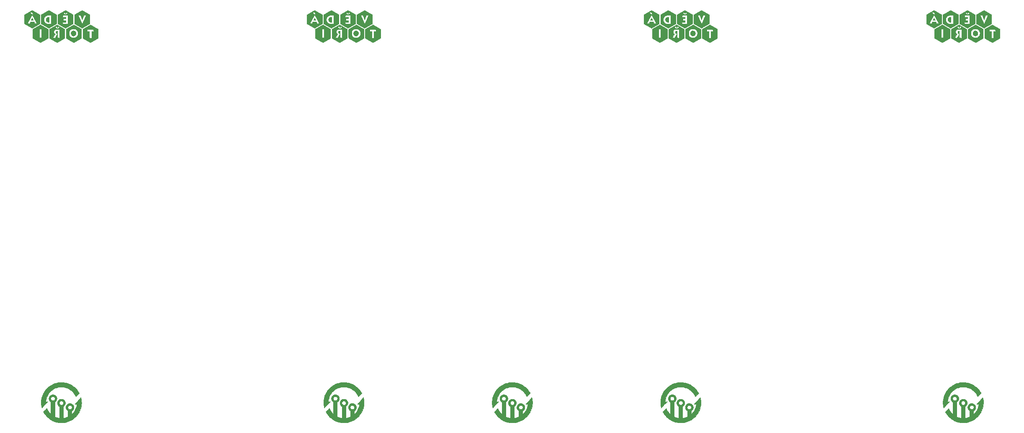
<source format=gbr>
%TF.GenerationSoftware,KiCad,Pcbnew,(6.0.1)*%
%TF.CreationDate,2022-01-22T16:29:31+01:00*%
%TF.ProjectId,Four segments and colon,466f7572-2073-4656-976d-656e74732061,rev?*%
%TF.SameCoordinates,Original*%
%TF.FileFunction,Legend,Bot*%
%TF.FilePolarity,Positive*%
%FSLAX46Y46*%
G04 Gerber Fmt 4.6, Leading zero omitted, Abs format (unit mm)*
G04 Created by KiCad (PCBNEW (6.0.1)) date 2022-01-22 16:29:31*
%MOMM*%
%LPD*%
G01*
G04 APERTURE LIST*
%ADD10C,0.010000*%
G04 APERTURE END LIST*
D10*
%TO.C,G2*%
X168314383Y-141856053D02*
X168219587Y-141873395D01*
X168219587Y-141873395D02*
X168149120Y-141894569D01*
X168149120Y-141894569D02*
X168055260Y-141935207D01*
X168055260Y-141935207D02*
X167968488Y-141986672D01*
X167968488Y-141986672D02*
X167889504Y-142047971D01*
X167889504Y-142047971D02*
X167819005Y-142118113D01*
X167819005Y-142118113D02*
X167757689Y-142196104D01*
X167757689Y-142196104D02*
X167706256Y-142280951D01*
X167706256Y-142280951D02*
X167665402Y-142371663D01*
X167665402Y-142371663D02*
X167635827Y-142467248D01*
X167635827Y-142467248D02*
X167618229Y-142566711D01*
X167618229Y-142566711D02*
X167613204Y-142656296D01*
X167613204Y-142656296D02*
X167619800Y-142757115D01*
X167619800Y-142757115D02*
X167639147Y-142855898D01*
X167639147Y-142855898D02*
X167670580Y-142951415D01*
X167670580Y-142951415D02*
X167713432Y-143042432D01*
X167713432Y-143042432D02*
X167767040Y-143127719D01*
X167767040Y-143127719D02*
X167830739Y-143206043D01*
X167830739Y-143206043D02*
X167903864Y-143276171D01*
X167903864Y-143276171D02*
X167977661Y-143331579D01*
X167977661Y-143331579D02*
X168036458Y-143370589D01*
X168036458Y-143370589D02*
X168036458Y-144596139D01*
X168036458Y-144596139D02*
X168036453Y-144746884D01*
X168036453Y-144746884D02*
X168036436Y-144884759D01*
X168036436Y-144884759D02*
X168036401Y-145010332D01*
X168036401Y-145010332D02*
X168036343Y-145124173D01*
X168036343Y-145124173D02*
X168036255Y-145226850D01*
X168036255Y-145226850D02*
X168036133Y-145318932D01*
X168036133Y-145318932D02*
X168035971Y-145400989D01*
X168035971Y-145400989D02*
X168035764Y-145473588D01*
X168035764Y-145473588D02*
X168035505Y-145537299D01*
X168035505Y-145537299D02*
X168035191Y-145592690D01*
X168035191Y-145592690D02*
X168034814Y-145640331D01*
X168034814Y-145640331D02*
X168034370Y-145680791D01*
X168034370Y-145680791D02*
X168033853Y-145714637D01*
X168033853Y-145714637D02*
X168033257Y-145742440D01*
X168033257Y-145742440D02*
X168032578Y-145764768D01*
X168032578Y-145764768D02*
X168031809Y-145782189D01*
X168031809Y-145782189D02*
X168030946Y-145795273D01*
X168030946Y-145795273D02*
X168029982Y-145804589D01*
X168029982Y-145804589D02*
X168028913Y-145810705D01*
X168028913Y-145810705D02*
X168027732Y-145814191D01*
X168027732Y-145814191D02*
X168026434Y-145815614D01*
X168026434Y-145815614D02*
X168025014Y-145815545D01*
X168025014Y-145815545D02*
X168024698Y-145815393D01*
X168024698Y-145815393D02*
X168014663Y-145807605D01*
X168014663Y-145807605D02*
X167996938Y-145791333D01*
X167996938Y-145791333D02*
X167972902Y-145768013D01*
X167972902Y-145768013D02*
X167943934Y-145739078D01*
X167943934Y-145739078D02*
X167911414Y-145705964D01*
X167911414Y-145705964D02*
X167876719Y-145670104D01*
X167876719Y-145670104D02*
X167841230Y-145632933D01*
X167841230Y-145632933D02*
X167806324Y-145595887D01*
X167806324Y-145595887D02*
X167773383Y-145560398D01*
X167773383Y-145560398D02*
X167743783Y-145527903D01*
X167743783Y-145527903D02*
X167718905Y-145499834D01*
X167718905Y-145499834D02*
X167700852Y-145478519D01*
X167700852Y-145478519D02*
X167590765Y-145336120D01*
X167590765Y-145336120D02*
X167488716Y-145188909D01*
X167488716Y-145188909D02*
X167395888Y-145038822D01*
X167395888Y-145038822D02*
X167313468Y-144887801D01*
X167313468Y-144887801D02*
X167242639Y-144737783D01*
X167242639Y-144737783D02*
X167229745Y-144707535D01*
X167229745Y-144707535D02*
X167219134Y-144683005D01*
X167219134Y-144683005D02*
X167210262Y-144664028D01*
X167210262Y-144664028D02*
X167204471Y-144653407D01*
X167204471Y-144653407D02*
X167203205Y-144652098D01*
X167203205Y-144652098D02*
X167198020Y-144656716D01*
X167198020Y-144656716D02*
X167184100Y-144670097D01*
X167184100Y-144670097D02*
X167162204Y-144691493D01*
X167162204Y-144691493D02*
X167133090Y-144720152D01*
X167133090Y-144720152D02*
X167097515Y-144755325D01*
X167097515Y-144755325D02*
X167056237Y-144796261D01*
X167056237Y-144796261D02*
X167010014Y-144842210D01*
X167010014Y-144842210D02*
X166959603Y-144892422D01*
X166959603Y-144892422D02*
X166905763Y-144946146D01*
X166905763Y-144946146D02*
X166857239Y-144994642D01*
X166857239Y-144994642D02*
X166514657Y-145337273D01*
X166514657Y-145337273D02*
X166537428Y-145379338D01*
X166537428Y-145379338D02*
X166649093Y-145574332D01*
X166649093Y-145574332D02*
X166767404Y-145758617D01*
X166767404Y-145758617D02*
X166893537Y-145933760D01*
X166893537Y-145933760D02*
X167028670Y-146101326D01*
X167028670Y-146101326D02*
X167173977Y-146262884D01*
X167173977Y-146262884D02*
X167288190Y-146378942D01*
X167288190Y-146378942D02*
X167461571Y-146539571D01*
X167461571Y-146539571D02*
X167642194Y-146688940D01*
X167642194Y-146688940D02*
X167829750Y-146826907D01*
X167829750Y-146826907D02*
X168023933Y-146953333D01*
X168023933Y-146953333D02*
X168224435Y-147068076D01*
X168224435Y-147068076D02*
X168430950Y-147170995D01*
X168430950Y-147170995D02*
X168643170Y-147261949D01*
X168643170Y-147261949D02*
X168860788Y-147340796D01*
X168860788Y-147340796D02*
X169083497Y-147407398D01*
X169083497Y-147407398D02*
X169310990Y-147461611D01*
X169310990Y-147461611D02*
X169542959Y-147503295D01*
X169542959Y-147503295D02*
X169779097Y-147532310D01*
X169779097Y-147532310D02*
X169807066Y-147534878D01*
X169807066Y-147534878D02*
X169844175Y-147537455D01*
X169844175Y-147537455D02*
X169892094Y-147539702D01*
X169892094Y-147539702D02*
X169948309Y-147541591D01*
X169948309Y-147541591D02*
X170010306Y-147543093D01*
X170010306Y-147543093D02*
X170075570Y-147544182D01*
X170075570Y-147544182D02*
X170141588Y-147544829D01*
X170141588Y-147544829D02*
X170205846Y-147545007D01*
X170205846Y-147545007D02*
X170265828Y-147544688D01*
X170265828Y-147544688D02*
X170319021Y-147543844D01*
X170319021Y-147543844D02*
X170362911Y-147542448D01*
X170362911Y-147542448D02*
X170384950Y-147541252D01*
X170384950Y-147541252D02*
X170624453Y-147518503D01*
X170624453Y-147518503D02*
X170859502Y-147483105D01*
X170859502Y-147483105D02*
X171089956Y-147435112D01*
X171089956Y-147435112D02*
X171315672Y-147374582D01*
X171315672Y-147374582D02*
X171536512Y-147301569D01*
X171536512Y-147301569D02*
X171752333Y-147216129D01*
X171752333Y-147216129D02*
X171962995Y-147118318D01*
X171962995Y-147118318D02*
X172168357Y-147008192D01*
X172168357Y-147008192D02*
X172368278Y-146885806D01*
X172368278Y-146885806D02*
X172562617Y-146751216D01*
X172562617Y-146751216D02*
X172746824Y-146608101D01*
X172746824Y-146608101D02*
X172921288Y-146456314D01*
X172921288Y-146456314D02*
X173086114Y-146295371D01*
X173086114Y-146295371D02*
X173241014Y-146125765D01*
X173241014Y-146125765D02*
X173385701Y-145947994D01*
X173385701Y-145947994D02*
X173519887Y-145762551D01*
X173519887Y-145762551D02*
X173643285Y-145569933D01*
X173643285Y-145569933D02*
X173755607Y-145370635D01*
X173755607Y-145370635D02*
X173856566Y-145165152D01*
X173856566Y-145165152D02*
X173945874Y-144953981D01*
X173945874Y-144953981D02*
X174023243Y-144737615D01*
X174023243Y-144737615D02*
X174088387Y-144516552D01*
X174088387Y-144516552D02*
X174141017Y-144291285D01*
X174141017Y-144291285D02*
X174164686Y-144164841D01*
X174164686Y-144164841D02*
X174195830Y-143946322D01*
X174195830Y-143946322D02*
X174215273Y-143725170D01*
X174215273Y-143725170D02*
X174223017Y-143503097D01*
X174223017Y-143503097D02*
X174219068Y-143281810D01*
X174219068Y-143281810D02*
X174203431Y-143063018D01*
X174203431Y-143063018D02*
X174176110Y-142848431D01*
X174176110Y-142848431D02*
X174160628Y-142757090D01*
X174160628Y-142757090D02*
X174152442Y-142713881D01*
X174152442Y-142713881D02*
X174143117Y-142667299D01*
X174143117Y-142667299D02*
X174133144Y-142619538D01*
X174133144Y-142619538D02*
X174123011Y-142572791D01*
X174123011Y-142572791D02*
X174113207Y-142529252D01*
X174113207Y-142529252D02*
X174104224Y-142491112D01*
X174104224Y-142491112D02*
X174096549Y-142460567D01*
X174096549Y-142460567D02*
X174090673Y-142439809D01*
X174090673Y-142439809D02*
X174088374Y-142433334D01*
X174088374Y-142433334D02*
X174087109Y-142430976D01*
X174087109Y-142430976D02*
X174085306Y-142429613D01*
X174085306Y-142429613D02*
X174082517Y-142429733D01*
X174082517Y-142429733D02*
X174078297Y-142431826D01*
X174078297Y-142431826D02*
X174072201Y-142436381D01*
X174072201Y-142436381D02*
X174063782Y-142443889D01*
X174063782Y-142443889D02*
X174052594Y-142454839D01*
X174052594Y-142454839D02*
X174038192Y-142469719D01*
X174038192Y-142469719D02*
X174020130Y-142489021D01*
X174020130Y-142489021D02*
X173997962Y-142513233D01*
X173997962Y-142513233D02*
X173971241Y-142542845D01*
X173971241Y-142542845D02*
X173939523Y-142578346D01*
X173939523Y-142578346D02*
X173902361Y-142620226D01*
X173902361Y-142620226D02*
X173859309Y-142668975D01*
X173859309Y-142668975D02*
X173809922Y-142725082D01*
X173809922Y-142725082D02*
X173753753Y-142789037D01*
X173753753Y-142789037D02*
X173690357Y-142861329D01*
X173690357Y-142861329D02*
X173619288Y-142942447D01*
X173619288Y-142942447D02*
X173540099Y-143032882D01*
X173540099Y-143032882D02*
X173485533Y-143095212D01*
X173485533Y-143095212D02*
X172890348Y-143775106D01*
X172890348Y-143775106D02*
X173091675Y-143776886D01*
X173091675Y-143776886D02*
X173293002Y-143778665D01*
X173293002Y-143778665D02*
X173288392Y-143829544D01*
X173288392Y-143829544D02*
X173285531Y-143855371D01*
X173285531Y-143855371D02*
X173280946Y-143890255D01*
X173280946Y-143890255D02*
X173275220Y-143930015D01*
X173275220Y-143930015D02*
X173268936Y-143970468D01*
X173268936Y-143970468D02*
X173267552Y-143978954D01*
X173267552Y-143978954D02*
X173227615Y-144180377D01*
X173227615Y-144180377D02*
X173174879Y-144377950D01*
X173174879Y-144377950D02*
X173109537Y-144571247D01*
X173109537Y-144571247D02*
X173031785Y-144759843D01*
X173031785Y-144759843D02*
X172941818Y-144943314D01*
X172941818Y-144943314D02*
X172839831Y-145121234D01*
X172839831Y-145121234D02*
X172726019Y-145293179D01*
X172726019Y-145293179D02*
X172600576Y-145458722D01*
X172600576Y-145458722D02*
X172573335Y-145491958D01*
X172573335Y-145491958D02*
X172549972Y-145519166D01*
X172549972Y-145519166D02*
X172520538Y-145552023D01*
X172520538Y-145552023D02*
X172486711Y-145588787D01*
X172486711Y-145588787D02*
X172450168Y-145627717D01*
X172450168Y-145627717D02*
X172412586Y-145667069D01*
X172412586Y-145667069D02*
X172375644Y-145705102D01*
X172375644Y-145705102D02*
X172341018Y-145740074D01*
X172341018Y-145740074D02*
X172310386Y-145770243D01*
X172310386Y-145770243D02*
X172285424Y-145793866D01*
X172285424Y-145793866D02*
X172268111Y-145808963D01*
X172268111Y-145808963D02*
X172242913Y-145829066D01*
X172242913Y-145829066D02*
X172242913Y-145152466D01*
X172242913Y-145152466D02*
X172304897Y-145112225D01*
X172304897Y-145112225D02*
X172349745Y-145079714D01*
X172349745Y-145079714D02*
X172397034Y-145039555D01*
X172397034Y-145039555D02*
X172443431Y-144995005D01*
X172443431Y-144995005D02*
X172485603Y-144949317D01*
X172485603Y-144949317D02*
X172520219Y-144905746D01*
X172520219Y-144905746D02*
X172528406Y-144893915D01*
X172528406Y-144893915D02*
X172583002Y-144799997D01*
X172583002Y-144799997D02*
X172625265Y-144701229D01*
X172625265Y-144701229D02*
X172654849Y-144598452D01*
X172654849Y-144598452D02*
X172660384Y-144571376D01*
X172660384Y-144571376D02*
X172665739Y-144529553D01*
X172665739Y-144529553D02*
X172668371Y-144478783D01*
X172668371Y-144478783D02*
X172668371Y-144430073D01*
X172668371Y-144430073D02*
X172278931Y-144430073D01*
X172278931Y-144430073D02*
X172278893Y-144443704D01*
X172278893Y-144443704D02*
X172271641Y-144517656D01*
X172271641Y-144517656D02*
X172251674Y-144587372D01*
X172251674Y-144587372D02*
X172219125Y-144652547D01*
X172219125Y-144652547D02*
X172174130Y-144712877D01*
X172174130Y-144712877D02*
X172147084Y-144741056D01*
X172147084Y-144741056D02*
X172109397Y-144771760D01*
X172109397Y-144771760D02*
X172063418Y-144800660D01*
X172063418Y-144800660D02*
X172014258Y-144824957D01*
X172014258Y-144824957D02*
X171967027Y-144841851D01*
X171967027Y-144841851D02*
X171959515Y-144843796D01*
X171959515Y-144843796D02*
X171923303Y-144849684D01*
X171923303Y-144849684D02*
X171879734Y-144852465D01*
X171879734Y-144852465D02*
X171834114Y-144852149D01*
X171834114Y-144852149D02*
X171791749Y-144848746D01*
X171791749Y-144848746D02*
X171762195Y-144843418D01*
X171762195Y-144843418D02*
X171696549Y-144820953D01*
X171696549Y-144820953D02*
X171637017Y-144788002D01*
X171637017Y-144788002D02*
X171581392Y-144743278D01*
X171581392Y-144743278D02*
X171567505Y-144729771D01*
X171567505Y-144729771D02*
X171525933Y-144683532D01*
X171525933Y-144683532D02*
X171494797Y-144638034D01*
X171494797Y-144638034D02*
X171471881Y-144589492D01*
X171471881Y-144589492D02*
X171456557Y-144540492D01*
X171456557Y-144540492D02*
X171444585Y-144468509D01*
X171444585Y-144468509D02*
X171445053Y-144397917D01*
X171445053Y-144397917D02*
X171457076Y-144329886D01*
X171457076Y-144329886D02*
X171479767Y-144265583D01*
X171479767Y-144265583D02*
X171512239Y-144206177D01*
X171512239Y-144206177D02*
X171553604Y-144152836D01*
X171553604Y-144152836D02*
X171602977Y-144106729D01*
X171602977Y-144106729D02*
X171659470Y-144069023D01*
X171659470Y-144069023D02*
X171722197Y-144040887D01*
X171722197Y-144040887D02*
X171790270Y-144023490D01*
X171790270Y-144023490D02*
X171853177Y-144017998D01*
X171853177Y-144017998D02*
X171902888Y-144019327D01*
X171902888Y-144019327D02*
X171946233Y-144025328D01*
X171946233Y-144025328D02*
X171988369Y-144037169D01*
X171988369Y-144037169D02*
X172034450Y-144056024D01*
X172034450Y-144056024D02*
X172047527Y-144062130D01*
X172047527Y-144062130D02*
X172106829Y-144097505D01*
X172106829Y-144097505D02*
X172159993Y-144143421D01*
X172159993Y-144143421D02*
X172204662Y-144197523D01*
X172204662Y-144197523D02*
X172234751Y-144249354D01*
X172234751Y-144249354D02*
X172255593Y-144297279D01*
X172255593Y-144297279D02*
X172269122Y-144339936D01*
X172269122Y-144339936D02*
X172276511Y-144382482D01*
X172276511Y-144382482D02*
X172278931Y-144430073D01*
X172278931Y-144430073D02*
X172668371Y-144430073D01*
X172668371Y-144430073D02*
X172668372Y-144423258D01*
X172668372Y-144423258D02*
X172665834Y-144367172D01*
X172665834Y-144367172D02*
X172660848Y-144314718D01*
X172660848Y-144314718D02*
X172653846Y-144271682D01*
X172653846Y-144271682D02*
X172626036Y-144171340D01*
X172626036Y-144171340D02*
X172586635Y-144077031D01*
X172586635Y-144077031D02*
X172536409Y-143989506D01*
X172536409Y-143989506D02*
X172476125Y-143909515D01*
X172476125Y-143909515D02*
X172406550Y-143837812D01*
X172406550Y-143837812D02*
X172328451Y-143775148D01*
X172328451Y-143775148D02*
X172242595Y-143722274D01*
X172242595Y-143722274D02*
X172149748Y-143679942D01*
X172149748Y-143679942D02*
X172050678Y-143648904D01*
X172050678Y-143648904D02*
X172009137Y-143639753D01*
X172009137Y-143639753D02*
X171965628Y-143633574D01*
X171965628Y-143633574D02*
X171913703Y-143629748D01*
X171913703Y-143629748D02*
X171857982Y-143628323D01*
X171857982Y-143628323D02*
X171803080Y-143629349D01*
X171803080Y-143629349D02*
X171753617Y-143632875D01*
X171753617Y-143632875D02*
X171725505Y-143636716D01*
X171725505Y-143636716D02*
X171624770Y-143660943D01*
X171624770Y-143660943D02*
X171529604Y-143696948D01*
X171529604Y-143696948D02*
X171440776Y-143743957D01*
X171440776Y-143743957D02*
X171359053Y-143801196D01*
X171359053Y-143801196D02*
X171285202Y-143867892D01*
X171285202Y-143867892D02*
X171219990Y-143943271D01*
X171219990Y-143943271D02*
X171164185Y-144026558D01*
X171164185Y-144026558D02*
X171118555Y-144116981D01*
X171118555Y-144116981D02*
X171083866Y-144213765D01*
X171083866Y-144213765D02*
X171062744Y-144305041D01*
X171062744Y-144305041D02*
X171056329Y-144359397D01*
X171056329Y-144359397D02*
X171054031Y-144421433D01*
X171054031Y-144421433D02*
X171055666Y-144486533D01*
X171055666Y-144486533D02*
X171061055Y-144550085D01*
X171061055Y-144550085D02*
X171070013Y-144607475D01*
X171070013Y-144607475D02*
X171075626Y-144631852D01*
X171075626Y-144631852D02*
X171108011Y-144729905D01*
X171108011Y-144729905D02*
X171151994Y-144822725D01*
X171151994Y-144822725D02*
X171206696Y-144909064D01*
X171206696Y-144909064D02*
X171271232Y-144987671D01*
X171271232Y-144987671D02*
X171344723Y-145057300D01*
X171344723Y-145057300D02*
X171411033Y-145106809D01*
X171411033Y-145106809D02*
X171476881Y-145150645D01*
X171476881Y-145150645D02*
X171476881Y-146336754D01*
X171476881Y-146336754D02*
X171423954Y-146360948D01*
X171423954Y-146360948D02*
X171311844Y-146408656D01*
X171311844Y-146408656D02*
X171190365Y-146453902D01*
X171190365Y-146453902D02*
X171063539Y-146495347D01*
X171063539Y-146495347D02*
X170935388Y-146531650D01*
X170935388Y-146531650D02*
X170845241Y-146553697D01*
X170845241Y-146553697D02*
X170809177Y-146561513D01*
X170809177Y-146561513D02*
X170767761Y-146569863D01*
X170767761Y-146569863D02*
X170723457Y-146578316D01*
X170723457Y-146578316D02*
X170678727Y-146586441D01*
X170678727Y-146586441D02*
X170636035Y-146593809D01*
X170636035Y-146593809D02*
X170597844Y-146599987D01*
X170597844Y-146599987D02*
X170566617Y-146604547D01*
X170566617Y-146604547D02*
X170544818Y-146607056D01*
X170544818Y-146607056D02*
X170538053Y-146607407D01*
X170538053Y-146607407D02*
X170522701Y-146607407D01*
X170522701Y-146607407D02*
X170522701Y-144263661D01*
X170522701Y-144263661D02*
X170591272Y-144218011D01*
X170591272Y-144218011D02*
X170673762Y-144155181D01*
X170673762Y-144155181D02*
X170746725Y-144083125D01*
X170746725Y-144083125D02*
X170809687Y-144002552D01*
X170809687Y-144002552D02*
X170862170Y-143914169D01*
X170862170Y-143914169D02*
X170903701Y-143818687D01*
X170903701Y-143818687D02*
X170933803Y-143716813D01*
X170933803Y-143716813D02*
X170936842Y-143703180D01*
X170936842Y-143703180D02*
X170943555Y-143660080D01*
X170943555Y-143660080D02*
X170947695Y-143608066D01*
X170947695Y-143608066D02*
X170949258Y-143551417D01*
X170949258Y-143551417D02*
X170949173Y-143546640D01*
X170949173Y-143546640D02*
X170558745Y-143546640D01*
X170558745Y-143546640D02*
X170558318Y-143582913D01*
X170558318Y-143582913D02*
X170556400Y-143610576D01*
X170556400Y-143610576D02*
X170552297Y-143634433D01*
X170552297Y-143634433D02*
X170545316Y-143659291D01*
X170545316Y-143659291D02*
X170540304Y-143674248D01*
X170540304Y-143674248D02*
X170516748Y-143731717D01*
X170516748Y-143731717D02*
X170487843Y-143780820D01*
X170487843Y-143780820D02*
X170450554Y-143826260D01*
X170450554Y-143826260D02*
X170427024Y-143849829D01*
X170427024Y-143849829D02*
X170368739Y-143896466D01*
X170368739Y-143896466D02*
X170304541Y-143931726D01*
X170304541Y-143931726D02*
X170236049Y-143954735D01*
X170236049Y-143954735D02*
X170230399Y-143956028D01*
X170230399Y-143956028D02*
X170180635Y-143962838D01*
X170180635Y-143962838D02*
X170125198Y-143963569D01*
X170125198Y-143963569D02*
X170069994Y-143958469D01*
X170069994Y-143958469D02*
X170020928Y-143947789D01*
X170020928Y-143947789D02*
X170018733Y-143947110D01*
X170018733Y-143947110D02*
X169951124Y-143919090D01*
X169951124Y-143919090D02*
X169890511Y-143880477D01*
X169890511Y-143880477D02*
X169837836Y-143832642D01*
X169837836Y-143832642D02*
X169794041Y-143776954D01*
X169794041Y-143776954D02*
X169760070Y-143714782D01*
X169760070Y-143714782D02*
X169736864Y-143647498D01*
X169736864Y-143647498D02*
X169725367Y-143576470D01*
X169725367Y-143576470D02*
X169725071Y-143520333D01*
X169725071Y-143520333D02*
X169736127Y-143447080D01*
X169736127Y-143447080D02*
X169759190Y-143378521D01*
X169759190Y-143378521D02*
X169793307Y-143315797D01*
X169793307Y-143315797D02*
X169837524Y-143260048D01*
X169837524Y-143260048D02*
X169890888Y-143212417D01*
X169890888Y-143212417D02*
X169952446Y-143174044D01*
X169952446Y-143174044D02*
X170021244Y-143146069D01*
X170021244Y-143146069D02*
X170042987Y-143139918D01*
X170042987Y-143139918D02*
X170115434Y-143128061D01*
X170115434Y-143128061D02*
X170187161Y-143129321D01*
X170187161Y-143129321D02*
X170256977Y-143143380D01*
X170256977Y-143143380D02*
X170323691Y-143169924D01*
X170323691Y-143169924D02*
X170386110Y-143208638D01*
X170386110Y-143208638D02*
X170424586Y-143240900D01*
X170424586Y-143240900D02*
X170475422Y-143295462D01*
X170475422Y-143295462D02*
X170513550Y-143352504D01*
X170513550Y-143352504D02*
X170539673Y-143413627D01*
X170539673Y-143413627D02*
X170554492Y-143480432D01*
X170554492Y-143480432D02*
X170558745Y-143546640D01*
X170558745Y-143546640D02*
X170949173Y-143546640D01*
X170949173Y-143546640D02*
X170948239Y-143494412D01*
X170948239Y-143494412D02*
X170944633Y-143441329D01*
X170944633Y-143441329D02*
X170938436Y-143396445D01*
X170938436Y-143396445D02*
X170937202Y-143390307D01*
X170937202Y-143390307D02*
X170908897Y-143287661D01*
X170908897Y-143287661D02*
X170869253Y-143191553D01*
X170869253Y-143191553D02*
X170818941Y-143102658D01*
X170818941Y-143102658D02*
X170758632Y-143021655D01*
X170758632Y-143021655D02*
X170688996Y-142949221D01*
X170688996Y-142949221D02*
X170610704Y-142886035D01*
X170610704Y-142886035D02*
X170524428Y-142832774D01*
X170524428Y-142832774D02*
X170430838Y-142790116D01*
X170430838Y-142790116D02*
X170330604Y-142758738D01*
X170330604Y-142758738D02*
X170306583Y-142753167D01*
X170306583Y-142753167D02*
X170257658Y-142745243D01*
X170257658Y-142745243D02*
X170200523Y-142740300D01*
X170200523Y-142740300D02*
X170140101Y-142738458D01*
X170140101Y-142738458D02*
X170081314Y-142739834D01*
X170081314Y-142739834D02*
X170029083Y-142744545D01*
X170029083Y-142744545D02*
X170017685Y-142746248D01*
X170017685Y-142746248D02*
X169915096Y-142769687D01*
X169915096Y-142769687D02*
X169817950Y-142805080D01*
X169817950Y-142805080D02*
X169727064Y-142851826D01*
X169727064Y-142851826D02*
X169643257Y-142909320D01*
X169643257Y-142909320D02*
X169567345Y-142976958D01*
X169567345Y-142976958D02*
X169500147Y-143054139D01*
X169500147Y-143054139D02*
X169442480Y-143140259D01*
X169442480Y-143140259D02*
X169415475Y-143190503D01*
X169415475Y-143190503D02*
X169381039Y-143269653D01*
X169381039Y-143269653D02*
X169356810Y-143348536D01*
X169356810Y-143348536D02*
X169341739Y-143431267D01*
X169341739Y-143431267D02*
X169335506Y-143504310D01*
X169335506Y-143504310D02*
X169336295Y-143608573D01*
X169336295Y-143608573D02*
X169349315Y-143707986D01*
X169349315Y-143707986D02*
X169374855Y-143803600D01*
X169374855Y-143803600D02*
X169413207Y-143896464D01*
X169413207Y-143896464D02*
X169464660Y-143987629D01*
X169464660Y-143987629D02*
X169472362Y-143999466D01*
X169472362Y-143999466D02*
X169506892Y-144045950D01*
X169506892Y-144045950D02*
X169549624Y-144094506D01*
X169549624Y-144094506D02*
X169597099Y-144141722D01*
X169597099Y-144141722D02*
X169645859Y-144184184D01*
X169645859Y-144184184D02*
X169692446Y-144218481D01*
X169692446Y-144218481D02*
X169697840Y-144221958D01*
X169697840Y-144221958D02*
X169756200Y-144258915D01*
X169756200Y-144258915D02*
X169756434Y-145433161D01*
X169756434Y-145433161D02*
X169756453Y-145582308D01*
X169756453Y-145582308D02*
X169756444Y-145718576D01*
X169756444Y-145718576D02*
X169756404Y-145842524D01*
X169756404Y-145842524D02*
X169756326Y-145954712D01*
X169756326Y-145954712D02*
X169756208Y-146055700D01*
X169756208Y-146055700D02*
X169756043Y-146146048D01*
X169756043Y-146146048D02*
X169755829Y-146226315D01*
X169755829Y-146226315D02*
X169755561Y-146297062D01*
X169755561Y-146297062D02*
X169755233Y-146358848D01*
X169755233Y-146358848D02*
X169754842Y-146412233D01*
X169754842Y-146412233D02*
X169754383Y-146457776D01*
X169754383Y-146457776D02*
X169753851Y-146496038D01*
X169753851Y-146496038D02*
X169753243Y-146527578D01*
X169753243Y-146527578D02*
X169752553Y-146552956D01*
X169752553Y-146552956D02*
X169751777Y-146572731D01*
X169751777Y-146572731D02*
X169750911Y-146587465D01*
X169750911Y-146587465D02*
X169749950Y-146597715D01*
X169749950Y-146597715D02*
X169748890Y-146604043D01*
X169748890Y-146604043D02*
X169747726Y-146607008D01*
X169747726Y-146607008D02*
X169747033Y-146607407D01*
X169747033Y-146607407D02*
X169731729Y-146606067D01*
X169731729Y-146606067D02*
X169705576Y-146602334D01*
X169705576Y-146602334D02*
X169670869Y-146596637D01*
X169670869Y-146596637D02*
X169629898Y-146589409D01*
X169629898Y-146589409D02*
X169584955Y-146581080D01*
X169584955Y-146581080D02*
X169538332Y-146572081D01*
X169538332Y-146572081D02*
X169492322Y-146562842D01*
X169492322Y-146562842D02*
X169449215Y-146553795D01*
X169449215Y-146553795D02*
X169411304Y-146545370D01*
X169411304Y-146545370D02*
X169389952Y-146540288D01*
X169389952Y-146540288D02*
X169322780Y-146522613D01*
X169322780Y-146522613D02*
X169250690Y-146501722D01*
X169250690Y-146501722D02*
X169176117Y-146478457D01*
X169176117Y-146478457D02*
X169101495Y-146453663D01*
X169101495Y-146453663D02*
X169029261Y-146428183D01*
X169029261Y-146428183D02*
X168961848Y-146402860D01*
X168961848Y-146402860D02*
X168901692Y-146378539D01*
X168901692Y-146378539D02*
X168851229Y-146356063D01*
X168851229Y-146356063D02*
X168834407Y-146347830D01*
X168834407Y-146347830D02*
X168802489Y-146331678D01*
X168802489Y-146331678D02*
X168802953Y-144851805D01*
X168802953Y-144851805D02*
X168803417Y-143371931D01*
X168803417Y-143371931D02*
X168869982Y-143328744D01*
X168869982Y-143328744D02*
X168949595Y-143269212D01*
X168949595Y-143269212D02*
X169021079Y-143199721D01*
X169021079Y-143199721D02*
X169083574Y-143121615D01*
X169083574Y-143121615D02*
X169136220Y-143036239D01*
X169136220Y-143036239D02*
X169178155Y-142944938D01*
X169178155Y-142944938D02*
X169208520Y-142849057D01*
X169208520Y-142849057D02*
X169222836Y-142777277D01*
X169222836Y-142777277D02*
X169230633Y-142687421D01*
X169230633Y-142687421D02*
X168840644Y-142687421D01*
X168840644Y-142687421D02*
X168829631Y-142752702D01*
X168829631Y-142752702D02*
X168811145Y-142811769D01*
X168811145Y-142811769D02*
X168787239Y-142862082D01*
X168787239Y-142862082D02*
X168755441Y-142907994D01*
X168755441Y-142907994D02*
X168718495Y-142948693D01*
X168718495Y-142948693D02*
X168659529Y-142999405D01*
X168659529Y-142999405D02*
X168596718Y-143037240D01*
X168596718Y-143037240D02*
X168530035Y-143062206D01*
X168530035Y-143062206D02*
X168459452Y-143074312D01*
X168459452Y-143074312D02*
X168384944Y-143073565D01*
X168384944Y-143073565D02*
X168328759Y-143065054D01*
X168328759Y-143065054D02*
X168307033Y-143058849D01*
X168307033Y-143058849D02*
X168278468Y-143048391D01*
X168278468Y-143048391D02*
X168248164Y-143035598D01*
X168248164Y-143035598D02*
X168238422Y-143031083D01*
X168238422Y-143031083D02*
X168190070Y-143002708D01*
X168190070Y-143002708D02*
X168143119Y-142965375D01*
X168143119Y-142965375D02*
X168100855Y-142922271D01*
X168100855Y-142922271D02*
X168066562Y-142876581D01*
X168066562Y-142876581D02*
X168051314Y-142849531D01*
X168051314Y-142849531D02*
X168022685Y-142776822D01*
X168022685Y-142776822D02*
X168007212Y-142703892D01*
X168007212Y-142703892D02*
X168004742Y-142631688D01*
X168004742Y-142631688D02*
X168015122Y-142561156D01*
X168015122Y-142561156D02*
X168038199Y-142493244D01*
X168038199Y-142493244D02*
X168073818Y-142428898D01*
X168073818Y-142428898D02*
X168121827Y-142369065D01*
X168121827Y-142369065D02*
X168130544Y-142360079D01*
X168130544Y-142360079D02*
X168186792Y-142311835D01*
X168186792Y-142311835D02*
X168247386Y-142276139D01*
X168247386Y-142276139D02*
X168313109Y-142252669D01*
X168313109Y-142252669D02*
X168384745Y-142241103D01*
X168384745Y-142241103D02*
X168422833Y-142239683D01*
X168422833Y-142239683D02*
X168497505Y-142245402D01*
X168497505Y-142245402D02*
X168565847Y-142262813D01*
X168565847Y-142262813D02*
X168628785Y-142292298D01*
X168628785Y-142292298D02*
X168687247Y-142334239D01*
X168687247Y-142334239D02*
X168714995Y-142359905D01*
X168714995Y-142359905D02*
X168763972Y-142417453D01*
X168763972Y-142417453D02*
X168801401Y-142480266D01*
X168801401Y-142480266D02*
X168826907Y-142547057D01*
X168826907Y-142547057D02*
X168840113Y-142616538D01*
X168840113Y-142616538D02*
X168840644Y-142687421D01*
X168840644Y-142687421D02*
X169230633Y-142687421D01*
X169230633Y-142687421D02*
X169231710Y-142675022D01*
X169231710Y-142675022D02*
X169227761Y-142574318D01*
X169227761Y-142574318D02*
X169211575Y-142476151D01*
X169211575Y-142476151D02*
X169183739Y-142381505D01*
X169183739Y-142381505D02*
X169144841Y-142291365D01*
X169144841Y-142291365D02*
X169095468Y-142206715D01*
X169095468Y-142206715D02*
X169036207Y-142128542D01*
X169036207Y-142128542D02*
X168967646Y-142057830D01*
X168967646Y-142057830D02*
X168890371Y-141995563D01*
X168890371Y-141995563D02*
X168804970Y-141942727D01*
X168804970Y-141942727D02*
X168712031Y-141900307D01*
X168712031Y-141900307D02*
X168696546Y-141894569D01*
X168696546Y-141894569D02*
X168606100Y-141868757D01*
X168606100Y-141868757D02*
X168510410Y-141853734D01*
X168510410Y-141853734D02*
X168412248Y-141849499D01*
X168412248Y-141849499D02*
X168314383Y-141856053D01*
X168314383Y-141856053D02*
X168314383Y-141856053D01*
G36*
X170947695Y-143608066D02*
G01*
X170943555Y-143660080D01*
X170936842Y-143703180D01*
X170933803Y-143716813D01*
X170903701Y-143818687D01*
X170862170Y-143914169D01*
X170809687Y-144002552D01*
X170746725Y-144083125D01*
X170673762Y-144155181D01*
X170591272Y-144218011D01*
X170522701Y-144263661D01*
X170522701Y-146607407D01*
X170538053Y-146607407D01*
X170544818Y-146607056D01*
X170566617Y-146604547D01*
X170597844Y-146599987D01*
X170636035Y-146593809D01*
X170678727Y-146586441D01*
X170723457Y-146578316D01*
X170767761Y-146569863D01*
X170809177Y-146561513D01*
X170845241Y-146553697D01*
X170935388Y-146531650D01*
X171063539Y-146495347D01*
X171190365Y-146453902D01*
X171311844Y-146408656D01*
X171423954Y-146360948D01*
X171476881Y-146336754D01*
X171476881Y-145150645D01*
X171411033Y-145106809D01*
X171344723Y-145057300D01*
X171271232Y-144987671D01*
X171206696Y-144909064D01*
X171151994Y-144822725D01*
X171108011Y-144729905D01*
X171075626Y-144631852D01*
X171070013Y-144607475D01*
X171061055Y-144550085D01*
X171055666Y-144486533D01*
X171055213Y-144468509D01*
X171444585Y-144468509D01*
X171456557Y-144540492D01*
X171471881Y-144589492D01*
X171494797Y-144638034D01*
X171525933Y-144683532D01*
X171567505Y-144729771D01*
X171581392Y-144743278D01*
X171637017Y-144788002D01*
X171696549Y-144820953D01*
X171762195Y-144843418D01*
X171791749Y-144848746D01*
X171834114Y-144852149D01*
X171879734Y-144852465D01*
X171923303Y-144849684D01*
X171959515Y-144843796D01*
X171967027Y-144841851D01*
X172014258Y-144824957D01*
X172063418Y-144800660D01*
X172109397Y-144771760D01*
X172147084Y-144741056D01*
X172174130Y-144712877D01*
X172219125Y-144652547D01*
X172251674Y-144587372D01*
X172271641Y-144517656D01*
X172278893Y-144443704D01*
X172278931Y-144430073D01*
X172276511Y-144382482D01*
X172269122Y-144339936D01*
X172255593Y-144297279D01*
X172234751Y-144249354D01*
X172204662Y-144197523D01*
X172159993Y-144143421D01*
X172106829Y-144097505D01*
X172047527Y-144062130D01*
X172034450Y-144056024D01*
X171988369Y-144037169D01*
X171946233Y-144025328D01*
X171902888Y-144019327D01*
X171853177Y-144017998D01*
X171790270Y-144023490D01*
X171722197Y-144040887D01*
X171659470Y-144069023D01*
X171602977Y-144106729D01*
X171553604Y-144152836D01*
X171512239Y-144206177D01*
X171479767Y-144265583D01*
X171457076Y-144329886D01*
X171445053Y-144397917D01*
X171444585Y-144468509D01*
X171055213Y-144468509D01*
X171054031Y-144421433D01*
X171056329Y-144359397D01*
X171062744Y-144305041D01*
X171083866Y-144213765D01*
X171118555Y-144116981D01*
X171164185Y-144026558D01*
X171219990Y-143943271D01*
X171285202Y-143867892D01*
X171359053Y-143801196D01*
X171440776Y-143743957D01*
X171529604Y-143696948D01*
X171624770Y-143660943D01*
X171725505Y-143636716D01*
X171753617Y-143632875D01*
X171803080Y-143629349D01*
X171857982Y-143628323D01*
X171913703Y-143629748D01*
X171965628Y-143633574D01*
X172009137Y-143639753D01*
X172050678Y-143648904D01*
X172149748Y-143679942D01*
X172242595Y-143722274D01*
X172328451Y-143775148D01*
X172406550Y-143837812D01*
X172476125Y-143909515D01*
X172536409Y-143989506D01*
X172586635Y-144077031D01*
X172626036Y-144171340D01*
X172653846Y-144271682D01*
X172660848Y-144314718D01*
X172665834Y-144367172D01*
X172668372Y-144423258D01*
X172668371Y-144430073D01*
X172668371Y-144478783D01*
X172665739Y-144529553D01*
X172660384Y-144571376D01*
X172654849Y-144598452D01*
X172625265Y-144701229D01*
X172583002Y-144799997D01*
X172528406Y-144893915D01*
X172520219Y-144905746D01*
X172485603Y-144949317D01*
X172443431Y-144995005D01*
X172397034Y-145039555D01*
X172349745Y-145079714D01*
X172304897Y-145112225D01*
X172242913Y-145152466D01*
X172242913Y-145829066D01*
X172268111Y-145808963D01*
X172285424Y-145793866D01*
X172310386Y-145770243D01*
X172341018Y-145740074D01*
X172375644Y-145705102D01*
X172412586Y-145667069D01*
X172450168Y-145627717D01*
X172486711Y-145588787D01*
X172520538Y-145552023D01*
X172549972Y-145519166D01*
X172573335Y-145491958D01*
X172600576Y-145458722D01*
X172726019Y-145293179D01*
X172839831Y-145121234D01*
X172941818Y-144943314D01*
X173031785Y-144759843D01*
X173109537Y-144571247D01*
X173174879Y-144377950D01*
X173227615Y-144180377D01*
X173267552Y-143978954D01*
X173268936Y-143970468D01*
X173275220Y-143930015D01*
X173280946Y-143890255D01*
X173285531Y-143855371D01*
X173288392Y-143829544D01*
X173293002Y-143778665D01*
X173091675Y-143776886D01*
X172890348Y-143775106D01*
X173485533Y-143095212D01*
X173540099Y-143032882D01*
X173619288Y-142942447D01*
X173690357Y-142861329D01*
X173753753Y-142789037D01*
X173809922Y-142725082D01*
X173859309Y-142668975D01*
X173902361Y-142620226D01*
X173939523Y-142578346D01*
X173971241Y-142542845D01*
X173997962Y-142513233D01*
X174020130Y-142489021D01*
X174038192Y-142469719D01*
X174052594Y-142454839D01*
X174063782Y-142443889D01*
X174072201Y-142436381D01*
X174078297Y-142431826D01*
X174082517Y-142429733D01*
X174085306Y-142429613D01*
X174087109Y-142430976D01*
X174088374Y-142433334D01*
X174090673Y-142439809D01*
X174096549Y-142460567D01*
X174104224Y-142491112D01*
X174113207Y-142529252D01*
X174123011Y-142572791D01*
X174133144Y-142619538D01*
X174143117Y-142667299D01*
X174152442Y-142713881D01*
X174160628Y-142757090D01*
X174176110Y-142848431D01*
X174203431Y-143063018D01*
X174219068Y-143281810D01*
X174223017Y-143503097D01*
X174215273Y-143725170D01*
X174195830Y-143946322D01*
X174164686Y-144164841D01*
X174141017Y-144291285D01*
X174088387Y-144516552D01*
X174023243Y-144737615D01*
X173945874Y-144953981D01*
X173856566Y-145165152D01*
X173755607Y-145370635D01*
X173643285Y-145569933D01*
X173519887Y-145762551D01*
X173385701Y-145947994D01*
X173241014Y-146125765D01*
X173086114Y-146295371D01*
X172921288Y-146456314D01*
X172746824Y-146608101D01*
X172562617Y-146751216D01*
X172368278Y-146885806D01*
X172168357Y-147008192D01*
X171962995Y-147118318D01*
X171752333Y-147216129D01*
X171536512Y-147301569D01*
X171315672Y-147374582D01*
X171089956Y-147435112D01*
X170859502Y-147483105D01*
X170624453Y-147518503D01*
X170384950Y-147541252D01*
X170362911Y-147542448D01*
X170319021Y-147543844D01*
X170265828Y-147544688D01*
X170205846Y-147545007D01*
X170141588Y-147544829D01*
X170075570Y-147544182D01*
X170010306Y-147543093D01*
X169948309Y-147541591D01*
X169892094Y-147539702D01*
X169844175Y-147537455D01*
X169807066Y-147534878D01*
X169779097Y-147532310D01*
X169542959Y-147503295D01*
X169310990Y-147461611D01*
X169083497Y-147407398D01*
X168860788Y-147340796D01*
X168643170Y-147261949D01*
X168430950Y-147170995D01*
X168224435Y-147068076D01*
X168023933Y-146953333D01*
X167829750Y-146826907D01*
X167642194Y-146688940D01*
X167461571Y-146539571D01*
X167288190Y-146378942D01*
X167173977Y-146262884D01*
X167028670Y-146101326D01*
X166893537Y-145933760D01*
X166767404Y-145758617D01*
X166649093Y-145574332D01*
X166537428Y-145379338D01*
X166514657Y-145337273D01*
X166857239Y-144994642D01*
X166905763Y-144946146D01*
X166959603Y-144892422D01*
X167010014Y-144842210D01*
X167056237Y-144796261D01*
X167097515Y-144755325D01*
X167133090Y-144720152D01*
X167162204Y-144691493D01*
X167184100Y-144670097D01*
X167198020Y-144656716D01*
X167203205Y-144652098D01*
X167204471Y-144653407D01*
X167210262Y-144664028D01*
X167219134Y-144683005D01*
X167229745Y-144707535D01*
X167242639Y-144737783D01*
X167313468Y-144887801D01*
X167395888Y-145038822D01*
X167488716Y-145188909D01*
X167590765Y-145336120D01*
X167700852Y-145478519D01*
X167718905Y-145499834D01*
X167743783Y-145527903D01*
X167773383Y-145560398D01*
X167806324Y-145595887D01*
X167841230Y-145632933D01*
X167876719Y-145670104D01*
X167911414Y-145705964D01*
X167943934Y-145739078D01*
X167972902Y-145768013D01*
X167996938Y-145791333D01*
X168014663Y-145807605D01*
X168024698Y-145815393D01*
X168025014Y-145815545D01*
X168026434Y-145815614D01*
X168027732Y-145814191D01*
X168028913Y-145810705D01*
X168029982Y-145804589D01*
X168030946Y-145795273D01*
X168031809Y-145782189D01*
X168032578Y-145764768D01*
X168033257Y-145742440D01*
X168033853Y-145714637D01*
X168034370Y-145680791D01*
X168034814Y-145640331D01*
X168035191Y-145592690D01*
X168035505Y-145537299D01*
X168035764Y-145473588D01*
X168035971Y-145400989D01*
X168036133Y-145318932D01*
X168036255Y-145226850D01*
X168036343Y-145124173D01*
X168036401Y-145010332D01*
X168036436Y-144884759D01*
X168036453Y-144746884D01*
X168036458Y-144596139D01*
X168036458Y-143370589D01*
X167977661Y-143331579D01*
X167903864Y-143276171D01*
X167830739Y-143206043D01*
X167767040Y-143127719D01*
X167713432Y-143042432D01*
X167670580Y-142951415D01*
X167639147Y-142855898D01*
X167619800Y-142757115D01*
X167613204Y-142656296D01*
X167614584Y-142631688D01*
X168004742Y-142631688D01*
X168007212Y-142703892D01*
X168022685Y-142776822D01*
X168051314Y-142849531D01*
X168066562Y-142876581D01*
X168100855Y-142922271D01*
X168143119Y-142965375D01*
X168190070Y-143002708D01*
X168238422Y-143031083D01*
X168248164Y-143035598D01*
X168278468Y-143048391D01*
X168307033Y-143058849D01*
X168328759Y-143065054D01*
X168384944Y-143073565D01*
X168459452Y-143074312D01*
X168530035Y-143062206D01*
X168596718Y-143037240D01*
X168659529Y-142999405D01*
X168718495Y-142948693D01*
X168755441Y-142907994D01*
X168787239Y-142862082D01*
X168811145Y-142811769D01*
X168829631Y-142752702D01*
X168840644Y-142687421D01*
X168840113Y-142616538D01*
X168826907Y-142547057D01*
X168801401Y-142480266D01*
X168763972Y-142417453D01*
X168714995Y-142359905D01*
X168687247Y-142334239D01*
X168628785Y-142292298D01*
X168565847Y-142262813D01*
X168497505Y-142245402D01*
X168422833Y-142239683D01*
X168384745Y-142241103D01*
X168313109Y-142252669D01*
X168247386Y-142276139D01*
X168186792Y-142311835D01*
X168130544Y-142360079D01*
X168121827Y-142369065D01*
X168073818Y-142428898D01*
X168038199Y-142493244D01*
X168015122Y-142561156D01*
X168004742Y-142631688D01*
X167614584Y-142631688D01*
X167618229Y-142566711D01*
X167635827Y-142467248D01*
X167665402Y-142371663D01*
X167706256Y-142280951D01*
X167757689Y-142196104D01*
X167819005Y-142118113D01*
X167889504Y-142047971D01*
X167968488Y-141986672D01*
X168055260Y-141935207D01*
X168149120Y-141894569D01*
X168219587Y-141873395D01*
X168314383Y-141856053D01*
X168412248Y-141849499D01*
X168510410Y-141853734D01*
X168606100Y-141868757D01*
X168696546Y-141894569D01*
X168712031Y-141900307D01*
X168804970Y-141942727D01*
X168890371Y-141995563D01*
X168967646Y-142057830D01*
X169036207Y-142128542D01*
X169095468Y-142206715D01*
X169144841Y-142291365D01*
X169183739Y-142381505D01*
X169211575Y-142476151D01*
X169227761Y-142574318D01*
X169231710Y-142675022D01*
X169230633Y-142687421D01*
X169222836Y-142777277D01*
X169208520Y-142849057D01*
X169178155Y-142944938D01*
X169136220Y-143036239D01*
X169083574Y-143121615D01*
X169021079Y-143199721D01*
X168949595Y-143269212D01*
X168869982Y-143328744D01*
X168803417Y-143371931D01*
X168802953Y-144851805D01*
X168802489Y-146331678D01*
X168834407Y-146347830D01*
X168851229Y-146356063D01*
X168901692Y-146378539D01*
X168961848Y-146402860D01*
X169029261Y-146428183D01*
X169101495Y-146453663D01*
X169176117Y-146478457D01*
X169250690Y-146501722D01*
X169322780Y-146522613D01*
X169389952Y-146540288D01*
X169411304Y-146545370D01*
X169449215Y-146553795D01*
X169492322Y-146562842D01*
X169538332Y-146572081D01*
X169584955Y-146581080D01*
X169629898Y-146589409D01*
X169670869Y-146596637D01*
X169705576Y-146602334D01*
X169731729Y-146606067D01*
X169747033Y-146607407D01*
X169747726Y-146607008D01*
X169748890Y-146604043D01*
X169749950Y-146597715D01*
X169750911Y-146587465D01*
X169751777Y-146572731D01*
X169752553Y-146552956D01*
X169753243Y-146527578D01*
X169753851Y-146496038D01*
X169754383Y-146457776D01*
X169754842Y-146412233D01*
X169755233Y-146358848D01*
X169755561Y-146297062D01*
X169755829Y-146226315D01*
X169756043Y-146146048D01*
X169756208Y-146055700D01*
X169756326Y-145954712D01*
X169756404Y-145842524D01*
X169756444Y-145718576D01*
X169756453Y-145582308D01*
X169756434Y-145433161D01*
X169756200Y-144258915D01*
X169697840Y-144221958D01*
X169692446Y-144218481D01*
X169645859Y-144184184D01*
X169597099Y-144141722D01*
X169549624Y-144094506D01*
X169506892Y-144045950D01*
X169472362Y-143999466D01*
X169464660Y-143987629D01*
X169413207Y-143896464D01*
X169374855Y-143803600D01*
X169349315Y-143707986D01*
X169336295Y-143608573D01*
X169335627Y-143520333D01*
X169725071Y-143520333D01*
X169725367Y-143576470D01*
X169736864Y-143647498D01*
X169760070Y-143714782D01*
X169794041Y-143776954D01*
X169837836Y-143832642D01*
X169890511Y-143880477D01*
X169951124Y-143919090D01*
X170018733Y-143947110D01*
X170020928Y-143947789D01*
X170069994Y-143958469D01*
X170125198Y-143963569D01*
X170180635Y-143962838D01*
X170230399Y-143956028D01*
X170236049Y-143954735D01*
X170304541Y-143931726D01*
X170368739Y-143896466D01*
X170427024Y-143849829D01*
X170450554Y-143826260D01*
X170487843Y-143780820D01*
X170516748Y-143731717D01*
X170540304Y-143674248D01*
X170545316Y-143659291D01*
X170552297Y-143634433D01*
X170556400Y-143610576D01*
X170558318Y-143582913D01*
X170558745Y-143546640D01*
X170554492Y-143480432D01*
X170539673Y-143413627D01*
X170513550Y-143352504D01*
X170475422Y-143295462D01*
X170424586Y-143240900D01*
X170386110Y-143208638D01*
X170323691Y-143169924D01*
X170256977Y-143143380D01*
X170187161Y-143129321D01*
X170115434Y-143128061D01*
X170042987Y-143139918D01*
X170021244Y-143146069D01*
X169952446Y-143174044D01*
X169890888Y-143212417D01*
X169837524Y-143260048D01*
X169793307Y-143315797D01*
X169759190Y-143378521D01*
X169736127Y-143447080D01*
X169725071Y-143520333D01*
X169335627Y-143520333D01*
X169335506Y-143504310D01*
X169341739Y-143431267D01*
X169356810Y-143348536D01*
X169381039Y-143269653D01*
X169415475Y-143190503D01*
X169442480Y-143140259D01*
X169500147Y-143054139D01*
X169567345Y-142976958D01*
X169643257Y-142909320D01*
X169727064Y-142851826D01*
X169817950Y-142805080D01*
X169915096Y-142769687D01*
X170017685Y-142746248D01*
X170029083Y-142744545D01*
X170081314Y-142739834D01*
X170140101Y-142738458D01*
X170200523Y-142740300D01*
X170257658Y-142745243D01*
X170306583Y-142753167D01*
X170330604Y-142758738D01*
X170430838Y-142790116D01*
X170524428Y-142832774D01*
X170610704Y-142886035D01*
X170688996Y-142949221D01*
X170758632Y-143021655D01*
X170818941Y-143102658D01*
X170869253Y-143191553D01*
X170908897Y-143287661D01*
X170937202Y-143390307D01*
X170938436Y-143396445D01*
X170944633Y-143441329D01*
X170948239Y-143494412D01*
X170949173Y-143546640D01*
X170949258Y-143551417D01*
X170947695Y-143608066D01*
G37*
X170947695Y-143608066D02*
X170943555Y-143660080D01*
X170936842Y-143703180D01*
X170933803Y-143716813D01*
X170903701Y-143818687D01*
X170862170Y-143914169D01*
X170809687Y-144002552D01*
X170746725Y-144083125D01*
X170673762Y-144155181D01*
X170591272Y-144218011D01*
X170522701Y-144263661D01*
X170522701Y-146607407D01*
X170538053Y-146607407D01*
X170544818Y-146607056D01*
X170566617Y-146604547D01*
X170597844Y-146599987D01*
X170636035Y-146593809D01*
X170678727Y-146586441D01*
X170723457Y-146578316D01*
X170767761Y-146569863D01*
X170809177Y-146561513D01*
X170845241Y-146553697D01*
X170935388Y-146531650D01*
X171063539Y-146495347D01*
X171190365Y-146453902D01*
X171311844Y-146408656D01*
X171423954Y-146360948D01*
X171476881Y-146336754D01*
X171476881Y-145150645D01*
X171411033Y-145106809D01*
X171344723Y-145057300D01*
X171271232Y-144987671D01*
X171206696Y-144909064D01*
X171151994Y-144822725D01*
X171108011Y-144729905D01*
X171075626Y-144631852D01*
X171070013Y-144607475D01*
X171061055Y-144550085D01*
X171055666Y-144486533D01*
X171055213Y-144468509D01*
X171444585Y-144468509D01*
X171456557Y-144540492D01*
X171471881Y-144589492D01*
X171494797Y-144638034D01*
X171525933Y-144683532D01*
X171567505Y-144729771D01*
X171581392Y-144743278D01*
X171637017Y-144788002D01*
X171696549Y-144820953D01*
X171762195Y-144843418D01*
X171791749Y-144848746D01*
X171834114Y-144852149D01*
X171879734Y-144852465D01*
X171923303Y-144849684D01*
X171959515Y-144843796D01*
X171967027Y-144841851D01*
X172014258Y-144824957D01*
X172063418Y-144800660D01*
X172109397Y-144771760D01*
X172147084Y-144741056D01*
X172174130Y-144712877D01*
X172219125Y-144652547D01*
X172251674Y-144587372D01*
X172271641Y-144517656D01*
X172278893Y-144443704D01*
X172278931Y-144430073D01*
X172276511Y-144382482D01*
X172269122Y-144339936D01*
X172255593Y-144297279D01*
X172234751Y-144249354D01*
X172204662Y-144197523D01*
X172159993Y-144143421D01*
X172106829Y-144097505D01*
X172047527Y-144062130D01*
X172034450Y-144056024D01*
X171988369Y-144037169D01*
X171946233Y-144025328D01*
X171902888Y-144019327D01*
X171853177Y-144017998D01*
X171790270Y-144023490D01*
X171722197Y-144040887D01*
X171659470Y-144069023D01*
X171602977Y-144106729D01*
X171553604Y-144152836D01*
X171512239Y-144206177D01*
X171479767Y-144265583D01*
X171457076Y-144329886D01*
X171445053Y-144397917D01*
X171444585Y-144468509D01*
X171055213Y-144468509D01*
X171054031Y-144421433D01*
X171056329Y-144359397D01*
X171062744Y-144305041D01*
X171083866Y-144213765D01*
X171118555Y-144116981D01*
X171164185Y-144026558D01*
X171219990Y-143943271D01*
X171285202Y-143867892D01*
X171359053Y-143801196D01*
X171440776Y-143743957D01*
X171529604Y-143696948D01*
X171624770Y-143660943D01*
X171725505Y-143636716D01*
X171753617Y-143632875D01*
X171803080Y-143629349D01*
X171857982Y-143628323D01*
X171913703Y-143629748D01*
X171965628Y-143633574D01*
X172009137Y-143639753D01*
X172050678Y-143648904D01*
X172149748Y-143679942D01*
X172242595Y-143722274D01*
X172328451Y-143775148D01*
X172406550Y-143837812D01*
X172476125Y-143909515D01*
X172536409Y-143989506D01*
X172586635Y-144077031D01*
X172626036Y-144171340D01*
X172653846Y-144271682D01*
X172660848Y-144314718D01*
X172665834Y-144367172D01*
X172668372Y-144423258D01*
X172668371Y-144430073D01*
X172668371Y-144478783D01*
X172665739Y-144529553D01*
X172660384Y-144571376D01*
X172654849Y-144598452D01*
X172625265Y-144701229D01*
X172583002Y-144799997D01*
X172528406Y-144893915D01*
X172520219Y-144905746D01*
X172485603Y-144949317D01*
X172443431Y-144995005D01*
X172397034Y-145039555D01*
X172349745Y-145079714D01*
X172304897Y-145112225D01*
X172242913Y-145152466D01*
X172242913Y-145829066D01*
X172268111Y-145808963D01*
X172285424Y-145793866D01*
X172310386Y-145770243D01*
X172341018Y-145740074D01*
X172375644Y-145705102D01*
X172412586Y-145667069D01*
X172450168Y-145627717D01*
X172486711Y-145588787D01*
X172520538Y-145552023D01*
X172549972Y-145519166D01*
X172573335Y-145491958D01*
X172600576Y-145458722D01*
X172726019Y-145293179D01*
X172839831Y-145121234D01*
X172941818Y-144943314D01*
X173031785Y-144759843D01*
X173109537Y-144571247D01*
X173174879Y-144377950D01*
X173227615Y-144180377D01*
X173267552Y-143978954D01*
X173268936Y-143970468D01*
X173275220Y-143930015D01*
X173280946Y-143890255D01*
X173285531Y-143855371D01*
X173288392Y-143829544D01*
X173293002Y-143778665D01*
X173091675Y-143776886D01*
X172890348Y-143775106D01*
X173485533Y-143095212D01*
X173540099Y-143032882D01*
X173619288Y-142942447D01*
X173690357Y-142861329D01*
X173753753Y-142789037D01*
X173809922Y-142725082D01*
X173859309Y-142668975D01*
X173902361Y-142620226D01*
X173939523Y-142578346D01*
X173971241Y-142542845D01*
X173997962Y-142513233D01*
X174020130Y-142489021D01*
X174038192Y-142469719D01*
X174052594Y-142454839D01*
X174063782Y-142443889D01*
X174072201Y-142436381D01*
X174078297Y-142431826D01*
X174082517Y-142429733D01*
X174085306Y-142429613D01*
X174087109Y-142430976D01*
X174088374Y-142433334D01*
X174090673Y-142439809D01*
X174096549Y-142460567D01*
X174104224Y-142491112D01*
X174113207Y-142529252D01*
X174123011Y-142572791D01*
X174133144Y-142619538D01*
X174143117Y-142667299D01*
X174152442Y-142713881D01*
X174160628Y-142757090D01*
X174176110Y-142848431D01*
X174203431Y-143063018D01*
X174219068Y-143281810D01*
X174223017Y-143503097D01*
X174215273Y-143725170D01*
X174195830Y-143946322D01*
X174164686Y-144164841D01*
X174141017Y-144291285D01*
X174088387Y-144516552D01*
X174023243Y-144737615D01*
X173945874Y-144953981D01*
X173856566Y-145165152D01*
X173755607Y-145370635D01*
X173643285Y-145569933D01*
X173519887Y-145762551D01*
X173385701Y-145947994D01*
X173241014Y-146125765D01*
X173086114Y-146295371D01*
X172921288Y-146456314D01*
X172746824Y-146608101D01*
X172562617Y-146751216D01*
X172368278Y-146885806D01*
X172168357Y-147008192D01*
X171962995Y-147118318D01*
X171752333Y-147216129D01*
X171536512Y-147301569D01*
X171315672Y-147374582D01*
X171089956Y-147435112D01*
X170859502Y-147483105D01*
X170624453Y-147518503D01*
X170384950Y-147541252D01*
X170362911Y-147542448D01*
X170319021Y-147543844D01*
X170265828Y-147544688D01*
X170205846Y-147545007D01*
X170141588Y-147544829D01*
X170075570Y-147544182D01*
X170010306Y-147543093D01*
X169948309Y-147541591D01*
X169892094Y-147539702D01*
X169844175Y-147537455D01*
X169807066Y-147534878D01*
X169779097Y-147532310D01*
X169542959Y-147503295D01*
X169310990Y-147461611D01*
X169083497Y-147407398D01*
X168860788Y-147340796D01*
X168643170Y-147261949D01*
X168430950Y-147170995D01*
X168224435Y-147068076D01*
X168023933Y-146953333D01*
X167829750Y-146826907D01*
X167642194Y-146688940D01*
X167461571Y-146539571D01*
X167288190Y-146378942D01*
X167173977Y-146262884D01*
X167028670Y-146101326D01*
X166893537Y-145933760D01*
X166767404Y-145758617D01*
X166649093Y-145574332D01*
X166537428Y-145379338D01*
X166514657Y-145337273D01*
X166857239Y-144994642D01*
X166905763Y-144946146D01*
X166959603Y-144892422D01*
X167010014Y-144842210D01*
X167056237Y-144796261D01*
X167097515Y-144755325D01*
X167133090Y-144720152D01*
X167162204Y-144691493D01*
X167184100Y-144670097D01*
X167198020Y-144656716D01*
X167203205Y-144652098D01*
X167204471Y-144653407D01*
X167210262Y-144664028D01*
X167219134Y-144683005D01*
X167229745Y-144707535D01*
X167242639Y-144737783D01*
X167313468Y-144887801D01*
X167395888Y-145038822D01*
X167488716Y-145188909D01*
X167590765Y-145336120D01*
X167700852Y-145478519D01*
X167718905Y-145499834D01*
X167743783Y-145527903D01*
X167773383Y-145560398D01*
X167806324Y-145595887D01*
X167841230Y-145632933D01*
X167876719Y-145670104D01*
X167911414Y-145705964D01*
X167943934Y-145739078D01*
X167972902Y-145768013D01*
X167996938Y-145791333D01*
X168014663Y-145807605D01*
X168024698Y-145815393D01*
X168025014Y-145815545D01*
X168026434Y-145815614D01*
X168027732Y-145814191D01*
X168028913Y-145810705D01*
X168029982Y-145804589D01*
X168030946Y-145795273D01*
X168031809Y-145782189D01*
X168032578Y-145764768D01*
X168033257Y-145742440D01*
X168033853Y-145714637D01*
X168034370Y-145680791D01*
X168034814Y-145640331D01*
X168035191Y-145592690D01*
X168035505Y-145537299D01*
X168035764Y-145473588D01*
X168035971Y-145400989D01*
X168036133Y-145318932D01*
X168036255Y-145226850D01*
X168036343Y-145124173D01*
X168036401Y-145010332D01*
X168036436Y-144884759D01*
X168036453Y-144746884D01*
X168036458Y-144596139D01*
X168036458Y-143370589D01*
X167977661Y-143331579D01*
X167903864Y-143276171D01*
X167830739Y-143206043D01*
X167767040Y-143127719D01*
X167713432Y-143042432D01*
X167670580Y-142951415D01*
X167639147Y-142855898D01*
X167619800Y-142757115D01*
X167613204Y-142656296D01*
X167614584Y-142631688D01*
X168004742Y-142631688D01*
X168007212Y-142703892D01*
X168022685Y-142776822D01*
X168051314Y-142849531D01*
X168066562Y-142876581D01*
X168100855Y-142922271D01*
X168143119Y-142965375D01*
X168190070Y-143002708D01*
X168238422Y-143031083D01*
X168248164Y-143035598D01*
X168278468Y-143048391D01*
X168307033Y-143058849D01*
X168328759Y-143065054D01*
X168384944Y-143073565D01*
X168459452Y-143074312D01*
X168530035Y-143062206D01*
X168596718Y-143037240D01*
X168659529Y-142999405D01*
X168718495Y-142948693D01*
X168755441Y-142907994D01*
X168787239Y-142862082D01*
X168811145Y-142811769D01*
X168829631Y-142752702D01*
X168840644Y-142687421D01*
X168840113Y-142616538D01*
X168826907Y-142547057D01*
X168801401Y-142480266D01*
X168763972Y-142417453D01*
X168714995Y-142359905D01*
X168687247Y-142334239D01*
X168628785Y-142292298D01*
X168565847Y-142262813D01*
X168497505Y-142245402D01*
X168422833Y-142239683D01*
X168384745Y-142241103D01*
X168313109Y-142252669D01*
X168247386Y-142276139D01*
X168186792Y-142311835D01*
X168130544Y-142360079D01*
X168121827Y-142369065D01*
X168073818Y-142428898D01*
X168038199Y-142493244D01*
X168015122Y-142561156D01*
X168004742Y-142631688D01*
X167614584Y-142631688D01*
X167618229Y-142566711D01*
X167635827Y-142467248D01*
X167665402Y-142371663D01*
X167706256Y-142280951D01*
X167757689Y-142196104D01*
X167819005Y-142118113D01*
X167889504Y-142047971D01*
X167968488Y-141986672D01*
X168055260Y-141935207D01*
X168149120Y-141894569D01*
X168219587Y-141873395D01*
X168314383Y-141856053D01*
X168412248Y-141849499D01*
X168510410Y-141853734D01*
X168606100Y-141868757D01*
X168696546Y-141894569D01*
X168712031Y-141900307D01*
X168804970Y-141942727D01*
X168890371Y-141995563D01*
X168967646Y-142057830D01*
X169036207Y-142128542D01*
X169095468Y-142206715D01*
X169144841Y-142291365D01*
X169183739Y-142381505D01*
X169211575Y-142476151D01*
X169227761Y-142574318D01*
X169231710Y-142675022D01*
X169230633Y-142687421D01*
X169222836Y-142777277D01*
X169208520Y-142849057D01*
X169178155Y-142944938D01*
X169136220Y-143036239D01*
X169083574Y-143121615D01*
X169021079Y-143199721D01*
X168949595Y-143269212D01*
X168869982Y-143328744D01*
X168803417Y-143371931D01*
X168802953Y-144851805D01*
X168802489Y-146331678D01*
X168834407Y-146347830D01*
X168851229Y-146356063D01*
X168901692Y-146378539D01*
X168961848Y-146402860D01*
X169029261Y-146428183D01*
X169101495Y-146453663D01*
X169176117Y-146478457D01*
X169250690Y-146501722D01*
X169322780Y-146522613D01*
X169389952Y-146540288D01*
X169411304Y-146545370D01*
X169449215Y-146553795D01*
X169492322Y-146562842D01*
X169538332Y-146572081D01*
X169584955Y-146581080D01*
X169629898Y-146589409D01*
X169670869Y-146596637D01*
X169705576Y-146602334D01*
X169731729Y-146606067D01*
X169747033Y-146607407D01*
X169747726Y-146607008D01*
X169748890Y-146604043D01*
X169749950Y-146597715D01*
X169750911Y-146587465D01*
X169751777Y-146572731D01*
X169752553Y-146552956D01*
X169753243Y-146527578D01*
X169753851Y-146496038D01*
X169754383Y-146457776D01*
X169754842Y-146412233D01*
X169755233Y-146358848D01*
X169755561Y-146297062D01*
X169755829Y-146226315D01*
X169756043Y-146146048D01*
X169756208Y-146055700D01*
X169756326Y-145954712D01*
X169756404Y-145842524D01*
X169756444Y-145718576D01*
X169756453Y-145582308D01*
X169756434Y-145433161D01*
X169756200Y-144258915D01*
X169697840Y-144221958D01*
X169692446Y-144218481D01*
X169645859Y-144184184D01*
X169597099Y-144141722D01*
X169549624Y-144094506D01*
X169506892Y-144045950D01*
X169472362Y-143999466D01*
X169464660Y-143987629D01*
X169413207Y-143896464D01*
X169374855Y-143803600D01*
X169349315Y-143707986D01*
X169336295Y-143608573D01*
X169335627Y-143520333D01*
X169725071Y-143520333D01*
X169725367Y-143576470D01*
X169736864Y-143647498D01*
X169760070Y-143714782D01*
X169794041Y-143776954D01*
X169837836Y-143832642D01*
X169890511Y-143880477D01*
X169951124Y-143919090D01*
X170018733Y-143947110D01*
X170020928Y-143947789D01*
X170069994Y-143958469D01*
X170125198Y-143963569D01*
X170180635Y-143962838D01*
X170230399Y-143956028D01*
X170236049Y-143954735D01*
X170304541Y-143931726D01*
X170368739Y-143896466D01*
X170427024Y-143849829D01*
X170450554Y-143826260D01*
X170487843Y-143780820D01*
X170516748Y-143731717D01*
X170540304Y-143674248D01*
X170545316Y-143659291D01*
X170552297Y-143634433D01*
X170556400Y-143610576D01*
X170558318Y-143582913D01*
X170558745Y-143546640D01*
X170554492Y-143480432D01*
X170539673Y-143413627D01*
X170513550Y-143352504D01*
X170475422Y-143295462D01*
X170424586Y-143240900D01*
X170386110Y-143208638D01*
X170323691Y-143169924D01*
X170256977Y-143143380D01*
X170187161Y-143129321D01*
X170115434Y-143128061D01*
X170042987Y-143139918D01*
X170021244Y-143146069D01*
X169952446Y-143174044D01*
X169890888Y-143212417D01*
X169837524Y-143260048D01*
X169793307Y-143315797D01*
X169759190Y-143378521D01*
X169736127Y-143447080D01*
X169725071Y-143520333D01*
X169335627Y-143520333D01*
X169335506Y-143504310D01*
X169341739Y-143431267D01*
X169356810Y-143348536D01*
X169381039Y-143269653D01*
X169415475Y-143190503D01*
X169442480Y-143140259D01*
X169500147Y-143054139D01*
X169567345Y-142976958D01*
X169643257Y-142909320D01*
X169727064Y-142851826D01*
X169817950Y-142805080D01*
X169915096Y-142769687D01*
X170017685Y-142746248D01*
X170029083Y-142744545D01*
X170081314Y-142739834D01*
X170140101Y-142738458D01*
X170200523Y-142740300D01*
X170257658Y-142745243D01*
X170306583Y-142753167D01*
X170330604Y-142758738D01*
X170430838Y-142790116D01*
X170524428Y-142832774D01*
X170610704Y-142886035D01*
X170688996Y-142949221D01*
X170758632Y-143021655D01*
X170818941Y-143102658D01*
X170869253Y-143191553D01*
X170908897Y-143287661D01*
X170937202Y-143390307D01*
X170938436Y-143396445D01*
X170944633Y-143441329D01*
X170948239Y-143494412D01*
X170949173Y-143546640D01*
X170949258Y-143551417D01*
X170947695Y-143608066D01*
X169993237Y-139387484D02*
X169761106Y-139402126D01*
X169761106Y-139402126D02*
X169531112Y-139429876D01*
X169531112Y-139429876D02*
X169303721Y-139470597D01*
X169303721Y-139470597D02*
X169079399Y-139524155D01*
X169079399Y-139524155D02*
X168858612Y-139590411D01*
X168858612Y-139590411D02*
X168641827Y-139669232D01*
X168641827Y-139669232D02*
X168429507Y-139760479D01*
X168429507Y-139760479D02*
X168222121Y-139864019D01*
X168222121Y-139864019D02*
X168020134Y-139979714D01*
X168020134Y-139979714D02*
X167874691Y-140072887D01*
X167874691Y-140072887D02*
X167683085Y-140209431D01*
X167683085Y-140209431D02*
X167500287Y-140356071D01*
X167500287Y-140356071D02*
X167326544Y-140512546D01*
X167326544Y-140512546D02*
X167162102Y-140678594D01*
X167162102Y-140678594D02*
X167007206Y-140853954D01*
X167007206Y-140853954D02*
X166862102Y-141038364D01*
X166862102Y-141038364D02*
X166727036Y-141231562D01*
X166727036Y-141231562D02*
X166612032Y-141416534D01*
X166612032Y-141416534D02*
X166581204Y-141471067D01*
X166581204Y-141471067D02*
X166546937Y-141535111D01*
X166546937Y-141535111D02*
X166510694Y-141605666D01*
X166510694Y-141605666D02*
X166473940Y-141679733D01*
X166473940Y-141679733D02*
X166438140Y-141754311D01*
X166438140Y-141754311D02*
X166404758Y-141826399D01*
X166404758Y-141826399D02*
X166375260Y-141892997D01*
X166375260Y-141892997D02*
X166351254Y-141950741D01*
X166351254Y-141950741D02*
X166275731Y-142156038D01*
X166275731Y-142156038D02*
X166211786Y-142363089D01*
X166211786Y-142363089D02*
X166159007Y-142573605D01*
X166159007Y-142573605D02*
X166116983Y-142789300D01*
X166116983Y-142789300D02*
X166085301Y-143011886D01*
X166085301Y-143011886D02*
X166076445Y-143093069D01*
X166076445Y-143093069D02*
X166072341Y-143143983D01*
X166072341Y-143143983D02*
X166069061Y-143205449D01*
X166069061Y-143205449D02*
X166066605Y-143275065D01*
X166066605Y-143275065D02*
X166064973Y-143350425D01*
X166064973Y-143350425D02*
X166064164Y-143429126D01*
X166064164Y-143429126D02*
X166064178Y-143508764D01*
X166064178Y-143508764D02*
X166065016Y-143586934D01*
X166065016Y-143586934D02*
X166066678Y-143661234D01*
X166066678Y-143661234D02*
X166069163Y-143729258D01*
X166069163Y-143729258D02*
X166072471Y-143788603D01*
X166072471Y-143788603D02*
X166076464Y-143835582D01*
X166076464Y-143835582D02*
X166088476Y-143939124D01*
X166088476Y-143939124D02*
X166102119Y-144040829D01*
X166102119Y-144040829D02*
X166116835Y-144136809D01*
X166116835Y-144136809D02*
X166131835Y-144221958D01*
X166131835Y-144221958D02*
X166139659Y-144261546D01*
X166139659Y-144261546D02*
X166148571Y-144304083D01*
X166148571Y-144304083D02*
X166158100Y-144347581D01*
X166158100Y-144347581D02*
X166167774Y-144390055D01*
X166167774Y-144390055D02*
X166177121Y-144429519D01*
X166177121Y-144429519D02*
X166185670Y-144463986D01*
X166185670Y-144463986D02*
X166192950Y-144491469D01*
X166192950Y-144491469D02*
X166198488Y-144509983D01*
X166198488Y-144509983D02*
X166201814Y-144517542D01*
X166201814Y-144517542D02*
X166202022Y-144517619D01*
X166202022Y-144517619D02*
X166207190Y-144512927D01*
X166207190Y-144512927D02*
X166221228Y-144499228D01*
X166221228Y-144499228D02*
X166243573Y-144477088D01*
X166243573Y-144477088D02*
X166273661Y-144447074D01*
X166273661Y-144447074D02*
X166310930Y-144409751D01*
X166310930Y-144409751D02*
X166354818Y-144365686D01*
X166354818Y-144365686D02*
X166404761Y-144315446D01*
X166404761Y-144315446D02*
X166460198Y-144259595D01*
X166460198Y-144259595D02*
X166520564Y-144198701D01*
X166520564Y-144198701D02*
X166585297Y-144133330D01*
X166585297Y-144133330D02*
X166653835Y-144064047D01*
X166653835Y-144064047D02*
X166725615Y-143991420D01*
X166725615Y-143991420D02*
X166800074Y-143916014D01*
X166800074Y-143916014D02*
X166811478Y-143904458D01*
X166811478Y-143904458D02*
X167416583Y-143291296D01*
X167416583Y-143291296D02*
X167198030Y-143289523D01*
X167198030Y-143289523D02*
X166979476Y-143287750D01*
X166979476Y-143287750D02*
X166983862Y-143220821D01*
X166983862Y-143220821D02*
X166993000Y-143119796D01*
X166993000Y-143119796D02*
X167007460Y-143010506D01*
X167007460Y-143010506D02*
X167026616Y-142896735D01*
X167026616Y-142896735D02*
X167049838Y-142782268D01*
X167049838Y-142782268D02*
X167072487Y-142686534D01*
X167072487Y-142686534D02*
X167128928Y-142490917D01*
X167128928Y-142490917D02*
X167197614Y-142300335D01*
X167197614Y-142300335D02*
X167278143Y-142115282D01*
X167278143Y-142115282D02*
X167370113Y-141936250D01*
X167370113Y-141936250D02*
X167473121Y-141763730D01*
X167473121Y-141763730D02*
X167586764Y-141598215D01*
X167586764Y-141598215D02*
X167710641Y-141440198D01*
X167710641Y-141440198D02*
X167844349Y-141290170D01*
X167844349Y-141290170D02*
X167987486Y-141148623D01*
X167987486Y-141148623D02*
X168139649Y-141016050D01*
X168139649Y-141016050D02*
X168300436Y-140892944D01*
X168300436Y-140892944D02*
X168469445Y-140779795D01*
X168469445Y-140779795D02*
X168646272Y-140677098D01*
X168646272Y-140677098D02*
X168764788Y-140616388D01*
X168764788Y-140616388D02*
X168952550Y-140532390D01*
X168952550Y-140532390D02*
X169143435Y-140461295D01*
X169143435Y-140461295D02*
X169336911Y-140403069D01*
X169336911Y-140403069D02*
X169532449Y-140357683D01*
X169532449Y-140357683D02*
X169729518Y-140325104D01*
X169729518Y-140325104D02*
X169927588Y-140305302D01*
X169927588Y-140305302D02*
X170126129Y-140298244D01*
X170126129Y-140298244D02*
X170324612Y-140303899D01*
X170324612Y-140303899D02*
X170522504Y-140322236D01*
X170522504Y-140322236D02*
X170719277Y-140353223D01*
X170719277Y-140353223D02*
X170914401Y-140396829D01*
X170914401Y-140396829D02*
X171107345Y-140453023D01*
X171107345Y-140453023D02*
X171297578Y-140521772D01*
X171297578Y-140521772D02*
X171484571Y-140603045D01*
X171484571Y-140603045D02*
X171667794Y-140696811D01*
X171667794Y-140696811D02*
X171840213Y-140798909D01*
X171840213Y-140798909D02*
X171996391Y-140905209D01*
X171996391Y-140905209D02*
X172148363Y-141023216D01*
X172148363Y-141023216D02*
X172294639Y-141151476D01*
X172294639Y-141151476D02*
X172433733Y-141288535D01*
X172433733Y-141288535D02*
X172564157Y-141432939D01*
X172564157Y-141432939D02*
X172684422Y-141583233D01*
X172684422Y-141583233D02*
X172778233Y-141715556D01*
X172778233Y-141715556D02*
X172857266Y-141840317D01*
X172857266Y-141840317D02*
X172931456Y-141970079D01*
X172931456Y-141970079D02*
X172998411Y-142100490D01*
X172998411Y-142100490D02*
X173043204Y-142197857D01*
X173043204Y-142197857D02*
X173079108Y-142280344D01*
X173079108Y-142280344D02*
X173423450Y-141936050D01*
X173423450Y-141936050D02*
X173767793Y-141591756D01*
X173767793Y-141591756D02*
X173736860Y-141534383D01*
X173736860Y-141534383D02*
X173620563Y-141332561D01*
X173620563Y-141332561D02*
X173493271Y-141137860D01*
X173493271Y-141137860D02*
X173355495Y-140950877D01*
X173355495Y-140950877D02*
X173207748Y-140772208D01*
X173207748Y-140772208D02*
X173050542Y-140602449D01*
X173050542Y-140602449D02*
X172884389Y-140442197D01*
X172884389Y-140442197D02*
X172709800Y-140292048D01*
X172709800Y-140292048D02*
X172588971Y-140197852D01*
X172588971Y-140197852D02*
X172399171Y-140064021D01*
X172399171Y-140064021D02*
X172202209Y-139941287D01*
X172202209Y-139941287D02*
X171998795Y-139829987D01*
X171998795Y-139829987D02*
X171789637Y-139730458D01*
X171789637Y-139730458D02*
X171575445Y-139643036D01*
X171575445Y-139643036D02*
X171356928Y-139568060D01*
X171356928Y-139568060D02*
X171134793Y-139505866D01*
X171134793Y-139505866D02*
X171133201Y-139505470D01*
X171133201Y-139505470D02*
X170960709Y-139466167D01*
X170960709Y-139466167D02*
X170791846Y-139435175D01*
X170791846Y-139435175D02*
X170622947Y-139412012D01*
X170622947Y-139412012D02*
X170450346Y-139396194D01*
X170450346Y-139396194D02*
X170270375Y-139387238D01*
X170270375Y-139387238D02*
X170227040Y-139386086D01*
X170227040Y-139386086D02*
X169993237Y-139387484D01*
X169993237Y-139387484D02*
X169993237Y-139387484D01*
G36*
X170270375Y-139387238D02*
G01*
X170450346Y-139396194D01*
X170622947Y-139412012D01*
X170791846Y-139435175D01*
X170960709Y-139466167D01*
X171133201Y-139505470D01*
X171134793Y-139505866D01*
X171356928Y-139568060D01*
X171575445Y-139643036D01*
X171789637Y-139730458D01*
X171998795Y-139829987D01*
X172202209Y-139941287D01*
X172399171Y-140064021D01*
X172588971Y-140197852D01*
X172709800Y-140292048D01*
X172884389Y-140442197D01*
X173050542Y-140602449D01*
X173207748Y-140772208D01*
X173355495Y-140950877D01*
X173493271Y-141137860D01*
X173620563Y-141332561D01*
X173736860Y-141534383D01*
X173767793Y-141591756D01*
X173423450Y-141936050D01*
X173079108Y-142280344D01*
X173043204Y-142197857D01*
X172998411Y-142100490D01*
X172931456Y-141970079D01*
X172857266Y-141840317D01*
X172778233Y-141715556D01*
X172684422Y-141583233D01*
X172564157Y-141432939D01*
X172433733Y-141288535D01*
X172294639Y-141151476D01*
X172148363Y-141023216D01*
X171996391Y-140905209D01*
X171840213Y-140798909D01*
X171667794Y-140696811D01*
X171484571Y-140603045D01*
X171297578Y-140521772D01*
X171107345Y-140453023D01*
X170914401Y-140396829D01*
X170719277Y-140353223D01*
X170522504Y-140322236D01*
X170324612Y-140303899D01*
X170126129Y-140298244D01*
X169927588Y-140305302D01*
X169729518Y-140325104D01*
X169532449Y-140357683D01*
X169336911Y-140403069D01*
X169143435Y-140461295D01*
X168952550Y-140532390D01*
X168764788Y-140616388D01*
X168646272Y-140677098D01*
X168469445Y-140779795D01*
X168300436Y-140892944D01*
X168139649Y-141016050D01*
X167987486Y-141148623D01*
X167844349Y-141290170D01*
X167710641Y-141440198D01*
X167586764Y-141598215D01*
X167473121Y-141763730D01*
X167370113Y-141936250D01*
X167278143Y-142115282D01*
X167197614Y-142300335D01*
X167128928Y-142490917D01*
X167072487Y-142686534D01*
X167049838Y-142782268D01*
X167026616Y-142896735D01*
X167007460Y-143010506D01*
X166993000Y-143119796D01*
X166983862Y-143220821D01*
X166979476Y-143287750D01*
X167198030Y-143289523D01*
X167416583Y-143291296D01*
X166811478Y-143904458D01*
X166800074Y-143916014D01*
X166725615Y-143991420D01*
X166653835Y-144064047D01*
X166585297Y-144133330D01*
X166520564Y-144198701D01*
X166460198Y-144259595D01*
X166404761Y-144315446D01*
X166354818Y-144365686D01*
X166310930Y-144409751D01*
X166273661Y-144447074D01*
X166243573Y-144477088D01*
X166221228Y-144499228D01*
X166207190Y-144512927D01*
X166202022Y-144517619D01*
X166201814Y-144517542D01*
X166198488Y-144509983D01*
X166192950Y-144491469D01*
X166185670Y-144463986D01*
X166177121Y-144429519D01*
X166167774Y-144390055D01*
X166158100Y-144347581D01*
X166148571Y-144304083D01*
X166139659Y-144261546D01*
X166131835Y-144221958D01*
X166116835Y-144136809D01*
X166102119Y-144040829D01*
X166088476Y-143939124D01*
X166076464Y-143835582D01*
X166072471Y-143788603D01*
X166069163Y-143729258D01*
X166066678Y-143661234D01*
X166065016Y-143586934D01*
X166064178Y-143508764D01*
X166064164Y-143429126D01*
X166064973Y-143350425D01*
X166066605Y-143275065D01*
X166069061Y-143205449D01*
X166072341Y-143143983D01*
X166076445Y-143093069D01*
X166085301Y-143011886D01*
X166116983Y-142789300D01*
X166159007Y-142573605D01*
X166211786Y-142363089D01*
X166275731Y-142156038D01*
X166351254Y-141950741D01*
X166375260Y-141892997D01*
X166404758Y-141826399D01*
X166438140Y-141754311D01*
X166473940Y-141679733D01*
X166510694Y-141605666D01*
X166546937Y-141535111D01*
X166581204Y-141471067D01*
X166612032Y-141416534D01*
X166727036Y-141231562D01*
X166862102Y-141038364D01*
X167007206Y-140853954D01*
X167162102Y-140678594D01*
X167326544Y-140512546D01*
X167500287Y-140356071D01*
X167683085Y-140209431D01*
X167874691Y-140072887D01*
X168020134Y-139979714D01*
X168222121Y-139864019D01*
X168429507Y-139760479D01*
X168641827Y-139669232D01*
X168858612Y-139590411D01*
X169079399Y-139524155D01*
X169303721Y-139470597D01*
X169531112Y-139429876D01*
X169761106Y-139402126D01*
X169993237Y-139387484D01*
X170227040Y-139386086D01*
X170270375Y-139387238D01*
G37*
X170270375Y-139387238D02*
X170450346Y-139396194D01*
X170622947Y-139412012D01*
X170791846Y-139435175D01*
X170960709Y-139466167D01*
X171133201Y-139505470D01*
X171134793Y-139505866D01*
X171356928Y-139568060D01*
X171575445Y-139643036D01*
X171789637Y-139730458D01*
X171998795Y-139829987D01*
X172202209Y-139941287D01*
X172399171Y-140064021D01*
X172588971Y-140197852D01*
X172709800Y-140292048D01*
X172884389Y-140442197D01*
X173050542Y-140602449D01*
X173207748Y-140772208D01*
X173355495Y-140950877D01*
X173493271Y-141137860D01*
X173620563Y-141332561D01*
X173736860Y-141534383D01*
X173767793Y-141591756D01*
X173423450Y-141936050D01*
X173079108Y-142280344D01*
X173043204Y-142197857D01*
X172998411Y-142100490D01*
X172931456Y-141970079D01*
X172857266Y-141840317D01*
X172778233Y-141715556D01*
X172684422Y-141583233D01*
X172564157Y-141432939D01*
X172433733Y-141288535D01*
X172294639Y-141151476D01*
X172148363Y-141023216D01*
X171996391Y-140905209D01*
X171840213Y-140798909D01*
X171667794Y-140696811D01*
X171484571Y-140603045D01*
X171297578Y-140521772D01*
X171107345Y-140453023D01*
X170914401Y-140396829D01*
X170719277Y-140353223D01*
X170522504Y-140322236D01*
X170324612Y-140303899D01*
X170126129Y-140298244D01*
X169927588Y-140305302D01*
X169729518Y-140325104D01*
X169532449Y-140357683D01*
X169336911Y-140403069D01*
X169143435Y-140461295D01*
X168952550Y-140532390D01*
X168764788Y-140616388D01*
X168646272Y-140677098D01*
X168469445Y-140779795D01*
X168300436Y-140892944D01*
X168139649Y-141016050D01*
X167987486Y-141148623D01*
X167844349Y-141290170D01*
X167710641Y-141440198D01*
X167586764Y-141598215D01*
X167473121Y-141763730D01*
X167370113Y-141936250D01*
X167278143Y-142115282D01*
X167197614Y-142300335D01*
X167128928Y-142490917D01*
X167072487Y-142686534D01*
X167049838Y-142782268D01*
X167026616Y-142896735D01*
X167007460Y-143010506D01*
X166993000Y-143119796D01*
X166983862Y-143220821D01*
X166979476Y-143287750D01*
X167198030Y-143289523D01*
X167416583Y-143291296D01*
X166811478Y-143904458D01*
X166800074Y-143916014D01*
X166725615Y-143991420D01*
X166653835Y-144064047D01*
X166585297Y-144133330D01*
X166520564Y-144198701D01*
X166460198Y-144259595D01*
X166404761Y-144315446D01*
X166354818Y-144365686D01*
X166310930Y-144409751D01*
X166273661Y-144447074D01*
X166243573Y-144477088D01*
X166221228Y-144499228D01*
X166207190Y-144512927D01*
X166202022Y-144517619D01*
X166201814Y-144517542D01*
X166198488Y-144509983D01*
X166192950Y-144491469D01*
X166185670Y-144463986D01*
X166177121Y-144429519D01*
X166167774Y-144390055D01*
X166158100Y-144347581D01*
X166148571Y-144304083D01*
X166139659Y-144261546D01*
X166131835Y-144221958D01*
X166116835Y-144136809D01*
X166102119Y-144040829D01*
X166088476Y-143939124D01*
X166076464Y-143835582D01*
X166072471Y-143788603D01*
X166069163Y-143729258D01*
X166066678Y-143661234D01*
X166065016Y-143586934D01*
X166064178Y-143508764D01*
X166064164Y-143429126D01*
X166064973Y-143350425D01*
X166066605Y-143275065D01*
X166069061Y-143205449D01*
X166072341Y-143143983D01*
X166076445Y-143093069D01*
X166085301Y-143011886D01*
X166116983Y-142789300D01*
X166159007Y-142573605D01*
X166211786Y-142363089D01*
X166275731Y-142156038D01*
X166351254Y-141950741D01*
X166375260Y-141892997D01*
X166404758Y-141826399D01*
X166438140Y-141754311D01*
X166473940Y-141679733D01*
X166510694Y-141605666D01*
X166546937Y-141535111D01*
X166581204Y-141471067D01*
X166612032Y-141416534D01*
X166727036Y-141231562D01*
X166862102Y-141038364D01*
X167007206Y-140853954D01*
X167162102Y-140678594D01*
X167326544Y-140512546D01*
X167500287Y-140356071D01*
X167683085Y-140209431D01*
X167874691Y-140072887D01*
X168020134Y-139979714D01*
X168222121Y-139864019D01*
X168429507Y-139760479D01*
X168641827Y-139669232D01*
X168858612Y-139590411D01*
X169079399Y-139524155D01*
X169303721Y-139470597D01*
X169531112Y-139429876D01*
X169761106Y-139402126D01*
X169993237Y-139387484D01*
X170227040Y-139386086D01*
X170270375Y-139387238D01*
%TO.C,G1*%
X167593703Y-64102804D02*
X167579681Y-64108497D01*
X167579681Y-64108497D02*
X167567281Y-64115116D01*
X167567281Y-64115116D02*
X167549836Y-64125352D01*
X167549836Y-64125352D02*
X167530957Y-64136046D01*
X167530957Y-64136046D02*
X167520318Y-64141873D01*
X167520318Y-64141873D02*
X167505896Y-64149642D01*
X167505896Y-64149642D02*
X167493612Y-64156383D01*
X167493612Y-64156383D02*
X167481429Y-64163254D01*
X167481429Y-64163254D02*
X167467312Y-64171414D01*
X167467312Y-64171414D02*
X167449224Y-64182020D01*
X167449224Y-64182020D02*
X167434005Y-64190993D01*
X167434005Y-64190993D02*
X167415674Y-64201740D01*
X167415674Y-64201740D02*
X167398475Y-64211694D01*
X167398475Y-64211694D02*
X167384714Y-64219528D01*
X167384714Y-64219528D02*
X167378350Y-64223046D01*
X167378350Y-64223046D02*
X167366908Y-64229599D01*
X167366908Y-64229599D02*
X167358001Y-64235385D01*
X167358001Y-64235385D02*
X167356945Y-64236184D01*
X167356945Y-64236184D02*
X167349945Y-64240716D01*
X167349945Y-64240716D02*
X167337984Y-64247544D01*
X167337984Y-64247544D02*
X167324836Y-64254568D01*
X167324836Y-64254568D02*
X167310211Y-64262456D01*
X167310211Y-64262456D02*
X167291113Y-64273201D01*
X167291113Y-64273201D02*
X167270375Y-64285193D01*
X167270375Y-64285193D02*
X167256338Y-64293503D01*
X167256338Y-64293503D02*
X167236145Y-64305400D01*
X167236145Y-64305400D02*
X167215600Y-64317172D01*
X167215600Y-64317172D02*
X167197534Y-64327213D01*
X167197534Y-64327213D02*
X167187840Y-64332372D01*
X167187840Y-64332372D02*
X167173672Y-64339979D01*
X167173672Y-64339979D02*
X167161981Y-64346807D01*
X167161981Y-64346807D02*
X167155731Y-64351056D01*
X167155731Y-64351056D02*
X167148625Y-64355948D01*
X167148625Y-64355948D02*
X167136775Y-64363049D01*
X167136775Y-64363049D02*
X167125763Y-64369178D01*
X167125763Y-64369178D02*
X167111477Y-64377057D01*
X167111477Y-64377057D02*
X167092885Y-64387578D01*
X167092885Y-64387578D02*
X167073040Y-64399006D01*
X167073040Y-64399006D02*
X167063687Y-64404467D01*
X167063687Y-64404467D02*
X167039636Y-64418531D01*
X167039636Y-64418531D02*
X167018699Y-64430618D01*
X167018699Y-64430618D02*
X166997284Y-64442785D01*
X166997284Y-64442785D02*
X166972992Y-64456424D01*
X166972992Y-64456424D02*
X166960556Y-64463659D01*
X166960556Y-64463659D02*
X166946160Y-64472407D01*
X166946160Y-64472407D02*
X166942038Y-64474985D01*
X166942038Y-64474985D02*
X166931434Y-64481400D01*
X166931434Y-64481400D02*
X166924080Y-64485332D01*
X166924080Y-64485332D02*
X166922409Y-64485917D01*
X166922409Y-64485917D02*
X166917776Y-64488041D01*
X166917776Y-64488041D02*
X166908500Y-64493462D01*
X166908500Y-64493462D02*
X166901989Y-64497550D01*
X166901989Y-64497550D02*
X166887595Y-64506450D01*
X166887595Y-64506450D02*
X166873161Y-64514855D01*
X166873161Y-64514855D02*
X166868895Y-64517198D01*
X166868895Y-64517198D02*
X166855634Y-64524479D01*
X166855634Y-64524479D02*
X166838352Y-64534228D01*
X166838352Y-64534228D02*
X166818862Y-64545393D01*
X166818862Y-64545393D02*
X166798974Y-64556923D01*
X166798974Y-64556923D02*
X166780500Y-64567764D01*
X166780500Y-64567764D02*
X166765251Y-64576865D01*
X166765251Y-64576865D02*
X166755039Y-64583173D01*
X166755039Y-64583173D02*
X166753043Y-64584490D01*
X166753043Y-64584490D02*
X166743451Y-64590479D01*
X166743451Y-64590479D02*
X166729530Y-64598496D01*
X166729530Y-64598496D02*
X166716653Y-64605536D01*
X166716653Y-64605536D02*
X166702606Y-64613193D01*
X166702606Y-64613193D02*
X166683753Y-64623718D01*
X166683753Y-64623718D02*
X166662679Y-64635658D01*
X166662679Y-64635658D02*
X166644135Y-64646306D01*
X166644135Y-64646306D02*
X166623203Y-64658389D01*
X166623203Y-64658389D02*
X166602154Y-64670494D01*
X166602154Y-64670494D02*
X166583598Y-64681125D01*
X166583598Y-64681125D02*
X166571356Y-64688097D01*
X166571356Y-64688097D02*
X166558291Y-64695557D01*
X166558291Y-64695557D02*
X166539945Y-64706112D01*
X166539945Y-64706112D02*
X166518432Y-64718542D01*
X166518432Y-64718542D02*
X166495865Y-64731627D01*
X166495865Y-64731627D02*
X166487873Y-64736273D01*
X166487873Y-64736273D02*
X166466534Y-64748668D01*
X166466534Y-64748668D02*
X166446537Y-64760247D01*
X166446537Y-64760247D02*
X166429637Y-64769997D01*
X166429637Y-64769997D02*
X166417589Y-64776904D01*
X166417589Y-64776904D02*
X166414212Y-64778818D01*
X166414212Y-64778818D02*
X166403285Y-64785048D01*
X166403285Y-64785048D02*
X166387635Y-64794074D01*
X166387635Y-64794074D02*
X166369785Y-64804430D01*
X166369785Y-64804430D02*
X166352258Y-64814649D01*
X166352258Y-64814649D02*
X166337577Y-64823265D01*
X166337577Y-64823265D02*
X166329471Y-64828080D01*
X166329471Y-64828080D02*
X166323418Y-64831597D01*
X166323418Y-64831597D02*
X166311582Y-64838375D01*
X166311582Y-64838375D02*
X166295634Y-64847461D01*
X166295634Y-64847461D02*
X166277242Y-64857902D01*
X166277242Y-64857902D02*
X166275957Y-64858631D01*
X166275957Y-64858631D02*
X166244296Y-64876588D01*
X166244296Y-64876588D02*
X166218299Y-64891379D01*
X166218299Y-64891379D02*
X166196172Y-64904035D01*
X166196172Y-64904035D02*
X166176117Y-64915590D01*
X166176117Y-64915590D02*
X166156339Y-64927077D01*
X166156339Y-64927077D02*
X166135042Y-64939530D01*
X166135042Y-64939530D02*
X166121237Y-64947631D01*
X166121237Y-64947631D02*
X166101896Y-64958894D01*
X166101896Y-64958894D02*
X166084789Y-64968677D01*
X166084789Y-64968677D02*
X166071470Y-64976105D01*
X166071470Y-64976105D02*
X166063492Y-64980302D01*
X166063492Y-64980302D02*
X166062371Y-64980801D01*
X166062371Y-64980801D02*
X166061575Y-64981602D01*
X166061575Y-64981602D02*
X166060842Y-64983594D01*
X166060842Y-64983594D02*
X166060170Y-64987115D01*
X166060170Y-64987115D02*
X166059555Y-64992503D01*
X166059555Y-64992503D02*
X166058997Y-65000096D01*
X166058997Y-65000096D02*
X166058491Y-65010230D01*
X166058491Y-65010230D02*
X166058035Y-65023244D01*
X166058035Y-65023244D02*
X166057628Y-65039475D01*
X166057628Y-65039475D02*
X166057265Y-65059262D01*
X166057265Y-65059262D02*
X166056945Y-65082941D01*
X166056945Y-65082941D02*
X166056665Y-65110851D01*
X166056665Y-65110851D02*
X166056422Y-65143328D01*
X166056422Y-65143328D02*
X166056214Y-65180712D01*
X166056214Y-65180712D02*
X166056038Y-65223339D01*
X166056038Y-65223339D02*
X166055892Y-65271547D01*
X166055892Y-65271547D02*
X166055773Y-65325673D01*
X166055773Y-65325673D02*
X166055678Y-65386057D01*
X166055678Y-65386057D02*
X166055606Y-65453034D01*
X166055606Y-65453034D02*
X166055552Y-65526943D01*
X166055552Y-65526943D02*
X166055515Y-65608122D01*
X166055515Y-65608122D02*
X166055492Y-65696908D01*
X166055492Y-65696908D02*
X166055481Y-65793639D01*
X166055481Y-65793639D02*
X166055478Y-65880021D01*
X166055478Y-65880021D02*
X166055481Y-65983276D01*
X166055481Y-65983276D02*
X166055490Y-66078311D01*
X166055490Y-66078311D02*
X166055510Y-66165465D01*
X166055510Y-66165465D02*
X166055542Y-66245081D01*
X166055542Y-66245081D02*
X166055589Y-66317498D01*
X166055589Y-66317498D02*
X166055655Y-66383059D01*
X166055655Y-66383059D02*
X166055742Y-66442104D01*
X166055742Y-66442104D02*
X166055854Y-66494974D01*
X166055854Y-66494974D02*
X166055992Y-66542011D01*
X166055992Y-66542011D02*
X166056160Y-66583556D01*
X166056160Y-66583556D02*
X166056360Y-66619949D01*
X166056360Y-66619949D02*
X166056596Y-66651532D01*
X166056596Y-66651532D02*
X166056870Y-66678646D01*
X166056870Y-66678646D02*
X166057185Y-66701631D01*
X166057185Y-66701631D02*
X166057544Y-66720830D01*
X166057544Y-66720830D02*
X166057950Y-66736583D01*
X166057950Y-66736583D02*
X166058405Y-66749231D01*
X166058405Y-66749231D02*
X166058913Y-66759116D01*
X166058913Y-66759116D02*
X166059476Y-66766578D01*
X166059476Y-66766578D02*
X166060097Y-66771959D01*
X166060097Y-66771959D02*
X166060780Y-66775599D01*
X166060780Y-66775599D02*
X166061526Y-66777840D01*
X166061526Y-66777840D02*
X166062339Y-66779023D01*
X166062339Y-66779023D02*
X166062970Y-66779412D01*
X166062970Y-66779412D02*
X166070617Y-66783152D01*
X166070617Y-66783152D02*
X166082453Y-66789832D01*
X166082453Y-66789832D02*
X166091868Y-66795514D01*
X166091868Y-66795514D02*
X166105647Y-66803829D01*
X166105647Y-66803829D02*
X166118128Y-66810966D01*
X166118128Y-66810966D02*
X166123977Y-66814058D01*
X166123977Y-66814058D02*
X166134874Y-66819843D01*
X166134874Y-66819843D02*
X166147717Y-66827212D01*
X166147717Y-66827212D02*
X166149663Y-66828380D01*
X166149663Y-66828380D02*
X166161107Y-66835187D01*
X166161107Y-66835187D02*
X166176599Y-66844252D01*
X166176599Y-66844252D02*
X166192475Y-66853435D01*
X166192475Y-66853435D02*
X166207417Y-66862071D01*
X166207417Y-66862071D02*
X166227095Y-66873514D01*
X166227095Y-66873514D02*
X166248868Y-66886226D01*
X166248868Y-66886226D02*
X166268613Y-66897796D01*
X166268613Y-66897796D02*
X166286773Y-66908358D01*
X166286773Y-66908358D02*
X166302195Y-66917136D01*
X166302195Y-66917136D02*
X166313430Y-66923318D01*
X166313430Y-66923318D02*
X166319025Y-66926092D01*
X166319025Y-66926092D02*
X166319326Y-66926167D01*
X166319326Y-66926167D02*
X166324140Y-66928393D01*
X166324140Y-66928393D02*
X166332535Y-66933791D01*
X166332535Y-66933791D02*
X166333091Y-66934181D01*
X166333091Y-66934181D02*
X166343154Y-66940636D01*
X166343154Y-66940636D02*
X166357225Y-66948904D01*
X166357225Y-66948904D02*
X166368001Y-66954881D01*
X166368001Y-66954881D02*
X166379815Y-66961436D01*
X166379815Y-66961436D02*
X166397127Y-66971289D01*
X166397127Y-66971289D02*
X166418072Y-66983366D01*
X166418072Y-66983366D02*
X166440785Y-66996596D01*
X166440785Y-66996596D02*
X166454523Y-67004662D01*
X166454523Y-67004662D02*
X166475350Y-67016848D01*
X166475350Y-67016848D02*
X166493565Y-67027352D01*
X166493565Y-67027352D02*
X166507913Y-67035462D01*
X166507913Y-67035462D02*
X166517140Y-67040467D01*
X166517140Y-67040467D02*
X166519979Y-67041758D01*
X166519979Y-67041758D02*
X166524561Y-67043972D01*
X166524561Y-67043972D02*
X166534022Y-67049739D01*
X166534022Y-67049739D02*
X166544710Y-67056742D01*
X166544710Y-67056742D02*
X166556799Y-67064571D01*
X166556799Y-67064571D02*
X166566055Y-67069994D01*
X166566055Y-67069994D02*
X166570076Y-67071726D01*
X166570076Y-67071726D02*
X166574948Y-67073779D01*
X166574948Y-67073779D02*
X166585228Y-67079250D01*
X166585228Y-67079250D02*
X166599008Y-67087108D01*
X166599008Y-67087108D02*
X166604383Y-67090277D01*
X166604383Y-67090277D02*
X166621085Y-67100129D01*
X166621085Y-67100129D02*
X166642272Y-67112506D01*
X166642272Y-67112506D02*
X166664991Y-67125688D01*
X166664991Y-67125688D02*
X166682665Y-67135877D01*
X166682665Y-67135877D02*
X166702201Y-67147158D01*
X166702201Y-67147158D02*
X166720445Y-67157804D01*
X166720445Y-67157804D02*
X166735341Y-67166607D01*
X166735341Y-67166607D02*
X166744742Y-67172304D01*
X166744742Y-67172304D02*
X166753380Y-67177500D01*
X166753380Y-67177500D02*
X166767905Y-67186007D01*
X166767905Y-67186007D02*
X166786751Y-67196917D01*
X166786751Y-67196917D02*
X166808353Y-67209323D01*
X166808353Y-67209323D02*
X166826083Y-67219441D01*
X166826083Y-67219441D02*
X166850007Y-67233068D01*
X166850007Y-67233068D02*
X166873609Y-67246539D01*
X166873609Y-67246539D02*
X166894950Y-67258745D01*
X166894950Y-67258745D02*
X166912088Y-67268575D01*
X166912088Y-67268575D02*
X166920268Y-67273289D01*
X166920268Y-67273289D02*
X166936503Y-67282579D01*
X166936503Y-67282579D02*
X166956950Y-67294142D01*
X166956950Y-67294142D02*
X166978320Y-67306122D01*
X166978320Y-67306122D02*
X166988767Y-67311935D01*
X166988767Y-67311935D02*
X167008282Y-67322923D01*
X167008282Y-67322923D02*
X167027572Y-67334068D01*
X167027572Y-67334068D02*
X167043819Y-67343728D01*
X167043819Y-67343728D02*
X167050843Y-67348071D01*
X167050843Y-67348071D02*
X167064255Y-67356065D01*
X167064255Y-67356065D02*
X167076171Y-67362298D01*
X167076171Y-67362298D02*
X167081881Y-67364677D01*
X167081881Y-67364677D02*
X167089336Y-67368130D01*
X167089336Y-67368130D02*
X167091514Y-67370720D01*
X167091514Y-67370720D02*
X167094956Y-67374365D01*
X167094956Y-67374365D02*
X167103591Y-67379897D01*
X167103591Y-67379897D02*
X167107568Y-67382051D01*
X167107568Y-67382051D02*
X167117347Y-67387328D01*
X167117347Y-67387328D02*
X167132559Y-67395790D01*
X167132559Y-67395790D02*
X167151229Y-67406328D01*
X167151229Y-67406328D02*
X167171381Y-67417833D01*
X167171381Y-67417833D02*
X167174133Y-67419414D01*
X167174133Y-67419414D02*
X167192788Y-67430037D01*
X167192788Y-67430037D02*
X167208738Y-67438918D01*
X167208738Y-67438918D02*
X167220545Y-67445272D01*
X167220545Y-67445272D02*
X167226774Y-67448314D01*
X167226774Y-67448314D02*
X167227310Y-67448466D01*
X167227310Y-67448466D02*
X167232359Y-67450939D01*
X167232359Y-67450939D02*
X167236736Y-67454288D01*
X167236736Y-67454288D02*
X167244028Y-67459404D01*
X167244028Y-67459404D02*
X167256011Y-67466708D01*
X167256011Y-67466708D02*
X167267041Y-67472934D01*
X167267041Y-67472934D02*
X167281350Y-67480877D01*
X167281350Y-67480877D02*
X167299973Y-67491421D01*
X167299973Y-67491421D02*
X167319845Y-67502825D01*
X167319845Y-67502825D02*
X167329117Y-67508204D01*
X167329117Y-67508204D02*
X167373913Y-67534288D01*
X167373913Y-67534288D02*
X167413149Y-67557111D01*
X167413149Y-67557111D02*
X167446507Y-67576489D01*
X167446507Y-67576489D02*
X167473673Y-67592239D01*
X167473673Y-67592239D02*
X167494328Y-67604177D01*
X167494328Y-67604177D02*
X167508157Y-67612120D01*
X167508157Y-67612120D02*
X167514014Y-67615430D01*
X167514014Y-67615430D02*
X167523173Y-67620580D01*
X167523173Y-67620580D02*
X167537105Y-67628509D01*
X167537105Y-67628509D02*
X167553170Y-67637712D01*
X167553170Y-67637712D02*
X167557229Y-67640047D01*
X167557229Y-67640047D02*
X167582976Y-67652628D01*
X167582976Y-67652628D02*
X167604224Y-67658087D01*
X167604224Y-67658087D02*
X167621167Y-67656462D01*
X167621167Y-67656462D02*
X167626656Y-67653913D01*
X167626656Y-67653913D02*
X167648315Y-67641128D01*
X167648315Y-67641128D02*
X167670357Y-67628319D01*
X167670357Y-67628319D02*
X167691480Y-67616220D01*
X167691480Y-67616220D02*
X167710380Y-67605567D01*
X167710380Y-67605567D02*
X167725754Y-67597094D01*
X167725754Y-67597094D02*
X167736300Y-67591536D01*
X167736300Y-67591536D02*
X167740664Y-67589624D01*
X167740664Y-67589624D02*
X167745998Y-67587160D01*
X167745998Y-67587160D02*
X167755397Y-67581021D01*
X167755397Y-67581021D02*
X167761205Y-67576781D01*
X167761205Y-67576781D02*
X167771670Y-67569377D01*
X167771670Y-67569377D02*
X167779468Y-67564789D01*
X167779468Y-67564789D02*
X167781645Y-67564057D01*
X167781645Y-67564057D02*
X167786825Y-67561947D01*
X167786825Y-67561947D02*
X167797109Y-67556384D01*
X167797109Y-67556384D02*
X167810381Y-67548521D01*
X167810381Y-67548521D02*
X167811921Y-67547572D01*
X167811921Y-67547572D02*
X167825667Y-67539292D01*
X167825667Y-67539292D02*
X167844624Y-67528174D01*
X167844624Y-67528174D02*
X167866516Y-67515540D01*
X167866516Y-67515540D02*
X167889069Y-67502710D01*
X167889069Y-67502710D02*
X167894228Y-67499804D01*
X167894228Y-67499804D02*
X167915240Y-67487924D01*
X167915240Y-67487924D02*
X167934821Y-67476730D01*
X167934821Y-67476730D02*
X167951162Y-67467263D01*
X167951162Y-67467263D02*
X167962458Y-67460565D01*
X167962458Y-67460565D02*
X167964866Y-67459079D01*
X167964866Y-67459079D02*
X167977562Y-67451370D01*
X167977562Y-67451370D02*
X167993155Y-67442284D01*
X167993155Y-67442284D02*
X168001256Y-67437703D01*
X168001256Y-67437703D02*
X168014140Y-67430459D01*
X168014140Y-67430459D02*
X168031762Y-67420468D01*
X168031762Y-67420468D02*
X168051443Y-67409254D01*
X168051443Y-67409254D02*
X168064474Y-67401798D01*
X168064474Y-67401798D02*
X168085403Y-67389803D01*
X168085403Y-67389803D02*
X168107394Y-67377205D01*
X168107394Y-67377205D02*
X168127152Y-67365892D01*
X168127152Y-67365892D02*
X168136221Y-67360702D01*
X168136221Y-67360702D02*
X168152206Y-67351509D01*
X168152206Y-67351509D02*
X168172770Y-67339615D01*
X168172770Y-67339615D02*
X168195102Y-67326647D01*
X168195102Y-67326647D02*
X168213796Y-67315751D01*
X168213796Y-67315751D02*
X168234388Y-67303765D01*
X168234388Y-67303765D02*
X168254698Y-67292015D01*
X168254698Y-67292015D02*
X168272314Y-67281893D01*
X168272314Y-67281893D02*
X168284307Y-67275080D01*
X168284307Y-67275080D02*
X168299558Y-67266407D01*
X168299558Y-67266407D02*
X168318331Y-67255583D01*
X168318331Y-67255583D02*
X168336784Y-67244822D01*
X168336784Y-67244822D02*
X168338305Y-67243928D01*
X168338305Y-67243928D02*
X168355808Y-67233674D01*
X168355808Y-67233674D02*
X168373269Y-67223511D01*
X168373269Y-67223511D02*
X168387256Y-67215435D01*
X168387256Y-67215435D02*
X168388699Y-67214609D01*
X168388699Y-67214609D02*
X168400818Y-67207617D01*
X168400818Y-67207617D02*
X168417628Y-67197830D01*
X168417628Y-67197830D02*
X168436451Y-67186813D01*
X168436451Y-67186813D02*
X168447235Y-67180474D01*
X168447235Y-67180474D02*
X168463740Y-67170966D01*
X168463740Y-67170966D02*
X168477636Y-67163354D01*
X168477636Y-67163354D02*
X168487210Y-67158554D01*
X168487210Y-67158554D02*
X168490540Y-67157348D01*
X168490540Y-67157348D02*
X168496470Y-67154919D01*
X168496470Y-67154919D02*
X168505096Y-67149071D01*
X168505096Y-67149071D02*
X168505155Y-67149025D01*
X168505155Y-67149025D02*
X168514538Y-67142583D01*
X168514538Y-67142583D02*
X168528290Y-67134207D01*
X168528290Y-67134207D02*
X168541052Y-67127019D01*
X168541052Y-67127019D02*
X168555134Y-67119093D01*
X168555134Y-67119093D02*
X168566842Y-67111943D01*
X168566842Y-67111943D02*
X168573125Y-67107515D01*
X168573125Y-67107515D02*
X168580107Y-67102740D01*
X168580107Y-67102740D02*
X168583229Y-67101694D01*
X168583229Y-67101694D02*
X168587989Y-67099611D01*
X168587989Y-67099611D02*
X168598539Y-67093931D01*
X168598539Y-67093931D02*
X168613351Y-67085505D01*
X168613351Y-67085505D02*
X168630898Y-67075182D01*
X168630898Y-67075182D02*
X168632125Y-67074449D01*
X168632125Y-67074449D02*
X168652119Y-67062600D01*
X168652119Y-67062600D02*
X168671727Y-67051167D01*
X168671727Y-67051167D02*
X168688538Y-67041548D01*
X168688538Y-67041548D02*
X168699082Y-67035701D01*
X168699082Y-67035701D02*
X168713307Y-67027849D01*
X168713307Y-67027849D02*
X168731351Y-67017604D01*
X168731351Y-67017604D02*
X168749691Y-67006970D01*
X168749691Y-67006970D02*
X168752596Y-67005261D01*
X168752596Y-67005261D02*
X168771397Y-66994264D01*
X168771397Y-66994264D02*
X168793784Y-66981302D01*
X168793784Y-66981302D02*
X168815887Y-66968614D01*
X168815887Y-66968614D02*
X168823235Y-66964427D01*
X168823235Y-66964427D02*
X168860306Y-66943300D01*
X168860306Y-66943300D02*
X168892683Y-66924708D01*
X168892683Y-66924708D02*
X168923160Y-66907040D01*
X168923160Y-66907040D02*
X168954533Y-66888681D01*
X168954533Y-66888681D02*
X168955950Y-66887849D01*
X168955950Y-66887849D02*
X168976793Y-66875758D01*
X168976793Y-66875758D02*
X168999362Y-66862919D01*
X168999362Y-66862919D02*
X169019869Y-66851477D01*
X169019869Y-66851477D02*
X169026589Y-66847802D01*
X169026589Y-66847802D02*
X169031890Y-66844825D01*
X169031890Y-66844825D02*
X168118987Y-66844825D01*
X168118987Y-66844825D02*
X167773285Y-66844742D01*
X167773285Y-66844742D02*
X167706655Y-66844696D01*
X167706655Y-66844696D02*
X167648027Y-66844586D01*
X167648027Y-66844586D02*
X167596842Y-66844404D01*
X167596842Y-66844404D02*
X167552542Y-66844142D01*
X167552542Y-66844142D02*
X167514565Y-66843789D01*
X167514565Y-66843789D02*
X167482354Y-66843338D01*
X167482354Y-66843338D02*
X167455348Y-66842779D01*
X167455348Y-66842779D02*
X167432988Y-66842104D01*
X167432988Y-66842104D02*
X167414714Y-66841305D01*
X167414714Y-66841305D02*
X167399968Y-66840371D01*
X167399968Y-66840371D02*
X167388190Y-66839296D01*
X167388190Y-66839296D02*
X167382632Y-66838621D01*
X167382632Y-66838621D02*
X167294773Y-66822769D01*
X167294773Y-66822769D02*
X167210269Y-66799421D01*
X167210269Y-66799421D02*
X167129507Y-66768862D01*
X167129507Y-66768862D02*
X167052876Y-66731383D01*
X167052876Y-66731383D02*
X166980762Y-66687269D01*
X166980762Y-66687269D02*
X166913555Y-66636810D01*
X166913555Y-66636810D02*
X166851643Y-66580293D01*
X166851643Y-66580293D02*
X166795412Y-66518005D01*
X166795412Y-66518005D02*
X166745251Y-66450234D01*
X166745251Y-66450234D02*
X166701548Y-66377269D01*
X166701548Y-66377269D02*
X166668757Y-66309031D01*
X166668757Y-66309031D02*
X166639543Y-66230328D01*
X166639543Y-66230328D02*
X166618263Y-66149513D01*
X166618263Y-66149513D02*
X166604834Y-66067271D01*
X166604834Y-66067271D02*
X166599176Y-65984285D01*
X166599176Y-65984285D02*
X166601207Y-65901241D01*
X166601207Y-65901241D02*
X166610845Y-65818822D01*
X166610845Y-65818822D02*
X166628009Y-65737714D01*
X166628009Y-65737714D02*
X166652617Y-65658601D01*
X166652617Y-65658601D02*
X166684589Y-65582167D01*
X166684589Y-65582167D02*
X166723842Y-65509098D01*
X166723842Y-65509098D02*
X166770295Y-65440076D01*
X166770295Y-65440076D02*
X166772534Y-65437101D01*
X166772534Y-65437101D02*
X166827773Y-65370610D01*
X166827773Y-65370610D02*
X166887681Y-65311141D01*
X166887681Y-65311141D02*
X166952720Y-65258256D01*
X166952720Y-65258256D02*
X166988767Y-65233184D01*
X166988767Y-65233184D02*
X167054341Y-65193449D01*
X167054341Y-65193449D02*
X167121055Y-65160176D01*
X167121055Y-65160176D02*
X167190607Y-65132680D01*
X167190607Y-65132680D02*
X167264697Y-65110274D01*
X167264697Y-65110274D02*
X167331258Y-65094971D01*
X167331258Y-65094971D02*
X167389053Y-65083338D01*
X167389053Y-65083338D02*
X168118987Y-65080636D01*
X168118987Y-65080636D02*
X168118987Y-66844825D01*
X168118987Y-66844825D02*
X169031890Y-66844825D01*
X169031890Y-66844825D02*
X169043360Y-66838385D01*
X169043360Y-66838385D02*
X169058871Y-66829112D01*
X169058871Y-66829112D02*
X169070270Y-66821700D01*
X169070270Y-66821700D02*
X169071945Y-66820487D01*
X169071945Y-66820487D02*
X169081222Y-66814101D01*
X169081222Y-66814101D02*
X169087561Y-66810732D01*
X169087561Y-66810732D02*
X169088321Y-66810576D01*
X169088321Y-66810576D02*
X169093229Y-66808527D01*
X169093229Y-66808527D02*
X169103482Y-66803088D01*
X169103482Y-66803088D02*
X169117110Y-66795315D01*
X169117110Y-66795315D02*
X169121096Y-66792964D01*
X169121096Y-66792964D02*
X169150742Y-66775351D01*
X169150742Y-66775351D02*
X169150742Y-64987222D01*
X169150742Y-64987222D02*
X169132547Y-64974749D01*
X169132547Y-64974749D02*
X169117840Y-64965430D01*
X169117840Y-64965430D02*
X169100469Y-64955470D01*
X169100469Y-64955470D02*
X169091313Y-64950639D01*
X169091313Y-64950639D02*
X169078135Y-64943711D01*
X169078135Y-64943711D02*
X169067803Y-64937787D01*
X169067803Y-64937787D02*
X169063485Y-64934867D01*
X169063485Y-64934867D02*
X169058344Y-64931493D01*
X169058344Y-64931493D02*
X169047225Y-64924799D01*
X169047225Y-64924799D02*
X169031623Y-64915648D01*
X169031623Y-64915648D02*
X169013034Y-64904899D01*
X169013034Y-64904899D02*
X168992953Y-64893412D01*
X168992953Y-64893412D02*
X168972874Y-64882049D01*
X168972874Y-64882049D02*
X168954294Y-64871670D01*
X168954294Y-64871670D02*
X168940969Y-64864358D01*
X168940969Y-64864358D02*
X168930908Y-64858593D01*
X168930908Y-64858593D02*
X168924537Y-64854369D01*
X168924537Y-64854369D02*
X168923845Y-64853737D01*
X168923845Y-64853737D02*
X168919307Y-64850643D01*
X168919307Y-64850643D02*
X168909186Y-64844670D01*
X168909186Y-64844670D02*
X168895452Y-64836971D01*
X168895452Y-64836971D02*
X168891733Y-64834938D01*
X168891733Y-64834938D02*
X168875957Y-64826055D01*
X168875957Y-64826055D02*
X168861932Y-64817630D01*
X168861932Y-64817630D02*
X168852383Y-64811306D01*
X168852383Y-64811306D02*
X168851555Y-64810680D01*
X168851555Y-64810680D02*
X168843268Y-64805004D01*
X168843268Y-64805004D02*
X168837999Y-64802722D01*
X168837999Y-64802722D02*
X168833242Y-64800659D01*
X168833242Y-64800659D02*
X168822644Y-64795021D01*
X168822644Y-64795021D02*
X168807706Y-64786637D01*
X168807706Y-64786637D02*
X168789930Y-64776333D01*
X168789930Y-64776333D02*
X168787363Y-64774821D01*
X168787363Y-64774821D02*
X168768808Y-64763998D01*
X168768808Y-64763998D02*
X168752397Y-64754651D01*
X168752397Y-64754651D02*
X168739813Y-64747725D01*
X168739813Y-64747725D02*
X168732738Y-64744163D01*
X168732738Y-64744163D02*
X168732421Y-64744036D01*
X168732421Y-64744036D02*
X168724419Y-64739855D01*
X168724419Y-64739855D02*
X168713131Y-64732660D01*
X168713131Y-64732660D02*
X168708072Y-64729125D01*
X168708072Y-64729125D02*
X168697468Y-64722041D01*
X168697468Y-64722041D02*
X168689515Y-64717720D01*
X168689515Y-64717720D02*
X168687392Y-64717099D01*
X168687392Y-64717099D02*
X168681921Y-64714932D01*
X168681921Y-64714932D02*
X168671733Y-64709301D01*
X168671733Y-64709301D02*
X168661277Y-64702849D01*
X168661277Y-64702849D02*
X168650101Y-64695934D01*
X168650101Y-64695934D02*
X168633237Y-64685855D01*
X168633237Y-64685855D02*
X168612459Y-64673656D01*
X168612459Y-64673656D02*
X168589537Y-64660377D01*
X168589537Y-64660377D02*
X168572788Y-64650783D01*
X168572788Y-64650783D02*
X168548869Y-64637139D01*
X168548869Y-64637139D02*
X168525272Y-64623654D01*
X168525272Y-64623654D02*
X168503934Y-64611438D01*
X168503934Y-64611438D02*
X168486795Y-64601600D01*
X168486795Y-64601600D02*
X168478603Y-64596877D01*
X168478603Y-64596877D02*
X168462050Y-64587343D01*
X168462050Y-64587343D02*
X168441520Y-64575571D01*
X168441520Y-64575571D02*
X168420483Y-64563550D01*
X168420483Y-64563550D02*
X168412246Y-64558857D01*
X168412246Y-64558857D02*
X168391246Y-64546856D01*
X168391246Y-64546856D02*
X168368525Y-64533795D01*
X168368525Y-64533795D02*
X168347947Y-64521897D01*
X168347947Y-64521897D02*
X168341607Y-64518209D01*
X168341607Y-64518209D02*
X168321205Y-64506402D01*
X168321205Y-64506402D02*
X168298307Y-64493281D01*
X168298307Y-64493281D02*
X168277794Y-64481643D01*
X168277794Y-64481643D02*
X168277390Y-64481415D01*
X168277390Y-64481415D02*
X168257080Y-64469813D01*
X168257080Y-64469813D02*
X168234525Y-64456671D01*
X168234525Y-64456671D02*
X168214560Y-64444808D01*
X168214560Y-64444808D02*
X168214316Y-64444661D01*
X168214316Y-64444661D02*
X168199856Y-64436135D01*
X168199856Y-64436135D02*
X168188235Y-64429651D01*
X168188235Y-64429651D02*
X168181347Y-64426250D01*
X168181347Y-64426250D02*
X168180404Y-64425981D01*
X168180404Y-64425981D02*
X168175141Y-64423467D01*
X168175141Y-64423467D02*
X168170698Y-64420039D01*
X168170698Y-64420039D02*
X168163328Y-64414936D01*
X168163328Y-64414936D02*
X168151216Y-64407854D01*
X168151216Y-64407854D02*
X168140393Y-64402089D01*
X168140393Y-64402089D02*
X168125074Y-64393747D01*
X168125074Y-64393747D02*
X168110749Y-64385082D01*
X168110749Y-64385082D02*
X168103599Y-64380204D01*
X168103599Y-64380204D02*
X168094263Y-64373831D01*
X168094263Y-64373831D02*
X168087813Y-64370478D01*
X168087813Y-64370478D02*
X168087032Y-64370327D01*
X168087032Y-64370327D02*
X168082324Y-64368256D01*
X168082324Y-64368256D02*
X168071715Y-64362578D01*
X168071715Y-64362578D02*
X168056649Y-64354092D01*
X168056649Y-64354092D02*
X168038564Y-64343599D01*
X168038564Y-64343599D02*
X168033069Y-64340359D01*
X168033069Y-64340359D02*
X168014520Y-64329463D01*
X168014520Y-64329463D02*
X167998724Y-64320337D01*
X167998724Y-64320337D02*
X167987078Y-64313777D01*
X167987078Y-64313777D02*
X167980977Y-64310577D01*
X167980977Y-64310577D02*
X167980442Y-64310391D01*
X167980442Y-64310391D02*
X167976114Y-64308216D01*
X167976114Y-64308216D02*
X167966783Y-64302544D01*
X167966783Y-64302544D02*
X167955705Y-64295407D01*
X167955705Y-64295407D02*
X167943391Y-64287624D01*
X167943391Y-64287624D02*
X167933869Y-64282207D01*
X167933869Y-64282207D02*
X167929560Y-64280423D01*
X167929560Y-64280423D02*
X167924269Y-64278277D01*
X167924269Y-64278277D02*
X167914538Y-64272806D01*
X167914538Y-64272806D02*
X167908056Y-64268772D01*
X167908056Y-64268772D02*
X167893674Y-64259982D01*
X167893674Y-64259982D02*
X167876479Y-64250106D01*
X167876479Y-64250106D02*
X167866400Y-64244601D01*
X167866400Y-64244601D02*
X167850166Y-64235587D01*
X167850166Y-64235587D02*
X167833963Y-64225990D01*
X167833963Y-64225990D02*
X167825729Y-64220783D01*
X167825729Y-64220783D02*
X167811961Y-64212255D01*
X167811961Y-64212255D02*
X167795186Y-64202613D01*
X167795186Y-64202613D02*
X167785059Y-64197127D01*
X167785059Y-64197127D02*
X167772353Y-64190181D01*
X167772353Y-64190181D02*
X167762986Y-64184542D01*
X167762986Y-64184542D02*
X167759372Y-64181798D01*
X167759372Y-64181798D02*
X167754557Y-64178237D01*
X167754557Y-64178237D02*
X167744807Y-64172618D01*
X167744807Y-64172618D02*
X167739163Y-64169666D01*
X167739163Y-64169666D02*
X167728681Y-64164104D01*
X167728681Y-64164104D02*
X167712791Y-64155368D01*
X167712791Y-64155368D02*
X167693498Y-64144575D01*
X167693498Y-64144575D02*
X167672805Y-64132837D01*
X167672805Y-64132837D02*
X167668826Y-64130561D01*
X167668826Y-64130561D02*
X167645163Y-64117557D01*
X167645163Y-64117557D02*
X167625571Y-64107913D01*
X167625571Y-64107913D02*
X167611134Y-64102128D01*
X167611134Y-64102128D02*
X167603972Y-64100615D01*
X167603972Y-64100615D02*
X167593703Y-64102804D01*
X167593703Y-64102804D02*
X167593703Y-64102804D01*
G36*
X169019869Y-66851477D02*
G01*
X168999362Y-66862919D01*
X168976793Y-66875758D01*
X168955950Y-66887849D01*
X168954533Y-66888681D01*
X168923160Y-66907040D01*
X168892683Y-66924708D01*
X168860306Y-66943300D01*
X168823235Y-66964427D01*
X168815887Y-66968614D01*
X168793784Y-66981302D01*
X168771397Y-66994264D01*
X168752596Y-67005261D01*
X168749691Y-67006970D01*
X168731351Y-67017604D01*
X168713307Y-67027849D01*
X168699082Y-67035701D01*
X168688538Y-67041548D01*
X168671727Y-67051167D01*
X168652119Y-67062600D01*
X168632125Y-67074449D01*
X168630898Y-67075182D01*
X168613351Y-67085505D01*
X168598539Y-67093931D01*
X168587989Y-67099611D01*
X168583229Y-67101694D01*
X168580107Y-67102740D01*
X168573125Y-67107515D01*
X168566842Y-67111943D01*
X168555134Y-67119093D01*
X168541052Y-67127019D01*
X168528290Y-67134207D01*
X168514538Y-67142583D01*
X168505155Y-67149025D01*
X168505096Y-67149071D01*
X168496470Y-67154919D01*
X168490540Y-67157348D01*
X168487210Y-67158554D01*
X168477636Y-67163354D01*
X168463740Y-67170966D01*
X168447235Y-67180474D01*
X168436451Y-67186813D01*
X168417628Y-67197830D01*
X168400818Y-67207617D01*
X168388699Y-67214609D01*
X168387256Y-67215435D01*
X168373269Y-67223511D01*
X168355808Y-67233674D01*
X168338305Y-67243928D01*
X168336784Y-67244822D01*
X168318331Y-67255583D01*
X168299558Y-67266407D01*
X168284307Y-67275080D01*
X168272314Y-67281893D01*
X168254698Y-67292015D01*
X168234388Y-67303765D01*
X168213796Y-67315751D01*
X168195102Y-67326647D01*
X168172770Y-67339615D01*
X168152206Y-67351509D01*
X168136221Y-67360702D01*
X168127152Y-67365892D01*
X168107394Y-67377205D01*
X168085403Y-67389803D01*
X168064474Y-67401798D01*
X168051443Y-67409254D01*
X168031762Y-67420468D01*
X168014140Y-67430459D01*
X168001256Y-67437703D01*
X167993155Y-67442284D01*
X167977562Y-67451370D01*
X167964866Y-67459079D01*
X167962458Y-67460565D01*
X167951162Y-67467263D01*
X167934821Y-67476730D01*
X167915240Y-67487924D01*
X167894228Y-67499804D01*
X167889069Y-67502710D01*
X167866516Y-67515540D01*
X167844624Y-67528174D01*
X167825667Y-67539292D01*
X167811921Y-67547572D01*
X167810381Y-67548521D01*
X167797109Y-67556384D01*
X167786825Y-67561947D01*
X167781645Y-67564057D01*
X167779468Y-67564789D01*
X167771670Y-67569377D01*
X167761205Y-67576781D01*
X167755397Y-67581021D01*
X167745998Y-67587160D01*
X167740664Y-67589624D01*
X167736300Y-67591536D01*
X167725754Y-67597094D01*
X167710380Y-67605567D01*
X167691480Y-67616220D01*
X167670357Y-67628319D01*
X167648315Y-67641128D01*
X167626656Y-67653913D01*
X167621167Y-67656462D01*
X167604224Y-67658087D01*
X167582976Y-67652628D01*
X167557229Y-67640047D01*
X167553170Y-67637712D01*
X167537105Y-67628509D01*
X167523173Y-67620580D01*
X167514014Y-67615430D01*
X167508157Y-67612120D01*
X167494328Y-67604177D01*
X167473673Y-67592239D01*
X167446507Y-67576489D01*
X167413149Y-67557111D01*
X167373913Y-67534288D01*
X167329117Y-67508204D01*
X167319845Y-67502825D01*
X167299973Y-67491421D01*
X167281350Y-67480877D01*
X167267041Y-67472934D01*
X167256011Y-67466708D01*
X167244028Y-67459404D01*
X167236736Y-67454288D01*
X167232359Y-67450939D01*
X167227310Y-67448466D01*
X167226774Y-67448314D01*
X167220545Y-67445272D01*
X167208738Y-67438918D01*
X167192788Y-67430037D01*
X167174133Y-67419414D01*
X167171381Y-67417833D01*
X167151229Y-67406328D01*
X167132559Y-67395790D01*
X167117347Y-67387328D01*
X167107568Y-67382051D01*
X167103591Y-67379897D01*
X167094956Y-67374365D01*
X167091514Y-67370720D01*
X167089336Y-67368130D01*
X167081881Y-67364677D01*
X167076171Y-67362298D01*
X167064255Y-67356065D01*
X167050843Y-67348071D01*
X167043819Y-67343728D01*
X167027572Y-67334068D01*
X167008282Y-67322923D01*
X166988767Y-67311935D01*
X166978320Y-67306122D01*
X166956950Y-67294142D01*
X166936503Y-67282579D01*
X166920268Y-67273289D01*
X166912088Y-67268575D01*
X166894950Y-67258745D01*
X166873609Y-67246539D01*
X166850007Y-67233068D01*
X166826083Y-67219441D01*
X166808353Y-67209323D01*
X166786751Y-67196917D01*
X166767905Y-67186007D01*
X166753380Y-67177500D01*
X166744742Y-67172304D01*
X166735341Y-67166607D01*
X166720445Y-67157804D01*
X166702201Y-67147158D01*
X166682665Y-67135877D01*
X166664991Y-67125688D01*
X166642272Y-67112506D01*
X166621085Y-67100129D01*
X166604383Y-67090277D01*
X166599008Y-67087108D01*
X166585228Y-67079250D01*
X166574948Y-67073779D01*
X166570076Y-67071726D01*
X166566055Y-67069994D01*
X166556799Y-67064571D01*
X166544710Y-67056742D01*
X166534022Y-67049739D01*
X166524561Y-67043972D01*
X166519979Y-67041758D01*
X166517140Y-67040467D01*
X166507913Y-67035462D01*
X166493565Y-67027352D01*
X166475350Y-67016848D01*
X166454523Y-67004662D01*
X166440785Y-66996596D01*
X166418072Y-66983366D01*
X166397127Y-66971289D01*
X166379815Y-66961436D01*
X166368001Y-66954881D01*
X166357225Y-66948904D01*
X166343154Y-66940636D01*
X166333091Y-66934181D01*
X166332535Y-66933791D01*
X166324140Y-66928393D01*
X166319326Y-66926167D01*
X166319025Y-66926092D01*
X166313430Y-66923318D01*
X166302195Y-66917136D01*
X166286773Y-66908358D01*
X166268613Y-66897796D01*
X166248868Y-66886226D01*
X166227095Y-66873514D01*
X166207417Y-66862071D01*
X166192475Y-66853435D01*
X166176599Y-66844252D01*
X166161107Y-66835187D01*
X166149663Y-66828380D01*
X166147717Y-66827212D01*
X166134874Y-66819843D01*
X166123977Y-66814058D01*
X166118128Y-66810966D01*
X166105647Y-66803829D01*
X166091868Y-66795514D01*
X166082453Y-66789832D01*
X166070617Y-66783152D01*
X166062970Y-66779412D01*
X166062339Y-66779023D01*
X166061526Y-66777840D01*
X166060780Y-66775599D01*
X166060097Y-66771959D01*
X166059476Y-66766578D01*
X166058913Y-66759116D01*
X166058405Y-66749231D01*
X166057950Y-66736583D01*
X166057544Y-66720830D01*
X166057185Y-66701631D01*
X166056870Y-66678646D01*
X166056596Y-66651532D01*
X166056360Y-66619949D01*
X166056160Y-66583556D01*
X166055992Y-66542011D01*
X166055854Y-66494974D01*
X166055742Y-66442104D01*
X166055655Y-66383059D01*
X166055589Y-66317498D01*
X166055542Y-66245081D01*
X166055510Y-66165465D01*
X166055490Y-66078311D01*
X166055481Y-65984285D01*
X166599176Y-65984285D01*
X166604834Y-66067271D01*
X166618263Y-66149513D01*
X166639543Y-66230328D01*
X166668757Y-66309031D01*
X166701548Y-66377269D01*
X166745251Y-66450234D01*
X166795412Y-66518005D01*
X166851643Y-66580293D01*
X166913555Y-66636810D01*
X166980762Y-66687269D01*
X167052876Y-66731383D01*
X167129507Y-66768862D01*
X167210269Y-66799421D01*
X167294773Y-66822769D01*
X167382632Y-66838621D01*
X167388190Y-66839296D01*
X167399968Y-66840371D01*
X167414714Y-66841305D01*
X167432988Y-66842104D01*
X167455348Y-66842779D01*
X167482354Y-66843338D01*
X167514565Y-66843789D01*
X167552542Y-66844142D01*
X167596842Y-66844404D01*
X167648027Y-66844586D01*
X167706655Y-66844696D01*
X167773285Y-66844742D01*
X168118987Y-66844825D01*
X168118987Y-65080636D01*
X167389053Y-65083338D01*
X167331258Y-65094971D01*
X167264697Y-65110274D01*
X167190607Y-65132680D01*
X167121055Y-65160176D01*
X167054341Y-65193449D01*
X166988767Y-65233184D01*
X166952720Y-65258256D01*
X166887681Y-65311141D01*
X166827773Y-65370610D01*
X166772534Y-65437101D01*
X166770295Y-65440076D01*
X166723842Y-65509098D01*
X166684589Y-65582167D01*
X166652617Y-65658601D01*
X166628009Y-65737714D01*
X166610845Y-65818822D01*
X166601207Y-65901241D01*
X166599176Y-65984285D01*
X166055481Y-65984285D01*
X166055481Y-65983276D01*
X166055478Y-65880021D01*
X166055481Y-65793639D01*
X166055492Y-65696908D01*
X166055515Y-65608122D01*
X166055552Y-65526943D01*
X166055606Y-65453034D01*
X166055678Y-65386057D01*
X166055773Y-65325673D01*
X166055892Y-65271547D01*
X166056038Y-65223339D01*
X166056214Y-65180712D01*
X166056422Y-65143328D01*
X166056665Y-65110851D01*
X166056945Y-65082941D01*
X166057265Y-65059262D01*
X166057628Y-65039475D01*
X166058035Y-65023244D01*
X166058491Y-65010230D01*
X166058997Y-65000096D01*
X166059555Y-64992503D01*
X166060170Y-64987115D01*
X166060842Y-64983594D01*
X166061575Y-64981602D01*
X166062371Y-64980801D01*
X166063492Y-64980302D01*
X166071470Y-64976105D01*
X166084789Y-64968677D01*
X166101896Y-64958894D01*
X166121237Y-64947631D01*
X166135042Y-64939530D01*
X166156339Y-64927077D01*
X166176117Y-64915590D01*
X166196172Y-64904035D01*
X166218299Y-64891379D01*
X166244296Y-64876588D01*
X166275957Y-64858631D01*
X166277242Y-64857902D01*
X166295634Y-64847461D01*
X166311582Y-64838375D01*
X166323418Y-64831597D01*
X166329471Y-64828080D01*
X166337577Y-64823265D01*
X166352258Y-64814649D01*
X166369785Y-64804430D01*
X166387635Y-64794074D01*
X166403285Y-64785048D01*
X166414212Y-64778818D01*
X166417589Y-64776904D01*
X166429637Y-64769997D01*
X166446537Y-64760247D01*
X166466534Y-64748668D01*
X166487873Y-64736273D01*
X166495865Y-64731627D01*
X166518432Y-64718542D01*
X166539945Y-64706112D01*
X166558291Y-64695557D01*
X166571356Y-64688097D01*
X166583598Y-64681125D01*
X166602154Y-64670494D01*
X166623203Y-64658389D01*
X166644135Y-64646306D01*
X166662679Y-64635658D01*
X166683753Y-64623718D01*
X166702606Y-64613193D01*
X166716653Y-64605536D01*
X166729530Y-64598496D01*
X166743451Y-64590479D01*
X166753043Y-64584490D01*
X166755039Y-64583173D01*
X166765251Y-64576865D01*
X166780500Y-64567764D01*
X166798974Y-64556923D01*
X166818862Y-64545393D01*
X166838352Y-64534228D01*
X166855634Y-64524479D01*
X166868895Y-64517198D01*
X166873161Y-64514855D01*
X166887595Y-64506450D01*
X166901989Y-64497550D01*
X166908500Y-64493462D01*
X166917776Y-64488041D01*
X166922409Y-64485917D01*
X166924080Y-64485332D01*
X166931434Y-64481400D01*
X166942038Y-64474985D01*
X166946160Y-64472407D01*
X166960556Y-64463659D01*
X166972992Y-64456424D01*
X166997284Y-64442785D01*
X167018699Y-64430618D01*
X167039636Y-64418531D01*
X167063687Y-64404467D01*
X167073040Y-64399006D01*
X167092885Y-64387578D01*
X167111477Y-64377057D01*
X167125763Y-64369178D01*
X167136775Y-64363049D01*
X167148625Y-64355948D01*
X167155731Y-64351056D01*
X167161981Y-64346807D01*
X167173672Y-64339979D01*
X167187840Y-64332372D01*
X167197534Y-64327213D01*
X167215600Y-64317172D01*
X167236145Y-64305400D01*
X167256338Y-64293503D01*
X167270375Y-64285193D01*
X167291113Y-64273201D01*
X167310211Y-64262456D01*
X167324836Y-64254568D01*
X167337984Y-64247544D01*
X167349945Y-64240716D01*
X167356945Y-64236184D01*
X167358001Y-64235385D01*
X167366908Y-64229599D01*
X167378350Y-64223046D01*
X167384714Y-64219528D01*
X167398475Y-64211694D01*
X167415674Y-64201740D01*
X167434005Y-64190993D01*
X167449224Y-64182020D01*
X167467312Y-64171414D01*
X167481429Y-64163254D01*
X167493612Y-64156383D01*
X167505896Y-64149642D01*
X167520318Y-64141873D01*
X167530957Y-64136046D01*
X167549836Y-64125352D01*
X167567281Y-64115116D01*
X167579681Y-64108497D01*
X167593703Y-64102804D01*
X167603972Y-64100615D01*
X167611134Y-64102128D01*
X167625571Y-64107913D01*
X167645163Y-64117557D01*
X167668826Y-64130561D01*
X167672805Y-64132837D01*
X167693498Y-64144575D01*
X167712791Y-64155368D01*
X167728681Y-64164104D01*
X167739163Y-64169666D01*
X167744807Y-64172618D01*
X167754557Y-64178237D01*
X167759372Y-64181798D01*
X167762986Y-64184542D01*
X167772353Y-64190181D01*
X167785059Y-64197127D01*
X167795186Y-64202613D01*
X167811961Y-64212255D01*
X167825729Y-64220783D01*
X167833963Y-64225990D01*
X167850166Y-64235587D01*
X167866400Y-64244601D01*
X167876479Y-64250106D01*
X167893674Y-64259982D01*
X167908056Y-64268772D01*
X167914538Y-64272806D01*
X167924269Y-64278277D01*
X167929560Y-64280423D01*
X167933869Y-64282207D01*
X167943391Y-64287624D01*
X167955705Y-64295407D01*
X167966783Y-64302544D01*
X167976114Y-64308216D01*
X167980442Y-64310391D01*
X167980977Y-64310577D01*
X167987078Y-64313777D01*
X167998724Y-64320337D01*
X168014520Y-64329463D01*
X168033069Y-64340359D01*
X168038564Y-64343599D01*
X168056649Y-64354092D01*
X168071715Y-64362578D01*
X168082324Y-64368256D01*
X168087032Y-64370327D01*
X168087813Y-64370478D01*
X168094263Y-64373831D01*
X168103599Y-64380204D01*
X168110749Y-64385082D01*
X168125074Y-64393747D01*
X168140393Y-64402089D01*
X168151216Y-64407854D01*
X168163328Y-64414936D01*
X168170698Y-64420039D01*
X168175141Y-64423467D01*
X168180404Y-64425981D01*
X168181347Y-64426250D01*
X168188235Y-64429651D01*
X168199856Y-64436135D01*
X168214316Y-64444661D01*
X168214560Y-64444808D01*
X168234525Y-64456671D01*
X168257080Y-64469813D01*
X168277390Y-64481415D01*
X168277794Y-64481643D01*
X168298307Y-64493281D01*
X168321205Y-64506402D01*
X168341607Y-64518209D01*
X168347947Y-64521897D01*
X168368525Y-64533795D01*
X168391246Y-64546856D01*
X168412246Y-64558857D01*
X168420483Y-64563550D01*
X168441520Y-64575571D01*
X168462050Y-64587343D01*
X168478603Y-64596877D01*
X168486795Y-64601600D01*
X168503934Y-64611438D01*
X168525272Y-64623654D01*
X168548869Y-64637139D01*
X168572788Y-64650783D01*
X168589537Y-64660377D01*
X168612459Y-64673656D01*
X168633237Y-64685855D01*
X168650101Y-64695934D01*
X168661277Y-64702849D01*
X168671733Y-64709301D01*
X168681921Y-64714932D01*
X168687392Y-64717099D01*
X168689515Y-64717720D01*
X168697468Y-64722041D01*
X168708072Y-64729125D01*
X168713131Y-64732660D01*
X168724419Y-64739855D01*
X168732421Y-64744036D01*
X168732738Y-64744163D01*
X168739813Y-64747725D01*
X168752397Y-64754651D01*
X168768808Y-64763998D01*
X168787363Y-64774821D01*
X168789930Y-64776333D01*
X168807706Y-64786637D01*
X168822644Y-64795021D01*
X168833242Y-64800659D01*
X168837999Y-64802722D01*
X168843268Y-64805004D01*
X168851555Y-64810680D01*
X168852383Y-64811306D01*
X168861932Y-64817630D01*
X168875957Y-64826055D01*
X168891733Y-64834938D01*
X168895452Y-64836971D01*
X168909186Y-64844670D01*
X168919307Y-64850643D01*
X168923845Y-64853737D01*
X168924537Y-64854369D01*
X168930908Y-64858593D01*
X168940969Y-64864358D01*
X168954294Y-64871670D01*
X168972874Y-64882049D01*
X168992953Y-64893412D01*
X169013034Y-64904899D01*
X169031623Y-64915648D01*
X169047225Y-64924799D01*
X169058344Y-64931493D01*
X169063485Y-64934867D01*
X169067803Y-64937787D01*
X169078135Y-64943711D01*
X169091313Y-64950639D01*
X169100469Y-64955470D01*
X169117840Y-64965430D01*
X169132547Y-64974749D01*
X169150742Y-64987222D01*
X169150742Y-66775351D01*
X169121096Y-66792964D01*
X169117110Y-66795315D01*
X169103482Y-66803088D01*
X169093229Y-66808527D01*
X169088321Y-66810576D01*
X169087561Y-66810732D01*
X169081222Y-66814101D01*
X169071945Y-66820487D01*
X169070270Y-66821700D01*
X169058871Y-66829112D01*
X169043360Y-66838385D01*
X169031890Y-66844825D01*
X169026589Y-66847802D01*
X169019869Y-66851477D01*
G37*
X169019869Y-66851477D02*
X168999362Y-66862919D01*
X168976793Y-66875758D01*
X168955950Y-66887849D01*
X168954533Y-66888681D01*
X168923160Y-66907040D01*
X168892683Y-66924708D01*
X168860306Y-66943300D01*
X168823235Y-66964427D01*
X168815887Y-66968614D01*
X168793784Y-66981302D01*
X168771397Y-66994264D01*
X168752596Y-67005261D01*
X168749691Y-67006970D01*
X168731351Y-67017604D01*
X168713307Y-67027849D01*
X168699082Y-67035701D01*
X168688538Y-67041548D01*
X168671727Y-67051167D01*
X168652119Y-67062600D01*
X168632125Y-67074449D01*
X168630898Y-67075182D01*
X168613351Y-67085505D01*
X168598539Y-67093931D01*
X168587989Y-67099611D01*
X168583229Y-67101694D01*
X168580107Y-67102740D01*
X168573125Y-67107515D01*
X168566842Y-67111943D01*
X168555134Y-67119093D01*
X168541052Y-67127019D01*
X168528290Y-67134207D01*
X168514538Y-67142583D01*
X168505155Y-67149025D01*
X168505096Y-67149071D01*
X168496470Y-67154919D01*
X168490540Y-67157348D01*
X168487210Y-67158554D01*
X168477636Y-67163354D01*
X168463740Y-67170966D01*
X168447235Y-67180474D01*
X168436451Y-67186813D01*
X168417628Y-67197830D01*
X168400818Y-67207617D01*
X168388699Y-67214609D01*
X168387256Y-67215435D01*
X168373269Y-67223511D01*
X168355808Y-67233674D01*
X168338305Y-67243928D01*
X168336784Y-67244822D01*
X168318331Y-67255583D01*
X168299558Y-67266407D01*
X168284307Y-67275080D01*
X168272314Y-67281893D01*
X168254698Y-67292015D01*
X168234388Y-67303765D01*
X168213796Y-67315751D01*
X168195102Y-67326647D01*
X168172770Y-67339615D01*
X168152206Y-67351509D01*
X168136221Y-67360702D01*
X168127152Y-67365892D01*
X168107394Y-67377205D01*
X168085403Y-67389803D01*
X168064474Y-67401798D01*
X168051443Y-67409254D01*
X168031762Y-67420468D01*
X168014140Y-67430459D01*
X168001256Y-67437703D01*
X167993155Y-67442284D01*
X167977562Y-67451370D01*
X167964866Y-67459079D01*
X167962458Y-67460565D01*
X167951162Y-67467263D01*
X167934821Y-67476730D01*
X167915240Y-67487924D01*
X167894228Y-67499804D01*
X167889069Y-67502710D01*
X167866516Y-67515540D01*
X167844624Y-67528174D01*
X167825667Y-67539292D01*
X167811921Y-67547572D01*
X167810381Y-67548521D01*
X167797109Y-67556384D01*
X167786825Y-67561947D01*
X167781645Y-67564057D01*
X167779468Y-67564789D01*
X167771670Y-67569377D01*
X167761205Y-67576781D01*
X167755397Y-67581021D01*
X167745998Y-67587160D01*
X167740664Y-67589624D01*
X167736300Y-67591536D01*
X167725754Y-67597094D01*
X167710380Y-67605567D01*
X167691480Y-67616220D01*
X167670357Y-67628319D01*
X167648315Y-67641128D01*
X167626656Y-67653913D01*
X167621167Y-67656462D01*
X167604224Y-67658087D01*
X167582976Y-67652628D01*
X167557229Y-67640047D01*
X167553170Y-67637712D01*
X167537105Y-67628509D01*
X167523173Y-67620580D01*
X167514014Y-67615430D01*
X167508157Y-67612120D01*
X167494328Y-67604177D01*
X167473673Y-67592239D01*
X167446507Y-67576489D01*
X167413149Y-67557111D01*
X167373913Y-67534288D01*
X167329117Y-67508204D01*
X167319845Y-67502825D01*
X167299973Y-67491421D01*
X167281350Y-67480877D01*
X167267041Y-67472934D01*
X167256011Y-67466708D01*
X167244028Y-67459404D01*
X167236736Y-67454288D01*
X167232359Y-67450939D01*
X167227310Y-67448466D01*
X167226774Y-67448314D01*
X167220545Y-67445272D01*
X167208738Y-67438918D01*
X167192788Y-67430037D01*
X167174133Y-67419414D01*
X167171381Y-67417833D01*
X167151229Y-67406328D01*
X167132559Y-67395790D01*
X167117347Y-67387328D01*
X167107568Y-67382051D01*
X167103591Y-67379897D01*
X167094956Y-67374365D01*
X167091514Y-67370720D01*
X167089336Y-67368130D01*
X167081881Y-67364677D01*
X167076171Y-67362298D01*
X167064255Y-67356065D01*
X167050843Y-67348071D01*
X167043819Y-67343728D01*
X167027572Y-67334068D01*
X167008282Y-67322923D01*
X166988767Y-67311935D01*
X166978320Y-67306122D01*
X166956950Y-67294142D01*
X166936503Y-67282579D01*
X166920268Y-67273289D01*
X166912088Y-67268575D01*
X166894950Y-67258745D01*
X166873609Y-67246539D01*
X166850007Y-67233068D01*
X166826083Y-67219441D01*
X166808353Y-67209323D01*
X166786751Y-67196917D01*
X166767905Y-67186007D01*
X166753380Y-67177500D01*
X166744742Y-67172304D01*
X166735341Y-67166607D01*
X166720445Y-67157804D01*
X166702201Y-67147158D01*
X166682665Y-67135877D01*
X166664991Y-67125688D01*
X166642272Y-67112506D01*
X166621085Y-67100129D01*
X166604383Y-67090277D01*
X166599008Y-67087108D01*
X166585228Y-67079250D01*
X166574948Y-67073779D01*
X166570076Y-67071726D01*
X166566055Y-67069994D01*
X166556799Y-67064571D01*
X166544710Y-67056742D01*
X166534022Y-67049739D01*
X166524561Y-67043972D01*
X166519979Y-67041758D01*
X166517140Y-67040467D01*
X166507913Y-67035462D01*
X166493565Y-67027352D01*
X166475350Y-67016848D01*
X166454523Y-67004662D01*
X166440785Y-66996596D01*
X166418072Y-66983366D01*
X166397127Y-66971289D01*
X166379815Y-66961436D01*
X166368001Y-66954881D01*
X166357225Y-66948904D01*
X166343154Y-66940636D01*
X166333091Y-66934181D01*
X166332535Y-66933791D01*
X166324140Y-66928393D01*
X166319326Y-66926167D01*
X166319025Y-66926092D01*
X166313430Y-66923318D01*
X166302195Y-66917136D01*
X166286773Y-66908358D01*
X166268613Y-66897796D01*
X166248868Y-66886226D01*
X166227095Y-66873514D01*
X166207417Y-66862071D01*
X166192475Y-66853435D01*
X166176599Y-66844252D01*
X166161107Y-66835187D01*
X166149663Y-66828380D01*
X166147717Y-66827212D01*
X166134874Y-66819843D01*
X166123977Y-66814058D01*
X166118128Y-66810966D01*
X166105647Y-66803829D01*
X166091868Y-66795514D01*
X166082453Y-66789832D01*
X166070617Y-66783152D01*
X166062970Y-66779412D01*
X166062339Y-66779023D01*
X166061526Y-66777840D01*
X166060780Y-66775599D01*
X166060097Y-66771959D01*
X166059476Y-66766578D01*
X166058913Y-66759116D01*
X166058405Y-66749231D01*
X166057950Y-66736583D01*
X166057544Y-66720830D01*
X166057185Y-66701631D01*
X166056870Y-66678646D01*
X166056596Y-66651532D01*
X166056360Y-66619949D01*
X166056160Y-66583556D01*
X166055992Y-66542011D01*
X166055854Y-66494974D01*
X166055742Y-66442104D01*
X166055655Y-66383059D01*
X166055589Y-66317498D01*
X166055542Y-66245081D01*
X166055510Y-66165465D01*
X166055490Y-66078311D01*
X166055481Y-65984285D01*
X166599176Y-65984285D01*
X166604834Y-66067271D01*
X166618263Y-66149513D01*
X166639543Y-66230328D01*
X166668757Y-66309031D01*
X166701548Y-66377269D01*
X166745251Y-66450234D01*
X166795412Y-66518005D01*
X166851643Y-66580293D01*
X166913555Y-66636810D01*
X166980762Y-66687269D01*
X167052876Y-66731383D01*
X167129507Y-66768862D01*
X167210269Y-66799421D01*
X167294773Y-66822769D01*
X167382632Y-66838621D01*
X167388190Y-66839296D01*
X167399968Y-66840371D01*
X167414714Y-66841305D01*
X167432988Y-66842104D01*
X167455348Y-66842779D01*
X167482354Y-66843338D01*
X167514565Y-66843789D01*
X167552542Y-66844142D01*
X167596842Y-66844404D01*
X167648027Y-66844586D01*
X167706655Y-66844696D01*
X167773285Y-66844742D01*
X168118987Y-66844825D01*
X168118987Y-65080636D01*
X167389053Y-65083338D01*
X167331258Y-65094971D01*
X167264697Y-65110274D01*
X167190607Y-65132680D01*
X167121055Y-65160176D01*
X167054341Y-65193449D01*
X166988767Y-65233184D01*
X166952720Y-65258256D01*
X166887681Y-65311141D01*
X166827773Y-65370610D01*
X166772534Y-65437101D01*
X166770295Y-65440076D01*
X166723842Y-65509098D01*
X166684589Y-65582167D01*
X166652617Y-65658601D01*
X166628009Y-65737714D01*
X166610845Y-65818822D01*
X166601207Y-65901241D01*
X166599176Y-65984285D01*
X166055481Y-65984285D01*
X166055481Y-65983276D01*
X166055478Y-65880021D01*
X166055481Y-65793639D01*
X166055492Y-65696908D01*
X166055515Y-65608122D01*
X166055552Y-65526943D01*
X166055606Y-65453034D01*
X166055678Y-65386057D01*
X166055773Y-65325673D01*
X166055892Y-65271547D01*
X166056038Y-65223339D01*
X166056214Y-65180712D01*
X166056422Y-65143328D01*
X166056665Y-65110851D01*
X166056945Y-65082941D01*
X166057265Y-65059262D01*
X166057628Y-65039475D01*
X166058035Y-65023244D01*
X166058491Y-65010230D01*
X166058997Y-65000096D01*
X166059555Y-64992503D01*
X166060170Y-64987115D01*
X166060842Y-64983594D01*
X166061575Y-64981602D01*
X166062371Y-64980801D01*
X166063492Y-64980302D01*
X166071470Y-64976105D01*
X166084789Y-64968677D01*
X166101896Y-64958894D01*
X166121237Y-64947631D01*
X166135042Y-64939530D01*
X166156339Y-64927077D01*
X166176117Y-64915590D01*
X166196172Y-64904035D01*
X166218299Y-64891379D01*
X166244296Y-64876588D01*
X166275957Y-64858631D01*
X166277242Y-64857902D01*
X166295634Y-64847461D01*
X166311582Y-64838375D01*
X166323418Y-64831597D01*
X166329471Y-64828080D01*
X166337577Y-64823265D01*
X166352258Y-64814649D01*
X166369785Y-64804430D01*
X166387635Y-64794074D01*
X166403285Y-64785048D01*
X166414212Y-64778818D01*
X166417589Y-64776904D01*
X166429637Y-64769997D01*
X166446537Y-64760247D01*
X166466534Y-64748668D01*
X166487873Y-64736273D01*
X166495865Y-64731627D01*
X166518432Y-64718542D01*
X166539945Y-64706112D01*
X166558291Y-64695557D01*
X166571356Y-64688097D01*
X166583598Y-64681125D01*
X166602154Y-64670494D01*
X166623203Y-64658389D01*
X166644135Y-64646306D01*
X166662679Y-64635658D01*
X166683753Y-64623718D01*
X166702606Y-64613193D01*
X166716653Y-64605536D01*
X166729530Y-64598496D01*
X166743451Y-64590479D01*
X166753043Y-64584490D01*
X166755039Y-64583173D01*
X166765251Y-64576865D01*
X166780500Y-64567764D01*
X166798974Y-64556923D01*
X166818862Y-64545393D01*
X166838352Y-64534228D01*
X166855634Y-64524479D01*
X166868895Y-64517198D01*
X166873161Y-64514855D01*
X166887595Y-64506450D01*
X166901989Y-64497550D01*
X166908500Y-64493462D01*
X166917776Y-64488041D01*
X166922409Y-64485917D01*
X166924080Y-64485332D01*
X166931434Y-64481400D01*
X166942038Y-64474985D01*
X166946160Y-64472407D01*
X166960556Y-64463659D01*
X166972992Y-64456424D01*
X166997284Y-64442785D01*
X167018699Y-64430618D01*
X167039636Y-64418531D01*
X167063687Y-64404467D01*
X167073040Y-64399006D01*
X167092885Y-64387578D01*
X167111477Y-64377057D01*
X167125763Y-64369178D01*
X167136775Y-64363049D01*
X167148625Y-64355948D01*
X167155731Y-64351056D01*
X167161981Y-64346807D01*
X167173672Y-64339979D01*
X167187840Y-64332372D01*
X167197534Y-64327213D01*
X167215600Y-64317172D01*
X167236145Y-64305400D01*
X167256338Y-64293503D01*
X167270375Y-64285193D01*
X167291113Y-64273201D01*
X167310211Y-64262456D01*
X167324836Y-64254568D01*
X167337984Y-64247544D01*
X167349945Y-64240716D01*
X167356945Y-64236184D01*
X167358001Y-64235385D01*
X167366908Y-64229599D01*
X167378350Y-64223046D01*
X167384714Y-64219528D01*
X167398475Y-64211694D01*
X167415674Y-64201740D01*
X167434005Y-64190993D01*
X167449224Y-64182020D01*
X167467312Y-64171414D01*
X167481429Y-64163254D01*
X167493612Y-64156383D01*
X167505896Y-64149642D01*
X167520318Y-64141873D01*
X167530957Y-64136046D01*
X167549836Y-64125352D01*
X167567281Y-64115116D01*
X167579681Y-64108497D01*
X167593703Y-64102804D01*
X167603972Y-64100615D01*
X167611134Y-64102128D01*
X167625571Y-64107913D01*
X167645163Y-64117557D01*
X167668826Y-64130561D01*
X167672805Y-64132837D01*
X167693498Y-64144575D01*
X167712791Y-64155368D01*
X167728681Y-64164104D01*
X167739163Y-64169666D01*
X167744807Y-64172618D01*
X167754557Y-64178237D01*
X167759372Y-64181798D01*
X167762986Y-64184542D01*
X167772353Y-64190181D01*
X167785059Y-64197127D01*
X167795186Y-64202613D01*
X167811961Y-64212255D01*
X167825729Y-64220783D01*
X167833963Y-64225990D01*
X167850166Y-64235587D01*
X167866400Y-64244601D01*
X167876479Y-64250106D01*
X167893674Y-64259982D01*
X167908056Y-64268772D01*
X167914538Y-64272806D01*
X167924269Y-64278277D01*
X167929560Y-64280423D01*
X167933869Y-64282207D01*
X167943391Y-64287624D01*
X167955705Y-64295407D01*
X167966783Y-64302544D01*
X167976114Y-64308216D01*
X167980442Y-64310391D01*
X167980977Y-64310577D01*
X167987078Y-64313777D01*
X167998724Y-64320337D01*
X168014520Y-64329463D01*
X168033069Y-64340359D01*
X168038564Y-64343599D01*
X168056649Y-64354092D01*
X168071715Y-64362578D01*
X168082324Y-64368256D01*
X168087032Y-64370327D01*
X168087813Y-64370478D01*
X168094263Y-64373831D01*
X168103599Y-64380204D01*
X168110749Y-64385082D01*
X168125074Y-64393747D01*
X168140393Y-64402089D01*
X168151216Y-64407854D01*
X168163328Y-64414936D01*
X168170698Y-64420039D01*
X168175141Y-64423467D01*
X168180404Y-64425981D01*
X168181347Y-64426250D01*
X168188235Y-64429651D01*
X168199856Y-64436135D01*
X168214316Y-64444661D01*
X168214560Y-64444808D01*
X168234525Y-64456671D01*
X168257080Y-64469813D01*
X168277390Y-64481415D01*
X168277794Y-64481643D01*
X168298307Y-64493281D01*
X168321205Y-64506402D01*
X168341607Y-64518209D01*
X168347947Y-64521897D01*
X168368525Y-64533795D01*
X168391246Y-64546856D01*
X168412246Y-64558857D01*
X168420483Y-64563550D01*
X168441520Y-64575571D01*
X168462050Y-64587343D01*
X168478603Y-64596877D01*
X168486795Y-64601600D01*
X168503934Y-64611438D01*
X168525272Y-64623654D01*
X168548869Y-64637139D01*
X168572788Y-64650783D01*
X168589537Y-64660377D01*
X168612459Y-64673656D01*
X168633237Y-64685855D01*
X168650101Y-64695934D01*
X168661277Y-64702849D01*
X168671733Y-64709301D01*
X168681921Y-64714932D01*
X168687392Y-64717099D01*
X168689515Y-64717720D01*
X168697468Y-64722041D01*
X168708072Y-64729125D01*
X168713131Y-64732660D01*
X168724419Y-64739855D01*
X168732421Y-64744036D01*
X168732738Y-64744163D01*
X168739813Y-64747725D01*
X168752397Y-64754651D01*
X168768808Y-64763998D01*
X168787363Y-64774821D01*
X168789930Y-64776333D01*
X168807706Y-64786637D01*
X168822644Y-64795021D01*
X168833242Y-64800659D01*
X168837999Y-64802722D01*
X168843268Y-64805004D01*
X168851555Y-64810680D01*
X168852383Y-64811306D01*
X168861932Y-64817630D01*
X168875957Y-64826055D01*
X168891733Y-64834938D01*
X168895452Y-64836971D01*
X168909186Y-64844670D01*
X168919307Y-64850643D01*
X168923845Y-64853737D01*
X168924537Y-64854369D01*
X168930908Y-64858593D01*
X168940969Y-64864358D01*
X168954294Y-64871670D01*
X168972874Y-64882049D01*
X168992953Y-64893412D01*
X169013034Y-64904899D01*
X169031623Y-64915648D01*
X169047225Y-64924799D01*
X169058344Y-64931493D01*
X169063485Y-64934867D01*
X169067803Y-64937787D01*
X169078135Y-64943711D01*
X169091313Y-64950639D01*
X169100469Y-64955470D01*
X169117840Y-64965430D01*
X169132547Y-64974749D01*
X169150742Y-64987222D01*
X169150742Y-66775351D01*
X169121096Y-66792964D01*
X169117110Y-66795315D01*
X169103482Y-66803088D01*
X169093229Y-66808527D01*
X169088321Y-66810576D01*
X169087561Y-66810732D01*
X169081222Y-66814101D01*
X169071945Y-66820487D01*
X169070270Y-66821700D01*
X169058871Y-66829112D01*
X169043360Y-66838385D01*
X169031890Y-66844825D01*
X169026589Y-66847802D01*
X169019869Y-66851477D01*
X167614883Y-65453492D02*
X167547503Y-65455163D01*
X167547503Y-65455163D02*
X167487064Y-65460328D01*
X167487064Y-65460328D02*
X167432546Y-65469338D01*
X167432546Y-65469338D02*
X167382925Y-65482545D01*
X167382925Y-65482545D02*
X167337180Y-65500299D01*
X167337180Y-65500299D02*
X167294287Y-65522953D01*
X167294287Y-65522953D02*
X167253226Y-65550856D01*
X167253226Y-65550856D02*
X167212972Y-65584361D01*
X167212972Y-65584361D02*
X167200626Y-65595818D01*
X167200626Y-65595818D02*
X167154356Y-65645226D01*
X167154356Y-65645226D02*
X167115787Y-65698186D01*
X167115787Y-65698186D02*
X167085023Y-65754465D01*
X167085023Y-65754465D02*
X167062165Y-65813832D01*
X167062165Y-65813832D02*
X167047313Y-65876055D01*
X167047313Y-65876055D02*
X167040569Y-65940904D01*
X167040569Y-65940904D02*
X167040140Y-65962361D01*
X167040140Y-65962361D02*
X167044194Y-66028419D01*
X167044194Y-66028419D02*
X167056324Y-66091663D01*
X167056324Y-66091663D02*
X167076481Y-66151980D01*
X167076481Y-66151980D02*
X167104616Y-66209258D01*
X167104616Y-66209258D02*
X167140680Y-66263386D01*
X167140680Y-66263386D02*
X167184626Y-66314252D01*
X167184626Y-66314252D02*
X167200267Y-66329748D01*
X167200267Y-66329748D02*
X167240881Y-66365507D01*
X167240881Y-66365507D02*
X167282207Y-66395449D01*
X167282207Y-66395449D02*
X167325247Y-66419920D01*
X167325247Y-66419920D02*
X167371001Y-66439265D01*
X167371001Y-66439265D02*
X167420472Y-66453831D01*
X167420472Y-66453831D02*
X167474660Y-66463964D01*
X167474660Y-66463964D02*
X167534568Y-66470011D01*
X167534568Y-66470011D02*
X167601196Y-66472317D01*
X167601196Y-66472317D02*
X167612743Y-66472362D01*
X167612743Y-66472362D02*
X167678030Y-66472366D01*
X167678030Y-66472366D02*
X167678030Y-65453455D01*
X167678030Y-65453455D02*
X167614883Y-65453492D01*
X167614883Y-65453492D02*
X167614883Y-65453492D01*
G36*
X167678030Y-66472366D02*
G01*
X167612743Y-66472362D01*
X167601196Y-66472317D01*
X167534568Y-66470011D01*
X167474660Y-66463964D01*
X167420472Y-66453831D01*
X167371001Y-66439265D01*
X167325247Y-66419920D01*
X167282207Y-66395449D01*
X167240881Y-66365507D01*
X167200267Y-66329748D01*
X167184626Y-66314252D01*
X167140680Y-66263386D01*
X167104616Y-66209258D01*
X167076481Y-66151980D01*
X167056324Y-66091663D01*
X167044194Y-66028419D01*
X167040140Y-65962361D01*
X167040569Y-65940904D01*
X167047313Y-65876055D01*
X167062165Y-65813832D01*
X167085023Y-65754465D01*
X167115787Y-65698186D01*
X167154356Y-65645226D01*
X167200626Y-65595818D01*
X167212972Y-65584361D01*
X167253226Y-65550856D01*
X167294287Y-65522953D01*
X167337180Y-65500299D01*
X167382925Y-65482545D01*
X167432546Y-65469338D01*
X167487064Y-65460328D01*
X167547503Y-65455163D01*
X167614883Y-65453492D01*
X167678030Y-65453455D01*
X167678030Y-66472366D01*
G37*
X167678030Y-66472366D02*
X167612743Y-66472362D01*
X167601196Y-66472317D01*
X167534568Y-66470011D01*
X167474660Y-66463964D01*
X167420472Y-66453831D01*
X167371001Y-66439265D01*
X167325247Y-66419920D01*
X167282207Y-66395449D01*
X167240881Y-66365507D01*
X167200267Y-66329748D01*
X167184626Y-66314252D01*
X167140680Y-66263386D01*
X167104616Y-66209258D01*
X167076481Y-66151980D01*
X167056324Y-66091663D01*
X167044194Y-66028419D01*
X167040140Y-65962361D01*
X167040569Y-65940904D01*
X167047313Y-65876055D01*
X167062165Y-65813832D01*
X167085023Y-65754465D01*
X167115787Y-65698186D01*
X167154356Y-65645226D01*
X167200626Y-65595818D01*
X167212972Y-65584361D01*
X167253226Y-65550856D01*
X167294287Y-65522953D01*
X167337180Y-65500299D01*
X167382925Y-65482545D01*
X167432546Y-65469338D01*
X167487064Y-65460328D01*
X167547503Y-65455163D01*
X167614883Y-65453492D01*
X167678030Y-65453455D01*
X167678030Y-66472366D01*
X164236286Y-65680745D02*
X164230501Y-65691031D01*
X164230501Y-65691031D02*
X164221428Y-65707430D01*
X164221428Y-65707430D02*
X164209458Y-65729232D01*
X164209458Y-65729232D02*
X164194977Y-65755725D01*
X164194977Y-65755725D02*
X164178377Y-65786199D01*
X164178377Y-65786199D02*
X164160046Y-65819943D01*
X164160046Y-65819943D02*
X164140373Y-65856245D01*
X164140373Y-65856245D02*
X164136440Y-65863513D01*
X164136440Y-65863513D02*
X164116005Y-65901283D01*
X164116005Y-65901283D02*
X164096406Y-65937503D01*
X164096406Y-65937503D02*
X164078102Y-65971328D01*
X164078102Y-65971328D02*
X164061549Y-66001912D01*
X164061549Y-66001912D02*
X164047207Y-66028408D01*
X164047207Y-66028408D02*
X164035533Y-66049972D01*
X164035533Y-66049972D02*
X164026985Y-66065756D01*
X164026985Y-66065756D02*
X164022020Y-66074915D01*
X164022020Y-66074915D02*
X164021816Y-66075290D01*
X164021816Y-66075290D02*
X164008451Y-66099907D01*
X164008451Y-66099907D02*
X164467537Y-66099907D01*
X164467537Y-66099907D02*
X164457142Y-66081712D01*
X164457142Y-66081712D02*
X164453097Y-66074422D01*
X164453097Y-66074422D02*
X164445427Y-66060391D01*
X164445427Y-66060391D02*
X164434563Y-66040415D01*
X164434563Y-66040415D02*
X164420938Y-66015293D01*
X164420938Y-66015293D02*
X164404982Y-65985821D01*
X164404982Y-65985821D02*
X164387129Y-65952799D01*
X164387129Y-65952799D02*
X164367811Y-65917023D01*
X164367811Y-65917023D02*
X164347459Y-65879291D01*
X164347459Y-65879291D02*
X164342918Y-65870866D01*
X164342918Y-65870866D02*
X164322785Y-65833518D01*
X164322785Y-65833518D02*
X164303913Y-65798520D01*
X164303913Y-65798520D02*
X164286684Y-65766584D01*
X164286684Y-65766584D02*
X164271483Y-65738419D01*
X164271483Y-65738419D02*
X164258692Y-65714736D01*
X164258692Y-65714736D02*
X164248696Y-65696245D01*
X164248696Y-65696245D02*
X164241877Y-65683657D01*
X164241877Y-65683657D02*
X164238620Y-65677681D01*
X164238620Y-65677681D02*
X164238394Y-65677283D01*
X164238394Y-65677283D02*
X164236286Y-65680745D01*
X164236286Y-65680745D02*
X164236286Y-65680745D01*
G36*
X164238620Y-65677681D02*
G01*
X164241877Y-65683657D01*
X164248696Y-65696245D01*
X164258692Y-65714736D01*
X164271483Y-65738419D01*
X164286684Y-65766584D01*
X164303913Y-65798520D01*
X164322785Y-65833518D01*
X164342918Y-65870866D01*
X164347459Y-65879291D01*
X164367811Y-65917023D01*
X164387129Y-65952799D01*
X164404982Y-65985821D01*
X164420938Y-66015293D01*
X164434563Y-66040415D01*
X164445427Y-66060391D01*
X164453097Y-66074422D01*
X164457142Y-66081712D01*
X164467537Y-66099907D01*
X164008451Y-66099907D01*
X164021816Y-66075290D01*
X164022020Y-66074915D01*
X164026985Y-66065756D01*
X164035533Y-66049972D01*
X164047207Y-66028408D01*
X164061549Y-66001912D01*
X164078102Y-65971328D01*
X164096406Y-65937503D01*
X164116005Y-65901283D01*
X164136440Y-65863513D01*
X164140373Y-65856245D01*
X164160046Y-65819943D01*
X164178377Y-65786199D01*
X164194977Y-65755725D01*
X164209458Y-65729232D01*
X164221428Y-65707430D01*
X164230501Y-65691031D01*
X164236286Y-65680745D01*
X164238394Y-65677283D01*
X164238620Y-65677681D01*
G37*
X164238620Y-65677681D02*
X164241877Y-65683657D01*
X164248696Y-65696245D01*
X164258692Y-65714736D01*
X164271483Y-65738419D01*
X164286684Y-65766584D01*
X164303913Y-65798520D01*
X164322785Y-65833518D01*
X164342918Y-65870866D01*
X164347459Y-65879291D01*
X164367811Y-65917023D01*
X164387129Y-65952799D01*
X164404982Y-65985821D01*
X164420938Y-66015293D01*
X164434563Y-66040415D01*
X164445427Y-66060391D01*
X164453097Y-66074422D01*
X164457142Y-66081712D01*
X164467537Y-66099907D01*
X164008451Y-66099907D01*
X164021816Y-66075290D01*
X164022020Y-66074915D01*
X164026985Y-66065756D01*
X164035533Y-66049972D01*
X164047207Y-66028408D01*
X164061549Y-66001912D01*
X164078102Y-65971328D01*
X164096406Y-65937503D01*
X164116005Y-65901283D01*
X164136440Y-65863513D01*
X164140373Y-65856245D01*
X164160046Y-65819943D01*
X164178377Y-65786199D01*
X164194977Y-65755725D01*
X164209458Y-65729232D01*
X164221428Y-65707430D01*
X164230501Y-65691031D01*
X164236286Y-65680745D01*
X164238394Y-65677283D01*
X164238620Y-65677681D01*
X176020680Y-67030998D02*
X176008201Y-67036831D01*
X176008201Y-67036831D02*
X175990773Y-67045786D01*
X175990773Y-67045786D02*
X175969599Y-67057236D01*
X175969599Y-67057236D02*
X175945884Y-67070554D01*
X175945884Y-67070554D02*
X175935255Y-67076671D01*
X175935255Y-67076671D02*
X175909269Y-67091713D01*
X175909269Y-67091713D02*
X175883938Y-67106338D01*
X175883938Y-67106338D02*
X175860842Y-67119636D01*
X175860842Y-67119636D02*
X175841560Y-67130699D01*
X175841560Y-67130699D02*
X175827673Y-67138617D01*
X175827673Y-67138617D02*
X175825038Y-67140106D01*
X175825038Y-67140106D02*
X175812725Y-67147122D01*
X175812725Y-67147122D02*
X175794656Y-67157522D01*
X175794656Y-67157522D02*
X175772462Y-67170363D01*
X175772462Y-67170363D02*
X175747773Y-67184700D01*
X175747773Y-67184700D02*
X175722222Y-67199589D01*
X175722222Y-67199589D02*
X175718056Y-67202021D01*
X175718056Y-67202021D02*
X175693069Y-67216574D01*
X175693069Y-67216574D02*
X175669189Y-67230401D01*
X175669189Y-67230401D02*
X175647904Y-67242649D01*
X175647904Y-67242649D02*
X175630704Y-67252459D01*
X175630704Y-67252459D02*
X175619078Y-67258977D01*
X175619078Y-67258977D02*
X175617449Y-67259866D01*
X175617449Y-67259866D02*
X175606177Y-67266142D01*
X175606177Y-67266142D02*
X175589430Y-67275691D01*
X175589430Y-67275691D02*
X175569100Y-67287423D01*
X175569100Y-67287423D02*
X175547081Y-67300250D01*
X175547081Y-67300250D02*
X175536503Y-67306455D01*
X175536503Y-67306455D02*
X175516223Y-67318272D01*
X175516223Y-67318272D02*
X175498524Y-67328384D01*
X175498524Y-67328384D02*
X175484717Y-67336057D01*
X175484717Y-67336057D02*
X175476111Y-67340559D01*
X175476111Y-67340559D02*
X175473933Y-67341437D01*
X175473933Y-67341437D02*
X175468727Y-67343839D01*
X175468727Y-67343839D02*
X175460441Y-67349632D01*
X175460441Y-67349632D02*
X175460243Y-67349788D01*
X175460243Y-67349788D02*
X175450541Y-67356431D01*
X175450541Y-67356431D02*
X175436757Y-67364730D01*
X175436757Y-67364730D02*
X175426487Y-67370411D01*
X175426487Y-67370411D02*
X175412319Y-67378131D01*
X175412319Y-67378131D02*
X175393848Y-67388481D01*
X175393848Y-67388481D02*
X175374143Y-67399731D01*
X175374143Y-67399731D02*
X175365272Y-67404872D01*
X175365272Y-67404872D02*
X175349357Y-67414085D01*
X175349357Y-67414085D02*
X175336472Y-67421429D01*
X175336472Y-67421429D02*
X175328219Y-67425998D01*
X175328219Y-67425998D02*
X175326045Y-67427060D01*
X175326045Y-67427060D02*
X175322167Y-67429223D01*
X175322167Y-67429223D02*
X175313180Y-67434867D01*
X175313180Y-67434867D02*
X175302140Y-67442044D01*
X175302140Y-67442044D02*
X175289778Y-67449833D01*
X175289778Y-67449833D02*
X175280154Y-67455251D01*
X175280154Y-67455251D02*
X175275735Y-67457028D01*
X175275735Y-67457028D02*
X175270940Y-67459135D01*
X175270940Y-67459135D02*
X175260264Y-67464923D01*
X175260264Y-67464923D02*
X175245123Y-67473591D01*
X175245123Y-67473591D02*
X175226935Y-67484340D01*
X175226935Y-67484340D02*
X175219983Y-67488524D01*
X175219983Y-67488524D02*
X175180358Y-67512207D01*
X175180358Y-67512207D02*
X175142498Y-67534317D01*
X175142498Y-67534317D02*
X175108343Y-67553731D01*
X175108343Y-67553731D02*
X175085490Y-67566298D01*
X175085490Y-67566298D02*
X175073093Y-67573141D01*
X175073093Y-67573141D02*
X175055626Y-67583001D01*
X175055626Y-67583001D02*
X175034479Y-67595071D01*
X175034479Y-67595071D02*
X175011040Y-67608547D01*
X175011040Y-67608547D02*
X174986700Y-67622622D01*
X174986700Y-67622622D02*
X174962847Y-67636492D01*
X174962847Y-67636492D02*
X174940871Y-67649349D01*
X174940871Y-67649349D02*
X174922162Y-67660390D01*
X174922162Y-67660390D02*
X174908108Y-67668807D01*
X174908108Y-67668807D02*
X174900100Y-67673796D01*
X174900100Y-67673796D02*
X174900082Y-67673807D01*
X174900082Y-67673807D02*
X174890119Y-67680052D01*
X174890119Y-67680052D02*
X174883322Y-67683612D01*
X174883322Y-67683612D02*
X174882181Y-67683929D01*
X174882181Y-67683929D02*
X174877746Y-67686007D01*
X174877746Y-67686007D02*
X174867328Y-67691731D01*
X174867328Y-67691731D02*
X174852281Y-67700333D01*
X174852281Y-67700333D02*
X174833959Y-67711044D01*
X174833959Y-67711044D02*
X174824615Y-67716580D01*
X174824615Y-67716580D02*
X174801348Y-67730313D01*
X174801348Y-67730313D02*
X174776969Y-67744514D01*
X174776969Y-67744514D02*
X174754159Y-67757633D01*
X174754159Y-67757633D02*
X174735601Y-67768119D01*
X174735601Y-67768119D02*
X174733348Y-67769370D01*
X174733348Y-67769370D02*
X174722095Y-67775635D01*
X174722095Y-67775635D02*
X174709616Y-67782665D01*
X174709616Y-67782665D02*
X174695128Y-67790912D01*
X174695128Y-67790912D02*
X174677849Y-67800828D01*
X174677849Y-67800828D02*
X174656995Y-67812864D01*
X174656995Y-67812864D02*
X174631785Y-67827472D01*
X174631785Y-67827472D02*
X174601435Y-67845103D01*
X174601435Y-67845103D02*
X174565163Y-67866210D01*
X174565163Y-67866210D02*
X174527853Y-67887941D01*
X174527853Y-67887941D02*
X174511424Y-67897364D01*
X174511424Y-67897364D02*
X174497150Y-67905280D01*
X174497150Y-67905280D02*
X174487062Y-67910576D01*
X174487062Y-67910576D02*
X174483971Y-67911992D01*
X174483971Y-67911992D02*
X174483108Y-67912626D01*
X174483108Y-67912626D02*
X174482313Y-67914071D01*
X174482313Y-67914071D02*
X174481584Y-67916670D01*
X174481584Y-67916670D02*
X174480918Y-67920763D01*
X174480918Y-67920763D02*
X174480313Y-67926692D01*
X174480313Y-67926692D02*
X174479765Y-67934799D01*
X174479765Y-67934799D02*
X174479271Y-67945424D01*
X174479271Y-67945424D02*
X174478830Y-67958911D01*
X174478830Y-67958911D02*
X174478437Y-67975600D01*
X174478437Y-67975600D02*
X174478091Y-67995832D01*
X174478091Y-67995832D02*
X174477787Y-68019950D01*
X174477787Y-68019950D02*
X174477524Y-68048294D01*
X174477524Y-68048294D02*
X174477299Y-68081207D01*
X174477299Y-68081207D02*
X174477108Y-68119029D01*
X174477108Y-68119029D02*
X174476949Y-68162103D01*
X174476949Y-68162103D02*
X174476819Y-68210770D01*
X174476819Y-68210770D02*
X174476715Y-68265371D01*
X174476715Y-68265371D02*
X174476635Y-68326248D01*
X174476635Y-68326248D02*
X174476575Y-68393743D01*
X174476575Y-68393743D02*
X174476532Y-68468196D01*
X174476532Y-68468196D02*
X174476504Y-68549950D01*
X174476504Y-68549950D02*
X174476488Y-68639347D01*
X174476488Y-68639347D02*
X174476481Y-68736726D01*
X174476481Y-68736726D02*
X174476479Y-68809234D01*
X174476479Y-68809234D02*
X174476482Y-68912357D01*
X174476482Y-68912357D02*
X174476492Y-69007259D01*
X174476492Y-69007259D02*
X174476511Y-69094282D01*
X174476511Y-69094282D02*
X174476543Y-69173766D01*
X174476543Y-69173766D02*
X174476591Y-69246054D01*
X174476591Y-69246054D02*
X174476657Y-69311486D01*
X174476657Y-69311486D02*
X174476744Y-69370405D01*
X174476744Y-69370405D02*
X174476856Y-69423151D01*
X174476856Y-69423151D02*
X174476994Y-69470065D01*
X174476994Y-69470065D02*
X174477162Y-69511490D01*
X174477162Y-69511490D02*
X174477363Y-69547767D01*
X174477363Y-69547767D02*
X174477600Y-69579236D01*
X174477600Y-69579236D02*
X174477875Y-69606240D01*
X174477875Y-69606240D02*
X174478191Y-69629120D01*
X174478191Y-69629120D02*
X174478551Y-69648217D01*
X174478551Y-69648217D02*
X174478958Y-69663872D01*
X174478958Y-69663872D02*
X174479415Y-69676427D01*
X174479415Y-69676427D02*
X174479924Y-69686224D01*
X174479924Y-69686224D02*
X174480489Y-69693603D01*
X174480489Y-69693603D02*
X174481112Y-69698907D01*
X174481112Y-69698907D02*
X174481797Y-69702476D01*
X174481797Y-69702476D02*
X174482545Y-69704652D01*
X174482545Y-69704652D02*
X174483360Y-69705776D01*
X174483360Y-69705776D02*
X174483971Y-69706120D01*
X174483971Y-69706120D02*
X174488175Y-69707830D01*
X174488175Y-69707830D02*
X174494822Y-69711109D01*
X174494822Y-69711109D02*
X174504799Y-69716443D01*
X174504799Y-69716443D02*
X174518989Y-69724321D01*
X174518989Y-69724321D02*
X174538277Y-69735233D01*
X174538277Y-69735233D02*
X174563549Y-69749667D01*
X174563549Y-69749667D02*
X174582058Y-69760281D01*
X174582058Y-69760281D02*
X174597435Y-69769022D01*
X174597435Y-69769022D02*
X174610152Y-69776089D01*
X174610152Y-69776089D02*
X174618268Y-69780412D01*
X174618268Y-69780412D02*
X174619898Y-69781175D01*
X174619898Y-69781175D02*
X174626673Y-69785108D01*
X174626673Y-69785108D02*
X174630601Y-69788044D01*
X174630601Y-69788044D02*
X174637731Y-69792787D01*
X174637731Y-69792787D02*
X174649622Y-69799704D01*
X174649622Y-69799704D02*
X174660568Y-69805637D01*
X174660568Y-69805637D02*
X174676744Y-69814656D01*
X174676744Y-69814656D02*
X174692766Y-69824432D01*
X174692766Y-69824432D02*
X174700811Y-69829806D01*
X174700811Y-69829806D02*
X174711234Y-69836761D01*
X174711234Y-69836761D02*
X174718744Y-69841008D01*
X174718744Y-69841008D02*
X174720592Y-69841623D01*
X174720592Y-69841623D02*
X174725246Y-69843665D01*
X174725246Y-69843665D02*
X174735798Y-69849255D01*
X174735798Y-69849255D02*
X174750773Y-69857584D01*
X174750773Y-69857584D02*
X174768697Y-69867845D01*
X174768697Y-69867845D02*
X174772394Y-69869992D01*
X174772394Y-69869992D02*
X174810017Y-69891891D01*
X174810017Y-69891891D02*
X174841008Y-69909906D01*
X174841008Y-69909906D02*
X174866125Y-69924474D01*
X174866125Y-69924474D02*
X174886126Y-69936035D01*
X174886126Y-69936035D02*
X174901769Y-69945027D01*
X174901769Y-69945027D02*
X174913813Y-69951888D01*
X174913813Y-69951888D02*
X174921718Y-69956333D01*
X174921718Y-69956333D02*
X174932720Y-69962577D01*
X174932720Y-69962577D02*
X174949028Y-69971964D01*
X174949028Y-69971964D02*
X174968566Y-69983294D01*
X174968566Y-69983294D02*
X174989262Y-69995368D01*
X174989262Y-69995368D02*
X174992357Y-69997180D01*
X174992357Y-69997180D02*
X175013457Y-70009449D01*
X175013457Y-70009449D02*
X175034129Y-70021304D01*
X175034129Y-70021304D02*
X175052147Y-70031480D01*
X175052147Y-70031480D02*
X175065289Y-70038713D01*
X175065289Y-70038713D02*
X175066435Y-70039324D01*
X175066435Y-70039324D02*
X175077378Y-70045361D01*
X175077378Y-70045361D02*
X175094047Y-70054849D01*
X175094047Y-70054849D02*
X175114818Y-70066848D01*
X175114818Y-70066848D02*
X175138064Y-70080419D01*
X175138064Y-70080419D02*
X175161437Y-70094196D01*
X175161437Y-70094196D02*
X175183835Y-70107372D01*
X175183835Y-70107372D02*
X175203731Y-70118906D01*
X175203731Y-70118906D02*
X175219951Y-70128131D01*
X175219951Y-70128131D02*
X175231323Y-70134379D01*
X175231323Y-70134379D02*
X175236671Y-70136985D01*
X175236671Y-70136985D02*
X175236862Y-70137021D01*
X175236862Y-70137021D02*
X175242285Y-70139541D01*
X175242285Y-70139541D02*
X175246747Y-70142957D01*
X175246747Y-70142957D02*
X175254061Y-70148117D01*
X175254061Y-70148117D02*
X175266078Y-70155401D01*
X175266078Y-70155401D02*
X175277053Y-70161520D01*
X175277053Y-70161520D02*
X175291435Y-70169410D01*
X175291435Y-70169410D02*
X175310091Y-70179885D01*
X175310091Y-70179885D02*
X175329913Y-70191194D01*
X175329913Y-70191194D02*
X175338673Y-70196256D01*
X175338673Y-70196256D02*
X175354594Y-70205439D01*
X175354594Y-70205439D02*
X175367483Y-70212759D01*
X175367483Y-70212759D02*
X175375733Y-70217309D01*
X175375733Y-70217309D02*
X175377900Y-70218363D01*
X175377900Y-70218363D02*
X175381778Y-70220526D01*
X175381778Y-70220526D02*
X175390765Y-70226170D01*
X175390765Y-70226170D02*
X175401805Y-70233347D01*
X175401805Y-70233347D02*
X175414313Y-70241154D01*
X175414313Y-70241154D02*
X175424248Y-70246575D01*
X175424248Y-70246575D02*
X175428993Y-70248331D01*
X175428993Y-70248331D02*
X175434650Y-70250574D01*
X175434650Y-70250574D02*
X175444921Y-70256409D01*
X175444921Y-70256409D02*
X175455678Y-70263315D01*
X175455678Y-70263315D02*
X175467500Y-70271110D01*
X175467500Y-70271110D02*
X175476189Y-70276529D01*
X175476189Y-70276529D02*
X175479605Y-70278299D01*
X175479605Y-70278299D02*
X175483649Y-70280357D01*
X175483649Y-70280357D02*
X175493899Y-70286084D01*
X175493899Y-70286084D02*
X175509181Y-70294809D01*
X175509181Y-70294809D02*
X175528317Y-70305860D01*
X175528317Y-70305860D02*
X175550135Y-70318568D01*
X175550135Y-70318568D02*
X175550822Y-70318970D01*
X175550822Y-70318970D02*
X175572739Y-70331724D01*
X175572739Y-70331724D02*
X175592049Y-70342840D01*
X175592049Y-70342840D02*
X175607569Y-70351646D01*
X175607569Y-70351646D02*
X175618114Y-70357469D01*
X175618114Y-70357469D02*
X175622497Y-70359639D01*
X175622497Y-70359639D02*
X175622519Y-70359641D01*
X175622519Y-70359641D02*
X175627011Y-70361688D01*
X175627011Y-70361688D02*
X175636669Y-70367044D01*
X175636669Y-70367044D02*
X175648866Y-70374230D01*
X175648866Y-70374230D02*
X175664368Y-70383479D01*
X175664368Y-70383479D02*
X175684724Y-70395479D01*
X175684724Y-70395479D02*
X175708305Y-70409287D01*
X175708305Y-70409287D02*
X175733483Y-70423954D01*
X175733483Y-70423954D02*
X175758627Y-70438536D01*
X175758627Y-70438536D02*
X175782108Y-70452086D01*
X175782108Y-70452086D02*
X175802298Y-70463659D01*
X175802298Y-70463659D02*
X175817565Y-70472308D01*
X175817565Y-70472308D02*
X175822898Y-70475270D01*
X175822898Y-70475270D02*
X175835364Y-70482226D01*
X175835364Y-70482226D02*
X175852955Y-70492207D01*
X175852955Y-70492207D02*
X175874201Y-70504360D01*
X175874201Y-70504360D02*
X175897626Y-70517834D01*
X175897626Y-70517834D02*
X175921760Y-70531776D01*
X175921760Y-70531776D02*
X175945128Y-70545336D01*
X175945128Y-70545336D02*
X175966258Y-70557659D01*
X175966258Y-70557659D02*
X175983677Y-70567896D01*
X175983677Y-70567896D02*
X175995912Y-70575195D01*
X175995912Y-70575195D02*
X175999792Y-70577580D01*
X175999792Y-70577580D02*
X176009800Y-70582925D01*
X176009800Y-70582925D02*
X176019646Y-70585467D01*
X176019646Y-70585467D02*
X176030613Y-70584855D01*
X176030613Y-70584855D02*
X176043981Y-70580742D01*
X176043981Y-70580742D02*
X176061032Y-70572777D01*
X176061032Y-70572777D02*
X176083046Y-70560612D01*
X176083046Y-70560612D02*
X176101172Y-70549961D01*
X176101172Y-70549961D02*
X176122251Y-70537461D01*
X176122251Y-70537461D02*
X176141472Y-70526163D01*
X176141472Y-70526163D02*
X176157310Y-70516956D01*
X176157310Y-70516956D02*
X176168242Y-70510728D01*
X176168242Y-70510728D02*
X176171811Y-70508790D01*
X176171811Y-70508790D02*
X176181463Y-70503459D01*
X176181463Y-70503459D02*
X176194788Y-70495630D01*
X176194788Y-70495630D02*
X176203919Y-70490070D01*
X176203919Y-70490070D02*
X176218254Y-70481437D01*
X176218254Y-70481437D02*
X176231797Y-70473668D01*
X176231797Y-70473668D02*
X176238168Y-70470233D01*
X176238168Y-70470233D02*
X176246495Y-70465707D01*
X176246495Y-70465707D02*
X176260461Y-70457848D01*
X176260461Y-70457848D02*
X176278316Y-70447648D01*
X176278316Y-70447648D02*
X176298311Y-70436105D01*
X176298311Y-70436105D02*
X176304526Y-70432493D01*
X176304526Y-70432493D02*
X176326072Y-70420018D01*
X176326072Y-70420018D02*
X176347217Y-70407892D01*
X176347217Y-70407892D02*
X176365781Y-70397359D01*
X176365781Y-70397359D02*
X176379580Y-70389663D01*
X176379580Y-70389663D02*
X176381587Y-70388568D01*
X176381587Y-70388568D02*
X176395247Y-70380802D01*
X176395247Y-70380802D02*
X176406530Y-70373760D01*
X176406530Y-70373760D02*
X176411892Y-70369857D01*
X176411892Y-70369857D02*
X176418326Y-70365036D01*
X176418326Y-70365036D02*
X176420910Y-70363922D01*
X176420910Y-70363922D02*
X176425324Y-70361897D01*
X176425324Y-70361897D02*
X176435452Y-70356430D01*
X176435452Y-70356430D02*
X176449633Y-70348434D01*
X176449633Y-70348434D02*
X176461244Y-70341728D01*
X176461244Y-70341728D02*
X176535446Y-70299138D01*
X176535446Y-70299138D02*
X176571304Y-70279060D01*
X176571304Y-70279060D02*
X176586234Y-70270643D01*
X176586234Y-70270643D02*
X176604549Y-70260120D01*
X176604549Y-70260120D02*
X176624395Y-70248581D01*
X176624395Y-70248581D02*
X176643919Y-70237113D01*
X176643919Y-70237113D02*
X176661265Y-70226805D01*
X176661265Y-70226805D02*
X176674579Y-70218744D01*
X176674579Y-70218744D02*
X176681266Y-70214523D01*
X176681266Y-70214523D02*
X176690468Y-70208944D01*
X176690468Y-70208944D02*
X176704306Y-70201165D01*
X176704306Y-70201165D02*
X176719787Y-70192870D01*
X176719787Y-70192870D02*
X176719797Y-70192865D01*
X176719797Y-70192865D02*
X176735284Y-70184528D01*
X176735284Y-70184528D02*
X176749129Y-70176645D01*
X176749129Y-70176645D02*
X176758327Y-70170927D01*
X176758327Y-70170927D02*
X176764959Y-70166790D01*
X176764959Y-70166790D02*
X176777880Y-70159119D01*
X176777880Y-70159119D02*
X176795925Y-70148592D01*
X176795925Y-70148592D02*
X176817926Y-70135886D01*
X176817926Y-70135886D02*
X176842719Y-70121679D01*
X176842719Y-70121679D02*
X176861074Y-70111224D01*
X176861074Y-70111224D02*
X176890103Y-70094692D01*
X176890103Y-70094692D02*
X176919914Y-70077646D01*
X176919914Y-70077646D02*
X176948643Y-70061157D01*
X176948643Y-70061157D02*
X176974430Y-70046295D01*
X176974430Y-70046295D02*
X176995410Y-70034128D01*
X176995410Y-70034128D02*
X177002352Y-70030073D01*
X177002352Y-70030073D02*
X177023533Y-70017737D01*
X177023533Y-70017737D02*
X177044741Y-70005519D01*
X177044741Y-70005519D02*
X177063503Y-69994834D01*
X177063503Y-69994834D02*
X177077272Y-69987141D01*
X177077272Y-69987141D02*
X177092151Y-69978643D01*
X177092151Y-69978643D02*
X177105360Y-69970510D01*
X177105360Y-69970510D02*
X177113168Y-69965138D01*
X177113168Y-69965138D02*
X177121995Y-69959438D01*
X177121995Y-69959438D02*
X177128210Y-69957214D01*
X177128210Y-69957214D02*
X177134086Y-69954965D01*
X177134086Y-69954965D02*
X177144522Y-69949115D01*
X177144522Y-69949115D02*
X177155291Y-69942230D01*
X177155291Y-69942230D02*
X177167116Y-69934434D01*
X177167116Y-69934434D02*
X177175812Y-69929015D01*
X177175812Y-69929015D02*
X177179236Y-69927246D01*
X177179236Y-69927246D02*
X177183409Y-69925230D01*
X177183409Y-69925230D02*
X177193336Y-69919789D01*
X177193336Y-69919789D02*
X177207382Y-69911830D01*
X177207382Y-69911830D02*
X177219005Y-69905123D01*
X177219005Y-69905123D02*
X177243938Y-69890641D01*
X177243938Y-69890641D02*
X177262583Y-69879829D01*
X177262583Y-69879829D02*
X177276050Y-69872049D01*
X177276050Y-69872049D02*
X177285453Y-69866664D01*
X177285453Y-69866664D02*
X177291903Y-69863037D01*
X177291903Y-69863037D02*
X177296512Y-69860531D01*
X177296512Y-69860531D02*
X177299891Y-69858766D01*
X177299891Y-69858766D02*
X177309199Y-69853671D01*
X177309199Y-69853671D02*
X177321160Y-69846762D01*
X177321160Y-69846762D02*
X177323437Y-69845409D01*
X177323437Y-69845409D02*
X177328264Y-69842547D01*
X177328264Y-69842547D02*
X177334923Y-69838640D01*
X177334923Y-69838640D02*
X177344072Y-69833307D01*
X177344072Y-69833307D02*
X177356368Y-69826169D01*
X177356368Y-69826169D02*
X177372468Y-69816844D01*
X177372468Y-69816844D02*
X177393027Y-69804953D01*
X177393027Y-69804953D02*
X177418704Y-69790116D01*
X177418704Y-69790116D02*
X177450154Y-69771952D01*
X177450154Y-69771952D02*
X177488035Y-69750082D01*
X177488035Y-69750082D02*
X177509667Y-69737595D01*
X177509667Y-69737595D02*
X177525977Y-69728160D01*
X177525977Y-69728160D02*
X177541277Y-69719277D01*
X177541277Y-69719277D02*
X177552554Y-69712696D01*
X177552554Y-69712696D02*
X177553548Y-69712112D01*
X177553548Y-69712112D02*
X177567462Y-69703928D01*
X177567462Y-69703928D02*
X177567462Y-68321818D01*
X177567462Y-68321818D02*
X176707952Y-68321818D01*
X176707952Y-68321818D02*
X176253152Y-68321818D01*
X176253152Y-68321818D02*
X176253152Y-69704626D01*
X176253152Y-69704626D02*
X176240914Y-69704626D01*
X176240914Y-69704626D02*
X176234266Y-69704230D01*
X176234266Y-69704230D02*
X176219990Y-69703094D01*
X176219990Y-69703094D02*
X176198979Y-69701300D01*
X176198979Y-69701300D02*
X176172130Y-69698925D01*
X176172130Y-69698925D02*
X176140337Y-69696052D01*
X176140337Y-69696052D02*
X176104494Y-69692760D01*
X176104494Y-69692760D02*
X176065495Y-69689128D01*
X176065495Y-69689128D02*
X176025787Y-69685384D01*
X176025787Y-69685384D02*
X175984978Y-69681520D01*
X175984978Y-69681520D02*
X175946779Y-69677913D01*
X175946779Y-69677913D02*
X175912035Y-69674644D01*
X175912035Y-69674644D02*
X175881589Y-69671791D01*
X175881589Y-69671791D02*
X175856288Y-69669433D01*
X175856288Y-69669433D02*
X175836974Y-69667649D01*
X175836974Y-69667649D02*
X175824493Y-69666518D01*
X175824493Y-69666518D02*
X175819689Y-69666119D01*
X175819689Y-69666119D02*
X175819687Y-69666119D01*
X175819687Y-69666119D02*
X175819328Y-69661911D01*
X175819328Y-69661911D02*
X175818980Y-69649599D01*
X175818980Y-69649599D02*
X175818646Y-69629640D01*
X175818646Y-69629640D02*
X175818327Y-69602490D01*
X175818327Y-69602490D02*
X175818027Y-69568608D01*
X175818027Y-69568608D02*
X175817746Y-69528451D01*
X175817746Y-69528451D02*
X175817487Y-69482476D01*
X175817487Y-69482476D02*
X175817253Y-69431142D01*
X175817253Y-69431142D02*
X175817045Y-69374904D01*
X175817045Y-69374904D02*
X175816867Y-69314222D01*
X175816867Y-69314222D02*
X175816719Y-69249551D01*
X175816719Y-69249551D02*
X175816604Y-69181351D01*
X175816604Y-69181351D02*
X175816524Y-69110078D01*
X175816524Y-69110078D02*
X175816482Y-69036189D01*
X175816482Y-69036189D02*
X175816476Y-68993957D01*
X175816476Y-68993957D02*
X175816476Y-68321818D01*
X175816476Y-68321818D02*
X175392643Y-68321818D01*
X175392643Y-68321818D02*
X175392643Y-67919391D01*
X175392643Y-67919391D02*
X175995214Y-67919442D01*
X175995214Y-67919442D02*
X176597784Y-67919493D01*
X176597784Y-67919493D02*
X176650355Y-68111023D01*
X176650355Y-68111023D02*
X176661138Y-68150318D01*
X176661138Y-68150318D02*
X176671284Y-68187310D01*
X176671284Y-68187310D02*
X176680555Y-68221133D01*
X176680555Y-68221133D02*
X176688715Y-68250921D01*
X176688715Y-68250921D02*
X176695525Y-68275806D01*
X176695525Y-68275806D02*
X176700749Y-68294922D01*
X176700749Y-68294922D02*
X176704149Y-68307401D01*
X176704149Y-68307401D02*
X176705439Y-68312186D01*
X176705439Y-68312186D02*
X176707952Y-68321818D01*
X176707952Y-68321818D02*
X177567462Y-68321818D01*
X177567462Y-68321818D02*
X177567462Y-67912829D01*
X177567462Y-67912829D02*
X177542846Y-67898056D01*
X177542846Y-67898056D02*
X177526600Y-67888519D01*
X177526600Y-67888519D02*
X177506859Y-67877231D01*
X177506859Y-67877231D02*
X177487663Y-67866500D01*
X177487663Y-67866500D02*
X177486120Y-67865652D01*
X177486120Y-67865652D02*
X177467238Y-67855111D01*
X177467238Y-67855111D02*
X177444937Y-67842407D01*
X177444937Y-67842407D02*
X177423139Y-67829781D01*
X177423139Y-67829781D02*
X177416552Y-67825911D01*
X177416552Y-67825911D02*
X177384050Y-67806736D01*
X177384050Y-67806736D02*
X177357946Y-67791364D01*
X177357946Y-67791364D02*
X177337270Y-67779231D01*
X177337270Y-67779231D02*
X177321053Y-67769776D01*
X177321053Y-67769776D02*
X177308326Y-67762436D01*
X177308326Y-67762436D02*
X177298120Y-67756650D01*
X177298120Y-67756650D02*
X177289465Y-67751856D01*
X177289465Y-67751856D02*
X177281393Y-67747490D01*
X177281393Y-67747490D02*
X177280626Y-67747080D01*
X177280626Y-67747080D02*
X177264986Y-67738433D01*
X177264986Y-67738433D02*
X177249888Y-67729621D01*
X177249888Y-67729621D02*
X177242096Y-67724788D01*
X177242096Y-67724788D02*
X177234014Y-67719840D01*
X177234014Y-67719840D02*
X177220032Y-67711572D01*
X177220032Y-67711572D02*
X177201706Y-67700878D01*
X177201706Y-67700878D02*
X177180588Y-67688653D01*
X177180588Y-67688653D02*
X177158233Y-67675791D01*
X177158233Y-67675791D02*
X177136194Y-67663187D01*
X177136194Y-67663187D02*
X177116025Y-67651735D01*
X177116025Y-67651735D02*
X177099281Y-67642330D01*
X177099281Y-67642330D02*
X177089216Y-67636783D01*
X177089216Y-67636783D02*
X177080395Y-67631858D01*
X177080395Y-67631858D02*
X177065116Y-67623166D01*
X177065116Y-67623166D02*
X177044319Y-67611251D01*
X177044319Y-67611251D02*
X177018946Y-67596656D01*
X177018946Y-67596656D02*
X176989936Y-67579923D01*
X176989936Y-67579923D02*
X176958231Y-67561595D01*
X176958231Y-67561595D02*
X176924770Y-67542217D01*
X176924770Y-67542217D02*
X176890495Y-67522329D01*
X176890495Y-67522329D02*
X176856346Y-67502477D01*
X176856346Y-67502477D02*
X176832333Y-67488491D01*
X176832333Y-67488491D02*
X176806005Y-67473173D01*
X176806005Y-67473173D02*
X176781118Y-67458749D01*
X176781118Y-67458749D02*
X176758958Y-67445961D01*
X176758958Y-67445961D02*
X176740809Y-67435549D01*
X176740809Y-67435549D02*
X176727957Y-67428253D01*
X176727957Y-67428253D02*
X176723164Y-67425592D01*
X176723164Y-67425592D02*
X176711399Y-67419043D01*
X176711399Y-67419043D02*
X176694928Y-67409661D01*
X176694928Y-67409661D02*
X176676414Y-67398970D01*
X176676414Y-67398970D02*
X176666282Y-67393057D01*
X176666282Y-67393057D02*
X176646548Y-67381556D01*
X176646548Y-67381556D02*
X176622623Y-67367705D01*
X176622623Y-67367705D02*
X176597759Y-67353384D01*
X176597759Y-67353384D02*
X176578519Y-67342360D01*
X176578519Y-67342360D02*
X176558527Y-67330898D01*
X176558527Y-67330898D02*
X176533414Y-67316433D01*
X176533414Y-67316433D02*
X176505452Y-67300278D01*
X176505452Y-67300278D02*
X176476914Y-67283745D01*
X176476914Y-67283745D02*
X176453330Y-67270044D01*
X176453330Y-67270044D02*
X176430369Y-67256744D01*
X176430369Y-67256744D02*
X176409976Y-67245047D01*
X176409976Y-67245047D02*
X176393284Y-67235594D01*
X176393284Y-67235594D02*
X176381427Y-67229025D01*
X176381427Y-67229025D02*
X176375540Y-67225982D01*
X176375540Y-67225982D02*
X176375133Y-67225847D01*
X176375133Y-67225847D02*
X176370631Y-67223709D01*
X176370631Y-67223709D02*
X176361150Y-67218145D01*
X176361150Y-67218145D02*
X176350482Y-67211464D01*
X176350482Y-67211464D02*
X176337393Y-67203363D01*
X176337393Y-67203363D02*
X176319425Y-67192640D01*
X176319425Y-67192640D02*
X176299183Y-67180835D01*
X176299183Y-67180835D02*
X176283488Y-67171864D01*
X176283488Y-67171864D02*
X176260461Y-67158829D01*
X176260461Y-67158829D02*
X176243250Y-67149044D01*
X176243250Y-67149044D02*
X176230213Y-67141552D01*
X176230213Y-67141552D02*
X176219708Y-67135399D01*
X176219708Y-67135399D02*
X176210092Y-67129627D01*
X176210092Y-67129627D02*
X176199724Y-67123281D01*
X176199724Y-67123281D02*
X176194222Y-67119888D01*
X176194222Y-67119888D02*
X176181972Y-67112583D01*
X176181972Y-67112583D02*
X176172728Y-67107544D01*
X176172728Y-67107544D02*
X176168910Y-67105975D01*
X176168910Y-67105975D02*
X176164003Y-67103892D01*
X176164003Y-67103892D02*
X176154359Y-67098541D01*
X176154359Y-67098541D02*
X176146499Y-67093807D01*
X176146499Y-67093807D02*
X176118257Y-67076624D01*
X176118257Y-67076624D02*
X176092003Y-67061246D01*
X176092003Y-67061246D02*
X176068762Y-67048232D01*
X176068762Y-67048232D02*
X176049560Y-67038136D01*
X176049560Y-67038136D02*
X176035420Y-67031517D01*
X176035420Y-67031517D02*
X176027369Y-67028930D01*
X176027369Y-67028930D02*
X176027005Y-67028914D01*
X176027005Y-67028914D02*
X176020680Y-67030998D01*
X176020680Y-67030998D02*
X176020680Y-67030998D01*
G36*
X177553548Y-69712112D02*
G01*
X177552554Y-69712696D01*
X177541277Y-69719277D01*
X177525977Y-69728160D01*
X177509667Y-69737595D01*
X177488035Y-69750082D01*
X177450154Y-69771952D01*
X177418704Y-69790116D01*
X177393027Y-69804953D01*
X177372468Y-69816844D01*
X177356368Y-69826169D01*
X177344072Y-69833307D01*
X177334923Y-69838640D01*
X177328264Y-69842547D01*
X177323437Y-69845409D01*
X177321160Y-69846762D01*
X177309199Y-69853671D01*
X177299891Y-69858766D01*
X177296512Y-69860531D01*
X177291903Y-69863037D01*
X177285453Y-69866664D01*
X177276050Y-69872049D01*
X177262583Y-69879829D01*
X177243938Y-69890641D01*
X177219005Y-69905123D01*
X177207382Y-69911830D01*
X177193336Y-69919789D01*
X177183409Y-69925230D01*
X177179236Y-69927246D01*
X177175812Y-69929015D01*
X177167116Y-69934434D01*
X177155291Y-69942230D01*
X177144522Y-69949115D01*
X177134086Y-69954965D01*
X177128210Y-69957214D01*
X177121995Y-69959438D01*
X177113168Y-69965138D01*
X177105360Y-69970510D01*
X177092151Y-69978643D01*
X177077272Y-69987141D01*
X177063503Y-69994834D01*
X177044741Y-70005519D01*
X177023533Y-70017737D01*
X177002352Y-70030073D01*
X176995410Y-70034128D01*
X176974430Y-70046295D01*
X176948643Y-70061157D01*
X176919914Y-70077646D01*
X176890103Y-70094692D01*
X176861074Y-70111224D01*
X176842719Y-70121679D01*
X176817926Y-70135886D01*
X176795925Y-70148592D01*
X176777880Y-70159119D01*
X176764959Y-70166790D01*
X176758327Y-70170927D01*
X176749129Y-70176645D01*
X176735284Y-70184528D01*
X176719797Y-70192865D01*
X176719787Y-70192870D01*
X176704306Y-70201165D01*
X176690468Y-70208944D01*
X176681266Y-70214523D01*
X176674579Y-70218744D01*
X176661265Y-70226805D01*
X176643919Y-70237113D01*
X176624395Y-70248581D01*
X176604549Y-70260120D01*
X176586234Y-70270643D01*
X176571304Y-70279060D01*
X176535446Y-70299138D01*
X176461244Y-70341728D01*
X176449633Y-70348434D01*
X176435452Y-70356430D01*
X176425324Y-70361897D01*
X176420910Y-70363922D01*
X176418326Y-70365036D01*
X176411892Y-70369857D01*
X176406530Y-70373760D01*
X176395247Y-70380802D01*
X176381587Y-70388568D01*
X176379580Y-70389663D01*
X176365781Y-70397359D01*
X176347217Y-70407892D01*
X176326072Y-70420018D01*
X176304526Y-70432493D01*
X176298311Y-70436105D01*
X176278316Y-70447648D01*
X176260461Y-70457848D01*
X176246495Y-70465707D01*
X176238168Y-70470233D01*
X176231797Y-70473668D01*
X176218254Y-70481437D01*
X176203919Y-70490070D01*
X176194788Y-70495630D01*
X176181463Y-70503459D01*
X176171811Y-70508790D01*
X176168242Y-70510728D01*
X176157310Y-70516956D01*
X176141472Y-70526163D01*
X176122251Y-70537461D01*
X176101172Y-70549961D01*
X176083046Y-70560612D01*
X176061032Y-70572777D01*
X176043981Y-70580742D01*
X176030613Y-70584855D01*
X176019646Y-70585467D01*
X176009800Y-70582925D01*
X175999792Y-70577580D01*
X175995912Y-70575195D01*
X175983677Y-70567896D01*
X175966258Y-70557659D01*
X175945128Y-70545336D01*
X175921760Y-70531776D01*
X175897626Y-70517834D01*
X175874201Y-70504360D01*
X175852955Y-70492207D01*
X175835364Y-70482226D01*
X175822898Y-70475270D01*
X175817565Y-70472308D01*
X175802298Y-70463659D01*
X175782108Y-70452086D01*
X175758627Y-70438536D01*
X175733483Y-70423954D01*
X175708305Y-70409287D01*
X175684724Y-70395479D01*
X175664368Y-70383479D01*
X175648866Y-70374230D01*
X175636669Y-70367044D01*
X175627011Y-70361688D01*
X175622519Y-70359641D01*
X175622497Y-70359639D01*
X175618114Y-70357469D01*
X175607569Y-70351646D01*
X175592049Y-70342840D01*
X175572739Y-70331724D01*
X175550822Y-70318970D01*
X175550135Y-70318568D01*
X175528317Y-70305860D01*
X175509181Y-70294809D01*
X175493899Y-70286084D01*
X175483649Y-70280357D01*
X175479605Y-70278299D01*
X175476189Y-70276529D01*
X175467500Y-70271110D01*
X175455678Y-70263315D01*
X175444921Y-70256409D01*
X175434650Y-70250574D01*
X175428993Y-70248331D01*
X175424248Y-70246575D01*
X175414313Y-70241154D01*
X175401805Y-70233347D01*
X175390765Y-70226170D01*
X175381778Y-70220526D01*
X175377900Y-70218363D01*
X175375733Y-70217309D01*
X175367483Y-70212759D01*
X175354594Y-70205439D01*
X175338673Y-70196256D01*
X175329913Y-70191194D01*
X175310091Y-70179885D01*
X175291435Y-70169410D01*
X175277053Y-70161520D01*
X175266078Y-70155401D01*
X175254061Y-70148117D01*
X175246747Y-70142957D01*
X175242285Y-70139541D01*
X175236862Y-70137021D01*
X175236671Y-70136985D01*
X175231323Y-70134379D01*
X175219951Y-70128131D01*
X175203731Y-70118906D01*
X175183835Y-70107372D01*
X175161437Y-70094196D01*
X175138064Y-70080419D01*
X175114818Y-70066848D01*
X175094047Y-70054849D01*
X175077378Y-70045361D01*
X175066435Y-70039324D01*
X175065289Y-70038713D01*
X175052147Y-70031480D01*
X175034129Y-70021304D01*
X175013457Y-70009449D01*
X174992357Y-69997180D01*
X174989262Y-69995368D01*
X174968566Y-69983294D01*
X174949028Y-69971964D01*
X174932720Y-69962577D01*
X174921718Y-69956333D01*
X174913813Y-69951888D01*
X174901769Y-69945027D01*
X174886126Y-69936035D01*
X174866125Y-69924474D01*
X174841008Y-69909906D01*
X174810017Y-69891891D01*
X174772394Y-69869992D01*
X174768697Y-69867845D01*
X174750773Y-69857584D01*
X174735798Y-69849255D01*
X174725246Y-69843665D01*
X174720592Y-69841623D01*
X174718744Y-69841008D01*
X174711234Y-69836761D01*
X174700811Y-69829806D01*
X174692766Y-69824432D01*
X174676744Y-69814656D01*
X174660568Y-69805637D01*
X174649622Y-69799704D01*
X174637731Y-69792787D01*
X174630601Y-69788044D01*
X174626673Y-69785108D01*
X174619898Y-69781175D01*
X174618268Y-69780412D01*
X174610152Y-69776089D01*
X174597435Y-69769022D01*
X174582058Y-69760281D01*
X174563549Y-69749667D01*
X174538277Y-69735233D01*
X174518989Y-69724321D01*
X174504799Y-69716443D01*
X174494822Y-69711109D01*
X174488175Y-69707830D01*
X174483971Y-69706120D01*
X174483360Y-69705776D01*
X174482545Y-69704652D01*
X174481797Y-69702476D01*
X174481112Y-69698907D01*
X174480489Y-69693603D01*
X174479924Y-69686224D01*
X174479415Y-69676427D01*
X174478958Y-69663872D01*
X174478551Y-69648217D01*
X174478191Y-69629120D01*
X174477875Y-69606240D01*
X174477600Y-69579236D01*
X174477363Y-69547767D01*
X174477162Y-69511490D01*
X174476994Y-69470065D01*
X174476856Y-69423151D01*
X174476744Y-69370405D01*
X174476657Y-69311486D01*
X174476591Y-69246054D01*
X174476543Y-69173766D01*
X174476511Y-69094282D01*
X174476492Y-69007259D01*
X174476482Y-68912357D01*
X174476479Y-68809234D01*
X174476481Y-68736726D01*
X174476488Y-68639347D01*
X174476504Y-68549950D01*
X174476532Y-68468196D01*
X174476575Y-68393743D01*
X174476635Y-68326248D01*
X174476641Y-68321818D01*
X175392643Y-68321818D01*
X175816476Y-68321818D01*
X175816476Y-68993957D01*
X175816482Y-69036189D01*
X175816524Y-69110078D01*
X175816604Y-69181351D01*
X175816719Y-69249551D01*
X175816867Y-69314222D01*
X175817045Y-69374904D01*
X175817253Y-69431142D01*
X175817487Y-69482476D01*
X175817746Y-69528451D01*
X175818027Y-69568608D01*
X175818327Y-69602490D01*
X175818646Y-69629640D01*
X175818980Y-69649599D01*
X175819328Y-69661911D01*
X175819687Y-69666119D01*
X175819689Y-69666119D01*
X175824493Y-69666518D01*
X175836974Y-69667649D01*
X175856288Y-69669433D01*
X175881589Y-69671791D01*
X175912035Y-69674644D01*
X175946779Y-69677913D01*
X175984978Y-69681520D01*
X176025787Y-69685384D01*
X176065495Y-69689128D01*
X176104494Y-69692760D01*
X176140337Y-69696052D01*
X176172130Y-69698925D01*
X176198979Y-69701300D01*
X176219990Y-69703094D01*
X176234266Y-69704230D01*
X176240914Y-69704626D01*
X176253152Y-69704626D01*
X176253152Y-68321818D01*
X176707952Y-68321818D01*
X176705439Y-68312186D01*
X176704149Y-68307401D01*
X176700749Y-68294922D01*
X176695525Y-68275806D01*
X176688715Y-68250921D01*
X176680555Y-68221133D01*
X176671284Y-68187310D01*
X176661138Y-68150318D01*
X176650355Y-68111023D01*
X176597784Y-67919493D01*
X175995214Y-67919442D01*
X175392643Y-67919391D01*
X175392643Y-68321818D01*
X174476641Y-68321818D01*
X174476715Y-68265371D01*
X174476819Y-68210770D01*
X174476949Y-68162103D01*
X174477108Y-68119029D01*
X174477299Y-68081207D01*
X174477524Y-68048294D01*
X174477787Y-68019950D01*
X174478091Y-67995832D01*
X174478437Y-67975600D01*
X174478830Y-67958911D01*
X174479271Y-67945424D01*
X174479765Y-67934799D01*
X174480313Y-67926692D01*
X174480918Y-67920763D01*
X174481584Y-67916670D01*
X174482313Y-67914071D01*
X174483108Y-67912626D01*
X174483971Y-67911992D01*
X174487062Y-67910576D01*
X174497150Y-67905280D01*
X174511424Y-67897364D01*
X174527853Y-67887941D01*
X174565163Y-67866210D01*
X174601435Y-67845103D01*
X174631785Y-67827472D01*
X174656995Y-67812864D01*
X174677849Y-67800828D01*
X174695128Y-67790912D01*
X174709616Y-67782665D01*
X174722095Y-67775635D01*
X174733348Y-67769370D01*
X174735601Y-67768119D01*
X174754159Y-67757633D01*
X174776969Y-67744514D01*
X174801348Y-67730313D01*
X174824615Y-67716580D01*
X174833959Y-67711044D01*
X174852281Y-67700333D01*
X174867328Y-67691731D01*
X174877746Y-67686007D01*
X174882181Y-67683929D01*
X174883322Y-67683612D01*
X174890119Y-67680052D01*
X174900082Y-67673807D01*
X174900100Y-67673796D01*
X174908108Y-67668807D01*
X174922162Y-67660390D01*
X174940871Y-67649349D01*
X174962847Y-67636492D01*
X174986700Y-67622622D01*
X175011040Y-67608547D01*
X175034479Y-67595071D01*
X175055626Y-67583001D01*
X175073093Y-67573141D01*
X175085490Y-67566298D01*
X175108343Y-67553731D01*
X175142498Y-67534317D01*
X175180358Y-67512207D01*
X175219983Y-67488524D01*
X175226935Y-67484340D01*
X175245123Y-67473591D01*
X175260264Y-67464923D01*
X175270940Y-67459135D01*
X175275735Y-67457028D01*
X175280154Y-67455251D01*
X175289778Y-67449833D01*
X175302140Y-67442044D01*
X175313180Y-67434867D01*
X175322167Y-67429223D01*
X175326045Y-67427060D01*
X175328219Y-67425998D01*
X175336472Y-67421429D01*
X175349357Y-67414085D01*
X175365272Y-67404872D01*
X175374143Y-67399731D01*
X175393848Y-67388481D01*
X175412319Y-67378131D01*
X175426487Y-67370411D01*
X175436757Y-67364730D01*
X175450541Y-67356431D01*
X175460243Y-67349788D01*
X175460441Y-67349632D01*
X175468727Y-67343839D01*
X175473933Y-67341437D01*
X175476111Y-67340559D01*
X175484717Y-67336057D01*
X175498524Y-67328384D01*
X175516223Y-67318272D01*
X175536503Y-67306455D01*
X175547081Y-67300250D01*
X175569100Y-67287423D01*
X175589430Y-67275691D01*
X175606177Y-67266142D01*
X175617449Y-67259866D01*
X175619078Y-67258977D01*
X175630704Y-67252459D01*
X175647904Y-67242649D01*
X175669189Y-67230401D01*
X175693069Y-67216574D01*
X175718056Y-67202021D01*
X175722222Y-67199589D01*
X175747773Y-67184700D01*
X175772462Y-67170363D01*
X175794656Y-67157522D01*
X175812725Y-67147122D01*
X175825038Y-67140106D01*
X175827673Y-67138617D01*
X175841560Y-67130699D01*
X175860842Y-67119636D01*
X175883938Y-67106338D01*
X175909269Y-67091713D01*
X175935255Y-67076671D01*
X175945884Y-67070554D01*
X175969599Y-67057236D01*
X175990773Y-67045786D01*
X176008201Y-67036831D01*
X176020680Y-67030998D01*
X176027005Y-67028914D01*
X176027369Y-67028930D01*
X176035420Y-67031517D01*
X176049560Y-67038136D01*
X176068762Y-67048232D01*
X176092003Y-67061246D01*
X176118257Y-67076624D01*
X176146499Y-67093807D01*
X176154359Y-67098541D01*
X176164003Y-67103892D01*
X176168910Y-67105975D01*
X176172728Y-67107544D01*
X176181972Y-67112583D01*
X176194222Y-67119888D01*
X176199724Y-67123281D01*
X176210092Y-67129627D01*
X176219708Y-67135399D01*
X176230213Y-67141552D01*
X176243250Y-67149044D01*
X176260461Y-67158829D01*
X176283488Y-67171864D01*
X176299183Y-67180835D01*
X176319425Y-67192640D01*
X176337393Y-67203363D01*
X176350482Y-67211464D01*
X176361150Y-67218145D01*
X176370631Y-67223709D01*
X176375133Y-67225847D01*
X176375540Y-67225982D01*
X176381427Y-67229025D01*
X176393284Y-67235594D01*
X176409976Y-67245047D01*
X176430369Y-67256744D01*
X176453330Y-67270044D01*
X176476914Y-67283745D01*
X176505452Y-67300278D01*
X176533414Y-67316433D01*
X176558527Y-67330898D01*
X176578519Y-67342360D01*
X176597759Y-67353384D01*
X176622623Y-67367705D01*
X176646548Y-67381556D01*
X176666282Y-67393057D01*
X176676414Y-67398970D01*
X176694928Y-67409661D01*
X176711399Y-67419043D01*
X176723164Y-67425592D01*
X176727957Y-67428253D01*
X176740809Y-67435549D01*
X176758958Y-67445961D01*
X176781118Y-67458749D01*
X176806005Y-67473173D01*
X176832333Y-67488491D01*
X176856346Y-67502477D01*
X176890495Y-67522329D01*
X176924770Y-67542217D01*
X176958231Y-67561595D01*
X176989936Y-67579923D01*
X177018946Y-67596656D01*
X177044319Y-67611251D01*
X177065116Y-67623166D01*
X177080395Y-67631858D01*
X177089216Y-67636783D01*
X177099281Y-67642330D01*
X177116025Y-67651735D01*
X177136194Y-67663187D01*
X177158233Y-67675791D01*
X177180588Y-67688653D01*
X177201706Y-67700878D01*
X177220032Y-67711572D01*
X177234014Y-67719840D01*
X177242096Y-67724788D01*
X177249888Y-67729621D01*
X177264986Y-67738433D01*
X177280626Y-67747080D01*
X177281393Y-67747490D01*
X177289465Y-67751856D01*
X177298120Y-67756650D01*
X177308326Y-67762436D01*
X177321053Y-67769776D01*
X177337270Y-67779231D01*
X177357946Y-67791364D01*
X177384050Y-67806736D01*
X177416552Y-67825911D01*
X177423139Y-67829781D01*
X177444937Y-67842407D01*
X177467238Y-67855111D01*
X177486120Y-67865652D01*
X177487663Y-67866500D01*
X177506859Y-67877231D01*
X177526600Y-67888519D01*
X177542846Y-67898056D01*
X177567462Y-67912829D01*
X177567462Y-69703928D01*
X177553548Y-69712112D01*
G37*
X177553548Y-69712112D02*
X177552554Y-69712696D01*
X177541277Y-69719277D01*
X177525977Y-69728160D01*
X177509667Y-69737595D01*
X177488035Y-69750082D01*
X177450154Y-69771952D01*
X177418704Y-69790116D01*
X177393027Y-69804953D01*
X177372468Y-69816844D01*
X177356368Y-69826169D01*
X177344072Y-69833307D01*
X177334923Y-69838640D01*
X177328264Y-69842547D01*
X177323437Y-69845409D01*
X177321160Y-69846762D01*
X177309199Y-69853671D01*
X177299891Y-69858766D01*
X177296512Y-69860531D01*
X177291903Y-69863037D01*
X177285453Y-69866664D01*
X177276050Y-69872049D01*
X177262583Y-69879829D01*
X177243938Y-69890641D01*
X177219005Y-69905123D01*
X177207382Y-69911830D01*
X177193336Y-69919789D01*
X177183409Y-69925230D01*
X177179236Y-69927246D01*
X177175812Y-69929015D01*
X177167116Y-69934434D01*
X177155291Y-69942230D01*
X177144522Y-69949115D01*
X177134086Y-69954965D01*
X177128210Y-69957214D01*
X177121995Y-69959438D01*
X177113168Y-69965138D01*
X177105360Y-69970510D01*
X177092151Y-69978643D01*
X177077272Y-69987141D01*
X177063503Y-69994834D01*
X177044741Y-70005519D01*
X177023533Y-70017737D01*
X177002352Y-70030073D01*
X176995410Y-70034128D01*
X176974430Y-70046295D01*
X176948643Y-70061157D01*
X176919914Y-70077646D01*
X176890103Y-70094692D01*
X176861074Y-70111224D01*
X176842719Y-70121679D01*
X176817926Y-70135886D01*
X176795925Y-70148592D01*
X176777880Y-70159119D01*
X176764959Y-70166790D01*
X176758327Y-70170927D01*
X176749129Y-70176645D01*
X176735284Y-70184528D01*
X176719797Y-70192865D01*
X176719787Y-70192870D01*
X176704306Y-70201165D01*
X176690468Y-70208944D01*
X176681266Y-70214523D01*
X176674579Y-70218744D01*
X176661265Y-70226805D01*
X176643919Y-70237113D01*
X176624395Y-70248581D01*
X176604549Y-70260120D01*
X176586234Y-70270643D01*
X176571304Y-70279060D01*
X176535446Y-70299138D01*
X176461244Y-70341728D01*
X176449633Y-70348434D01*
X176435452Y-70356430D01*
X176425324Y-70361897D01*
X176420910Y-70363922D01*
X176418326Y-70365036D01*
X176411892Y-70369857D01*
X176406530Y-70373760D01*
X176395247Y-70380802D01*
X176381587Y-70388568D01*
X176379580Y-70389663D01*
X176365781Y-70397359D01*
X176347217Y-70407892D01*
X176326072Y-70420018D01*
X176304526Y-70432493D01*
X176298311Y-70436105D01*
X176278316Y-70447648D01*
X176260461Y-70457848D01*
X176246495Y-70465707D01*
X176238168Y-70470233D01*
X176231797Y-70473668D01*
X176218254Y-70481437D01*
X176203919Y-70490070D01*
X176194788Y-70495630D01*
X176181463Y-70503459D01*
X176171811Y-70508790D01*
X176168242Y-70510728D01*
X176157310Y-70516956D01*
X176141472Y-70526163D01*
X176122251Y-70537461D01*
X176101172Y-70549961D01*
X176083046Y-70560612D01*
X176061032Y-70572777D01*
X176043981Y-70580742D01*
X176030613Y-70584855D01*
X176019646Y-70585467D01*
X176009800Y-70582925D01*
X175999792Y-70577580D01*
X175995912Y-70575195D01*
X175983677Y-70567896D01*
X175966258Y-70557659D01*
X175945128Y-70545336D01*
X175921760Y-70531776D01*
X175897626Y-70517834D01*
X175874201Y-70504360D01*
X175852955Y-70492207D01*
X175835364Y-70482226D01*
X175822898Y-70475270D01*
X175817565Y-70472308D01*
X175802298Y-70463659D01*
X175782108Y-70452086D01*
X175758627Y-70438536D01*
X175733483Y-70423954D01*
X175708305Y-70409287D01*
X175684724Y-70395479D01*
X175664368Y-70383479D01*
X175648866Y-70374230D01*
X175636669Y-70367044D01*
X175627011Y-70361688D01*
X175622519Y-70359641D01*
X175622497Y-70359639D01*
X175618114Y-70357469D01*
X175607569Y-70351646D01*
X175592049Y-70342840D01*
X175572739Y-70331724D01*
X175550822Y-70318970D01*
X175550135Y-70318568D01*
X175528317Y-70305860D01*
X175509181Y-70294809D01*
X175493899Y-70286084D01*
X175483649Y-70280357D01*
X175479605Y-70278299D01*
X175476189Y-70276529D01*
X175467500Y-70271110D01*
X175455678Y-70263315D01*
X175444921Y-70256409D01*
X175434650Y-70250574D01*
X175428993Y-70248331D01*
X175424248Y-70246575D01*
X175414313Y-70241154D01*
X175401805Y-70233347D01*
X175390765Y-70226170D01*
X175381778Y-70220526D01*
X175377900Y-70218363D01*
X175375733Y-70217309D01*
X175367483Y-70212759D01*
X175354594Y-70205439D01*
X175338673Y-70196256D01*
X175329913Y-70191194D01*
X175310091Y-70179885D01*
X175291435Y-70169410D01*
X175277053Y-70161520D01*
X175266078Y-70155401D01*
X175254061Y-70148117D01*
X175246747Y-70142957D01*
X175242285Y-70139541D01*
X175236862Y-70137021D01*
X175236671Y-70136985D01*
X175231323Y-70134379D01*
X175219951Y-70128131D01*
X175203731Y-70118906D01*
X175183835Y-70107372D01*
X175161437Y-70094196D01*
X175138064Y-70080419D01*
X175114818Y-70066848D01*
X175094047Y-70054849D01*
X175077378Y-70045361D01*
X175066435Y-70039324D01*
X175065289Y-70038713D01*
X175052147Y-70031480D01*
X175034129Y-70021304D01*
X175013457Y-70009449D01*
X174992357Y-69997180D01*
X174989262Y-69995368D01*
X174968566Y-69983294D01*
X174949028Y-69971964D01*
X174932720Y-69962577D01*
X174921718Y-69956333D01*
X174913813Y-69951888D01*
X174901769Y-69945027D01*
X174886126Y-69936035D01*
X174866125Y-69924474D01*
X174841008Y-69909906D01*
X174810017Y-69891891D01*
X174772394Y-69869992D01*
X174768697Y-69867845D01*
X174750773Y-69857584D01*
X174735798Y-69849255D01*
X174725246Y-69843665D01*
X174720592Y-69841623D01*
X174718744Y-69841008D01*
X174711234Y-69836761D01*
X174700811Y-69829806D01*
X174692766Y-69824432D01*
X174676744Y-69814656D01*
X174660568Y-69805637D01*
X174649622Y-69799704D01*
X174637731Y-69792787D01*
X174630601Y-69788044D01*
X174626673Y-69785108D01*
X174619898Y-69781175D01*
X174618268Y-69780412D01*
X174610152Y-69776089D01*
X174597435Y-69769022D01*
X174582058Y-69760281D01*
X174563549Y-69749667D01*
X174538277Y-69735233D01*
X174518989Y-69724321D01*
X174504799Y-69716443D01*
X174494822Y-69711109D01*
X174488175Y-69707830D01*
X174483971Y-69706120D01*
X174483360Y-69705776D01*
X174482545Y-69704652D01*
X174481797Y-69702476D01*
X174481112Y-69698907D01*
X174480489Y-69693603D01*
X174479924Y-69686224D01*
X174479415Y-69676427D01*
X174478958Y-69663872D01*
X174478551Y-69648217D01*
X174478191Y-69629120D01*
X174477875Y-69606240D01*
X174477600Y-69579236D01*
X174477363Y-69547767D01*
X174477162Y-69511490D01*
X174476994Y-69470065D01*
X174476856Y-69423151D01*
X174476744Y-69370405D01*
X174476657Y-69311486D01*
X174476591Y-69246054D01*
X174476543Y-69173766D01*
X174476511Y-69094282D01*
X174476492Y-69007259D01*
X174476482Y-68912357D01*
X174476479Y-68809234D01*
X174476481Y-68736726D01*
X174476488Y-68639347D01*
X174476504Y-68549950D01*
X174476532Y-68468196D01*
X174476575Y-68393743D01*
X174476635Y-68326248D01*
X174476641Y-68321818D01*
X175392643Y-68321818D01*
X175816476Y-68321818D01*
X175816476Y-68993957D01*
X175816482Y-69036189D01*
X175816524Y-69110078D01*
X175816604Y-69181351D01*
X175816719Y-69249551D01*
X175816867Y-69314222D01*
X175817045Y-69374904D01*
X175817253Y-69431142D01*
X175817487Y-69482476D01*
X175817746Y-69528451D01*
X175818027Y-69568608D01*
X175818327Y-69602490D01*
X175818646Y-69629640D01*
X175818980Y-69649599D01*
X175819328Y-69661911D01*
X175819687Y-69666119D01*
X175819689Y-69666119D01*
X175824493Y-69666518D01*
X175836974Y-69667649D01*
X175856288Y-69669433D01*
X175881589Y-69671791D01*
X175912035Y-69674644D01*
X175946779Y-69677913D01*
X175984978Y-69681520D01*
X176025787Y-69685384D01*
X176065495Y-69689128D01*
X176104494Y-69692760D01*
X176140337Y-69696052D01*
X176172130Y-69698925D01*
X176198979Y-69701300D01*
X176219990Y-69703094D01*
X176234266Y-69704230D01*
X176240914Y-69704626D01*
X176253152Y-69704626D01*
X176253152Y-68321818D01*
X176707952Y-68321818D01*
X176705439Y-68312186D01*
X176704149Y-68307401D01*
X176700749Y-68294922D01*
X176695525Y-68275806D01*
X176688715Y-68250921D01*
X176680555Y-68221133D01*
X176671284Y-68187310D01*
X176661138Y-68150318D01*
X176650355Y-68111023D01*
X176597784Y-67919493D01*
X175995214Y-67919442D01*
X175392643Y-67919391D01*
X175392643Y-68321818D01*
X174476641Y-68321818D01*
X174476715Y-68265371D01*
X174476819Y-68210770D01*
X174476949Y-68162103D01*
X174477108Y-68119029D01*
X174477299Y-68081207D01*
X174477524Y-68048294D01*
X174477787Y-68019950D01*
X174478091Y-67995832D01*
X174478437Y-67975600D01*
X174478830Y-67958911D01*
X174479271Y-67945424D01*
X174479765Y-67934799D01*
X174480313Y-67926692D01*
X174480918Y-67920763D01*
X174481584Y-67916670D01*
X174482313Y-67914071D01*
X174483108Y-67912626D01*
X174483971Y-67911992D01*
X174487062Y-67910576D01*
X174497150Y-67905280D01*
X174511424Y-67897364D01*
X174527853Y-67887941D01*
X174565163Y-67866210D01*
X174601435Y-67845103D01*
X174631785Y-67827472D01*
X174656995Y-67812864D01*
X174677849Y-67800828D01*
X174695128Y-67790912D01*
X174709616Y-67782665D01*
X174722095Y-67775635D01*
X174733348Y-67769370D01*
X174735601Y-67768119D01*
X174754159Y-67757633D01*
X174776969Y-67744514D01*
X174801348Y-67730313D01*
X174824615Y-67716580D01*
X174833959Y-67711044D01*
X174852281Y-67700333D01*
X174867328Y-67691731D01*
X174877746Y-67686007D01*
X174882181Y-67683929D01*
X174883322Y-67683612D01*
X174890119Y-67680052D01*
X174900082Y-67673807D01*
X174900100Y-67673796D01*
X174908108Y-67668807D01*
X174922162Y-67660390D01*
X174940871Y-67649349D01*
X174962847Y-67636492D01*
X174986700Y-67622622D01*
X175011040Y-67608547D01*
X175034479Y-67595071D01*
X175055626Y-67583001D01*
X175073093Y-67573141D01*
X175085490Y-67566298D01*
X175108343Y-67553731D01*
X175142498Y-67534317D01*
X175180358Y-67512207D01*
X175219983Y-67488524D01*
X175226935Y-67484340D01*
X175245123Y-67473591D01*
X175260264Y-67464923D01*
X175270940Y-67459135D01*
X175275735Y-67457028D01*
X175280154Y-67455251D01*
X175289778Y-67449833D01*
X175302140Y-67442044D01*
X175313180Y-67434867D01*
X175322167Y-67429223D01*
X175326045Y-67427060D01*
X175328219Y-67425998D01*
X175336472Y-67421429D01*
X175349357Y-67414085D01*
X175365272Y-67404872D01*
X175374143Y-67399731D01*
X175393848Y-67388481D01*
X175412319Y-67378131D01*
X175426487Y-67370411D01*
X175436757Y-67364730D01*
X175450541Y-67356431D01*
X175460243Y-67349788D01*
X175460441Y-67349632D01*
X175468727Y-67343839D01*
X175473933Y-67341437D01*
X175476111Y-67340559D01*
X175484717Y-67336057D01*
X175498524Y-67328384D01*
X175516223Y-67318272D01*
X175536503Y-67306455D01*
X175547081Y-67300250D01*
X175569100Y-67287423D01*
X175589430Y-67275691D01*
X175606177Y-67266142D01*
X175617449Y-67259866D01*
X175619078Y-67258977D01*
X175630704Y-67252459D01*
X175647904Y-67242649D01*
X175669189Y-67230401D01*
X175693069Y-67216574D01*
X175718056Y-67202021D01*
X175722222Y-67199589D01*
X175747773Y-67184700D01*
X175772462Y-67170363D01*
X175794656Y-67157522D01*
X175812725Y-67147122D01*
X175825038Y-67140106D01*
X175827673Y-67138617D01*
X175841560Y-67130699D01*
X175860842Y-67119636D01*
X175883938Y-67106338D01*
X175909269Y-67091713D01*
X175935255Y-67076671D01*
X175945884Y-67070554D01*
X175969599Y-67057236D01*
X175990773Y-67045786D01*
X176008201Y-67036831D01*
X176020680Y-67030998D01*
X176027005Y-67028914D01*
X176027369Y-67028930D01*
X176035420Y-67031517D01*
X176049560Y-67038136D01*
X176068762Y-67048232D01*
X176092003Y-67061246D01*
X176118257Y-67076624D01*
X176146499Y-67093807D01*
X176154359Y-67098541D01*
X176164003Y-67103892D01*
X176168910Y-67105975D01*
X176172728Y-67107544D01*
X176181972Y-67112583D01*
X176194222Y-67119888D01*
X176199724Y-67123281D01*
X176210092Y-67129627D01*
X176219708Y-67135399D01*
X176230213Y-67141552D01*
X176243250Y-67149044D01*
X176260461Y-67158829D01*
X176283488Y-67171864D01*
X176299183Y-67180835D01*
X176319425Y-67192640D01*
X176337393Y-67203363D01*
X176350482Y-67211464D01*
X176361150Y-67218145D01*
X176370631Y-67223709D01*
X176375133Y-67225847D01*
X176375540Y-67225982D01*
X176381427Y-67229025D01*
X176393284Y-67235594D01*
X176409976Y-67245047D01*
X176430369Y-67256744D01*
X176453330Y-67270044D01*
X176476914Y-67283745D01*
X176505452Y-67300278D01*
X176533414Y-67316433D01*
X176558527Y-67330898D01*
X176578519Y-67342360D01*
X176597759Y-67353384D01*
X176622623Y-67367705D01*
X176646548Y-67381556D01*
X176666282Y-67393057D01*
X176676414Y-67398970D01*
X176694928Y-67409661D01*
X176711399Y-67419043D01*
X176723164Y-67425592D01*
X176727957Y-67428253D01*
X176740809Y-67435549D01*
X176758958Y-67445961D01*
X176781118Y-67458749D01*
X176806005Y-67473173D01*
X176832333Y-67488491D01*
X176856346Y-67502477D01*
X176890495Y-67522329D01*
X176924770Y-67542217D01*
X176958231Y-67561595D01*
X176989936Y-67579923D01*
X177018946Y-67596656D01*
X177044319Y-67611251D01*
X177065116Y-67623166D01*
X177080395Y-67631858D01*
X177089216Y-67636783D01*
X177099281Y-67642330D01*
X177116025Y-67651735D01*
X177136194Y-67663187D01*
X177158233Y-67675791D01*
X177180588Y-67688653D01*
X177201706Y-67700878D01*
X177220032Y-67711572D01*
X177234014Y-67719840D01*
X177242096Y-67724788D01*
X177249888Y-67729621D01*
X177264986Y-67738433D01*
X177280626Y-67747080D01*
X177281393Y-67747490D01*
X177289465Y-67751856D01*
X177298120Y-67756650D01*
X177308326Y-67762436D01*
X177321053Y-67769776D01*
X177337270Y-67779231D01*
X177357946Y-67791364D01*
X177384050Y-67806736D01*
X177416552Y-67825911D01*
X177423139Y-67829781D01*
X177444937Y-67842407D01*
X177467238Y-67855111D01*
X177486120Y-67865652D01*
X177487663Y-67866500D01*
X177506859Y-67877231D01*
X177526600Y-67888519D01*
X177542846Y-67898056D01*
X177567462Y-67912829D01*
X177567462Y-69703928D01*
X177553548Y-69712112D01*
X169271910Y-67031104D02*
X169257887Y-67036796D01*
X169257887Y-67036796D02*
X169245487Y-67043415D01*
X169245487Y-67043415D02*
X169228042Y-67053651D01*
X169228042Y-67053651D02*
X169209163Y-67064346D01*
X169209163Y-67064346D02*
X169198524Y-67070172D01*
X169198524Y-67070172D02*
X169184103Y-67077942D01*
X169184103Y-67077942D02*
X169171819Y-67084682D01*
X169171819Y-67084682D02*
X169159636Y-67091553D01*
X169159636Y-67091553D02*
X169145519Y-67099713D01*
X169145519Y-67099713D02*
X169127431Y-67110320D01*
X169127431Y-67110320D02*
X169112212Y-67119293D01*
X169112212Y-67119293D02*
X169093881Y-67130039D01*
X169093881Y-67130039D02*
X169076682Y-67139993D01*
X169076682Y-67139993D02*
X169062921Y-67147828D01*
X169062921Y-67147828D02*
X169056557Y-67151346D01*
X169056557Y-67151346D02*
X169045114Y-67157899D01*
X169045114Y-67157899D02*
X169036208Y-67163684D01*
X169036208Y-67163684D02*
X169035151Y-67164483D01*
X169035151Y-67164483D02*
X169028151Y-67169015D01*
X169028151Y-67169015D02*
X169016190Y-67175843D01*
X169016190Y-67175843D02*
X169003043Y-67182867D01*
X169003043Y-67182867D02*
X168988417Y-67190756D01*
X168988417Y-67190756D02*
X168969319Y-67201501D01*
X168969319Y-67201501D02*
X168948581Y-67213492D01*
X168948581Y-67213492D02*
X168934545Y-67221802D01*
X168934545Y-67221802D02*
X168914351Y-67233699D01*
X168914351Y-67233699D02*
X168893806Y-67245472D01*
X168893806Y-67245472D02*
X168875741Y-67255513D01*
X168875741Y-67255513D02*
X168866046Y-67260672D01*
X168866046Y-67260672D02*
X168851878Y-67268278D01*
X168851878Y-67268278D02*
X168840188Y-67275106D01*
X168840188Y-67275106D02*
X168833938Y-67279355D01*
X168833938Y-67279355D02*
X168826832Y-67284247D01*
X168826832Y-67284247D02*
X168814982Y-67291348D01*
X168814982Y-67291348D02*
X168803970Y-67297477D01*
X168803970Y-67297477D02*
X168789684Y-67305357D01*
X168789684Y-67305357D02*
X168771092Y-67315878D01*
X168771092Y-67315878D02*
X168751247Y-67327305D01*
X168751247Y-67327305D02*
X168741893Y-67332767D01*
X168741893Y-67332767D02*
X168717842Y-67346830D01*
X168717842Y-67346830D02*
X168696905Y-67358917D01*
X168696905Y-67358917D02*
X168675490Y-67371084D01*
X168675490Y-67371084D02*
X168651198Y-67384724D01*
X168651198Y-67384724D02*
X168638762Y-67391959D01*
X168638762Y-67391959D02*
X168624366Y-67400706D01*
X168624366Y-67400706D02*
X168620245Y-67403284D01*
X168620245Y-67403284D02*
X168609641Y-67409699D01*
X168609641Y-67409699D02*
X168602286Y-67413632D01*
X168602286Y-67413632D02*
X168600616Y-67414217D01*
X168600616Y-67414217D02*
X168595983Y-67416340D01*
X168595983Y-67416340D02*
X168586707Y-67421762D01*
X168586707Y-67421762D02*
X168580195Y-67425849D01*
X168580195Y-67425849D02*
X168565801Y-67434749D01*
X168565801Y-67434749D02*
X168551367Y-67443154D01*
X168551367Y-67443154D02*
X168547101Y-67445497D01*
X168547101Y-67445497D02*
X168533840Y-67452778D01*
X168533840Y-67452778D02*
X168516559Y-67462527D01*
X168516559Y-67462527D02*
X168497068Y-67473693D01*
X168497068Y-67473693D02*
X168477180Y-67485222D01*
X168477180Y-67485222D02*
X168458706Y-67496063D01*
X168458706Y-67496063D02*
X168443457Y-67505164D01*
X168443457Y-67505164D02*
X168433245Y-67511473D01*
X168433245Y-67511473D02*
X168431250Y-67512790D01*
X168431250Y-67512790D02*
X168421658Y-67518778D01*
X168421658Y-67518778D02*
X168407736Y-67526795D01*
X168407736Y-67526795D02*
X168394860Y-67533836D01*
X168394860Y-67533836D02*
X168380813Y-67541492D01*
X168380813Y-67541492D02*
X168361960Y-67552017D01*
X168361960Y-67552017D02*
X168340886Y-67563957D01*
X168340886Y-67563957D02*
X168322342Y-67574606D01*
X168322342Y-67574606D02*
X168301409Y-67586688D01*
X168301409Y-67586688D02*
X168280361Y-67598794D01*
X168280361Y-67598794D02*
X168261804Y-67609425D01*
X168261804Y-67609425D02*
X168249562Y-67616397D01*
X168249562Y-67616397D02*
X168236498Y-67623857D01*
X168236498Y-67623857D02*
X168218152Y-67634412D01*
X168218152Y-67634412D02*
X168196638Y-67646842D01*
X168196638Y-67646842D02*
X168174072Y-67659927D01*
X168174072Y-67659927D02*
X168166080Y-67664573D01*
X168166080Y-67664573D02*
X168144741Y-67676968D01*
X168144741Y-67676968D02*
X168124744Y-67688547D01*
X168124744Y-67688547D02*
X168107844Y-67698297D01*
X168107844Y-67698297D02*
X168095795Y-67705204D01*
X168095795Y-67705204D02*
X168092419Y-67707117D01*
X168092419Y-67707117D02*
X168081492Y-67713347D01*
X168081492Y-67713347D02*
X168065842Y-67722373D01*
X168065842Y-67722373D02*
X168047992Y-67732729D01*
X168047992Y-67732729D02*
X168030465Y-67742949D01*
X168030465Y-67742949D02*
X168015784Y-67751564D01*
X168015784Y-67751564D02*
X168007678Y-67756380D01*
X168007678Y-67756380D02*
X168001625Y-67759896D01*
X168001625Y-67759896D02*
X167989789Y-67766674D01*
X167989789Y-67766674D02*
X167973840Y-67775761D01*
X167973840Y-67775761D02*
X167955449Y-67786202D01*
X167955449Y-67786202D02*
X167954164Y-67786930D01*
X167954164Y-67786930D02*
X167922502Y-67804888D01*
X167922502Y-67804888D02*
X167896506Y-67819678D01*
X167896506Y-67819678D02*
X167874378Y-67832334D01*
X167874378Y-67832334D02*
X167854324Y-67843889D01*
X167854324Y-67843889D02*
X167834546Y-67855377D01*
X167834546Y-67855377D02*
X167813249Y-67867829D01*
X167813249Y-67867829D02*
X167799443Y-67875930D01*
X167799443Y-67875930D02*
X167780103Y-67887193D01*
X167780103Y-67887193D02*
X167762996Y-67896976D01*
X167762996Y-67896976D02*
X167749676Y-67904404D01*
X167749676Y-67904404D02*
X167741699Y-67908601D01*
X167741699Y-67908601D02*
X167740578Y-67909100D01*
X167740578Y-67909100D02*
X167739782Y-67909901D01*
X167739782Y-67909901D02*
X167739049Y-67911893D01*
X167739049Y-67911893D02*
X167738376Y-67915415D01*
X167738376Y-67915415D02*
X167737762Y-67920803D01*
X167737762Y-67920803D02*
X167737203Y-67928395D01*
X167737203Y-67928395D02*
X167736698Y-67938529D01*
X167736698Y-67938529D02*
X167736242Y-67951543D01*
X167736242Y-67951543D02*
X167735834Y-67967775D01*
X167735834Y-67967775D02*
X167735472Y-67987561D01*
X167735472Y-67987561D02*
X167735152Y-68011240D01*
X167735152Y-68011240D02*
X167734872Y-68039150D01*
X167734872Y-68039150D02*
X167734629Y-68071628D01*
X167734629Y-68071628D02*
X167734421Y-68109011D01*
X167734421Y-68109011D02*
X167734245Y-68151638D01*
X167734245Y-68151638D02*
X167734099Y-68199846D01*
X167734099Y-68199846D02*
X167733980Y-68253973D01*
X167733980Y-68253973D02*
X167733885Y-68314356D01*
X167733885Y-68314356D02*
X167733812Y-68381333D01*
X167733812Y-68381333D02*
X167733759Y-68455243D01*
X167733759Y-68455243D02*
X167733722Y-68536422D01*
X167733722Y-68536422D02*
X167733699Y-68625208D01*
X167733699Y-68625208D02*
X167733688Y-68721939D01*
X167733688Y-68721939D02*
X167733685Y-68808320D01*
X167733685Y-68808320D02*
X167733688Y-68911576D01*
X167733688Y-68911576D02*
X167733697Y-69006610D01*
X167733697Y-69006610D02*
X167733716Y-69093765D01*
X167733716Y-69093765D02*
X167733748Y-69173380D01*
X167733748Y-69173380D02*
X167733796Y-69245797D01*
X167733796Y-69245797D02*
X167733862Y-69311358D01*
X167733862Y-69311358D02*
X167733949Y-69370403D01*
X167733949Y-69370403D02*
X167734060Y-69423274D01*
X167734060Y-69423274D02*
X167734198Y-69470311D01*
X167734198Y-69470311D02*
X167734366Y-69511855D01*
X167734366Y-69511855D02*
X167734567Y-69548248D01*
X167734567Y-69548248D02*
X167734802Y-69579831D01*
X167734802Y-69579831D02*
X167735076Y-69606945D01*
X167735076Y-69606945D02*
X167735391Y-69629931D01*
X167735391Y-69629931D02*
X167735750Y-69649130D01*
X167735750Y-69649130D02*
X167736156Y-69664883D01*
X167736156Y-69664883D02*
X167736612Y-69677531D01*
X167736612Y-69677531D02*
X167737120Y-69687415D01*
X167737120Y-69687415D02*
X167737683Y-69694877D01*
X167737683Y-69694877D02*
X167738304Y-69700258D01*
X167738304Y-69700258D02*
X167738986Y-69703898D01*
X167738986Y-69703898D02*
X167739732Y-69706139D01*
X167739732Y-69706139D02*
X167740545Y-69707322D01*
X167740545Y-69707322D02*
X167741177Y-69707711D01*
X167741177Y-69707711D02*
X167748823Y-69711451D01*
X167748823Y-69711451D02*
X167760660Y-69718131D01*
X167760660Y-69718131D02*
X167770075Y-69723814D01*
X167770075Y-69723814D02*
X167783853Y-69732128D01*
X167783853Y-69732128D02*
X167796335Y-69739265D01*
X167796335Y-69739265D02*
X167802183Y-69742357D01*
X167802183Y-69742357D02*
X167813080Y-69748142D01*
X167813080Y-69748142D02*
X167825923Y-69755511D01*
X167825923Y-69755511D02*
X167827870Y-69756680D01*
X167827870Y-69756680D02*
X167839314Y-69763486D01*
X167839314Y-69763486D02*
X167854805Y-69772551D01*
X167854805Y-69772551D02*
X167870681Y-69781735D01*
X167870681Y-69781735D02*
X167885623Y-69790370D01*
X167885623Y-69790370D02*
X167905301Y-69801813D01*
X167905301Y-69801813D02*
X167927075Y-69814525D01*
X167927075Y-69814525D02*
X167946820Y-69826095D01*
X167946820Y-69826095D02*
X167964979Y-69836657D01*
X167964979Y-69836657D02*
X167980402Y-69845436D01*
X167980402Y-69845436D02*
X167991637Y-69851618D01*
X167991637Y-69851618D02*
X167997231Y-69854391D01*
X167997231Y-69854391D02*
X167997533Y-69854466D01*
X167997533Y-69854466D02*
X168002347Y-69856692D01*
X168002347Y-69856692D02*
X168010742Y-69862090D01*
X168010742Y-69862090D02*
X168011298Y-69862480D01*
X168011298Y-69862480D02*
X168021361Y-69868936D01*
X168021361Y-69868936D02*
X168035432Y-69877203D01*
X168035432Y-69877203D02*
X168046208Y-69883180D01*
X168046208Y-69883180D02*
X168058022Y-69889735D01*
X168058022Y-69889735D02*
X168075333Y-69899588D01*
X168075333Y-69899588D02*
X168096278Y-69911666D01*
X168096278Y-69911666D02*
X168118992Y-69924895D01*
X168118992Y-69924895D02*
X168132730Y-69932961D01*
X168132730Y-69932961D02*
X168153557Y-69945148D01*
X168153557Y-69945148D02*
X168171771Y-69955651D01*
X168171771Y-69955651D02*
X168186120Y-69963761D01*
X168186120Y-69963761D02*
X168195347Y-69968766D01*
X168195347Y-69968766D02*
X168198186Y-69970057D01*
X168198186Y-69970057D02*
X168202767Y-69972271D01*
X168202767Y-69972271D02*
X168212229Y-69978038D01*
X168212229Y-69978038D02*
X168222917Y-69985041D01*
X168222917Y-69985041D02*
X168235005Y-69992871D01*
X168235005Y-69992871D02*
X168244262Y-69998293D01*
X168244262Y-69998293D02*
X168248283Y-70000025D01*
X168248283Y-70000025D02*
X168253155Y-70002078D01*
X168253155Y-70002078D02*
X168263435Y-70007549D01*
X168263435Y-70007549D02*
X168277215Y-70015407D01*
X168277215Y-70015407D02*
X168282589Y-70018577D01*
X168282589Y-70018577D02*
X168299292Y-70028428D01*
X168299292Y-70028428D02*
X168320479Y-70040805D01*
X168320479Y-70040805D02*
X168343197Y-70053987D01*
X168343197Y-70053987D02*
X168360872Y-70064176D01*
X168360872Y-70064176D02*
X168380407Y-70075458D01*
X168380407Y-70075458D02*
X168398652Y-70086104D01*
X168398652Y-70086104D02*
X168413548Y-70094906D01*
X168413548Y-70094906D02*
X168422948Y-70100603D01*
X168422948Y-70100603D02*
X168431587Y-70105799D01*
X168431587Y-70105799D02*
X168446112Y-70114306D01*
X168446112Y-70114306D02*
X168464958Y-70125216D01*
X168464958Y-70125216D02*
X168486560Y-70137622D01*
X168486560Y-70137622D02*
X168504290Y-70147740D01*
X168504290Y-70147740D02*
X168528214Y-70161368D01*
X168528214Y-70161368D02*
X168551816Y-70174839D01*
X168551816Y-70174839D02*
X168573156Y-70187044D01*
X168573156Y-70187044D02*
X168590295Y-70196874D01*
X168590295Y-70196874D02*
X168598475Y-70201588D01*
X168598475Y-70201588D02*
X168614710Y-70210879D01*
X168614710Y-70210879D02*
X168635157Y-70222442D01*
X168635157Y-70222442D02*
X168656527Y-70234422D01*
X168656527Y-70234422D02*
X168666973Y-70240234D01*
X168666973Y-70240234D02*
X168686489Y-70251223D01*
X168686489Y-70251223D02*
X168705778Y-70262367D01*
X168705778Y-70262367D02*
X168722026Y-70272027D01*
X168722026Y-70272027D02*
X168729050Y-70276370D01*
X168729050Y-70276370D02*
X168742461Y-70284364D01*
X168742461Y-70284364D02*
X16
... [2362640 chars truncated]
</source>
